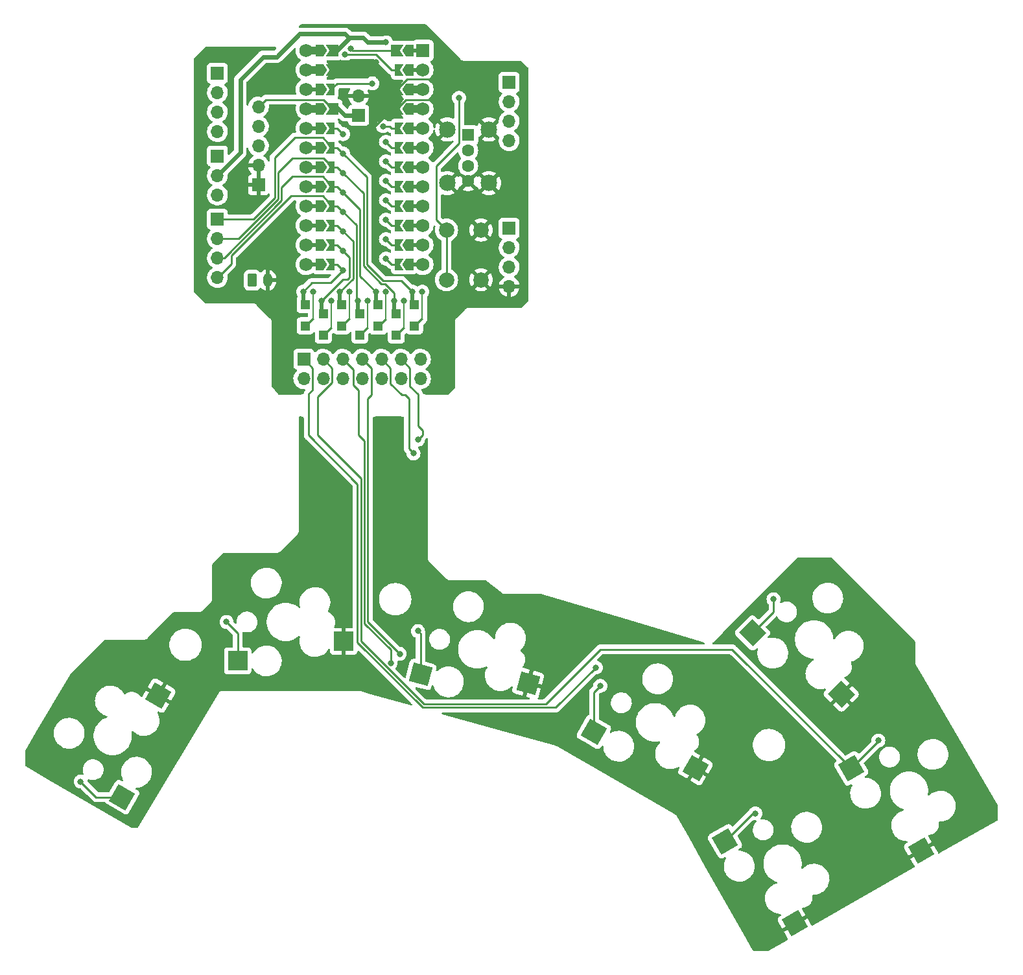
<source format=gbr>
%TF.GenerationSoftware,KiCad,Pcbnew,6.0.4*%
%TF.CreationDate,2022-05-08T18:55:17+02:00*%
%TF.ProjectId,mykeeb-adapter,6d796b65-6562-42d6-9164-61707465722e,rev?*%
%TF.SameCoordinates,Original*%
%TF.FileFunction,Copper,L2,Bot*%
%TF.FilePolarity,Positive*%
%FSLAX46Y46*%
G04 Gerber Fmt 4.6, Leading zero omitted, Abs format (unit mm)*
G04 Created by KiCad (PCBNEW 6.0.4) date 2022-05-08 18:55:17*
%MOMM*%
%LPD*%
G01*
G04 APERTURE LIST*
G04 Aperture macros list*
%AMRoundRect*
0 Rectangle with rounded corners*
0 $1 Rounding radius*
0 $2 $3 $4 $5 $6 $7 $8 $9 X,Y pos of 4 corners*
0 Add a 4 corners polygon primitive as box body*
4,1,4,$2,$3,$4,$5,$6,$7,$8,$9,$2,$3,0*
0 Add four circle primitives for the rounded corners*
1,1,$1+$1,$2,$3*
1,1,$1+$1,$4,$5*
1,1,$1+$1,$6,$7*
1,1,$1+$1,$8,$9*
0 Add four rect primitives between the rounded corners*
20,1,$1+$1,$2,$3,$4,$5,0*
20,1,$1+$1,$4,$5,$6,$7,0*
20,1,$1+$1,$6,$7,$8,$9,0*
20,1,$1+$1,$8,$9,$2,$3,0*%
%AMRotRect*
0 Rectangle, with rotation*
0 The origin of the aperture is its center*
0 $1 length*
0 $2 width*
0 $3 Rotation angle, in degrees counterclockwise*
0 Add horizontal line*
21,1,$1,$2,0,0,$3*%
%AMFreePoly0*
4,1,6,1.000000,0.000000,0.500000,-0.750000,-0.500000,-0.750000,-0.500000,0.750000,0.500000,0.750000,1.000000,0.000000,1.000000,0.000000,$1*%
%AMFreePoly1*
4,1,6,1.000000,-0.750000,-0.650000,-0.750000,-0.150000,0.000000,-0.650000,0.750000,1.000000,0.750000,1.000000,-0.750000,1.000000,-0.750000,$1*%
%AMFreePoly2*
4,1,6,0.500000,-0.750000,-0.650000,-0.750000,-0.150000,0.000000,-0.650000,0.750000,0.500000,0.750000,0.500000,-0.750000,0.500000,-0.750000,$1*%
G04 Aperture macros list end*
%TA.AperFunction,SMDPad,CuDef*%
%ADD10RotRect,2.550000X2.500000X315.000000*%
%TD*%
%TA.AperFunction,SMDPad,CuDef*%
%ADD11RotRect,2.550000X2.500000X300.000000*%
%TD*%
%TA.AperFunction,ComponentPad*%
%ADD12C,0.800000*%
%TD*%
%TA.AperFunction,SMDPad,CuDef*%
%ADD13R,1.200000X1.200000*%
%TD*%
%TA.AperFunction,SMDPad,CuDef*%
%ADD14R,0.504000X1.704000*%
%TD*%
%TA.AperFunction,SMDPad,CuDef*%
%ADD15R,0.252000X3.646000*%
%TD*%
%TA.AperFunction,SMDPad,CuDef*%
%ADD16RotRect,0.254000X1.587000X135.000000*%
%TD*%
%TA.AperFunction,SMDPad,CuDef*%
%ADD17R,2.550000X2.500000*%
%TD*%
%TA.AperFunction,SMDPad,CuDef*%
%ADD18RotRect,2.550000X2.500000X345.000000*%
%TD*%
%TA.AperFunction,SMDPad,CuDef*%
%ADD19RotRect,2.550000X2.500000X60.000000*%
%TD*%
%TA.AperFunction,SMDPad,CuDef*%
%ADD20RotRect,2.550000X2.500000X330.000000*%
%TD*%
%TA.AperFunction,ComponentPad*%
%ADD21R,1.700000X1.700000*%
%TD*%
%TA.AperFunction,ComponentPad*%
%ADD22O,1.700000X1.700000*%
%TD*%
%TA.AperFunction,ComponentPad*%
%ADD23R,1.600000X1.600000*%
%TD*%
%TA.AperFunction,ComponentPad*%
%ADD24C,1.600000*%
%TD*%
%TA.AperFunction,ComponentPad*%
%ADD25C,2.150000*%
%TD*%
%TA.AperFunction,ComponentPad*%
%ADD26C,1.752600*%
%TD*%
%TA.AperFunction,SMDPad,CuDef*%
%ADD27FreePoly0,0.000000*%
%TD*%
%TA.AperFunction,SMDPad,CuDef*%
%ADD28FreePoly0,180.000000*%
%TD*%
%TA.AperFunction,SMDPad,CuDef*%
%ADD29R,0.852000X0.504000*%
%TD*%
%TA.AperFunction,ComponentPad*%
%ADD30R,1.752600X1.752600*%
%TD*%
%TA.AperFunction,SMDPad,CuDef*%
%ADD31R,1.038000X1.016000*%
%TD*%
%TA.AperFunction,SMDPad,CuDef*%
%ADD32R,0.852000X1.016000*%
%TD*%
%TA.AperFunction,SMDPad,CuDef*%
%ADD33FreePoly1,180.000000*%
%TD*%
%TA.AperFunction,SMDPad,CuDef*%
%ADD34FreePoly2,180.000000*%
%TD*%
%TA.AperFunction,SMDPad,CuDef*%
%ADD35FreePoly2,0.000000*%
%TD*%
%TA.AperFunction,SMDPad,CuDef*%
%ADD36FreePoly1,0.000000*%
%TD*%
%TA.AperFunction,ComponentPad*%
%ADD37C,2.000000*%
%TD*%
%TA.AperFunction,ComponentPad*%
%ADD38RoundRect,0.250000X-0.350000X-0.625000X0.350000X-0.625000X0.350000X0.625000X-0.350000X0.625000X0*%
%TD*%
%TA.AperFunction,ComponentPad*%
%ADD39O,1.200000X1.750000*%
%TD*%
%TA.AperFunction,ViaPad*%
%ADD40C,0.800000*%
%TD*%
%TA.AperFunction,Conductor*%
%ADD41C,0.250000*%
%TD*%
%TA.AperFunction,Conductor*%
%ADD42C,0.600000*%
%TD*%
G04 APERTURE END LIST*
D10*
%TO.P,K46,1*%
%TO.N,Net-(D46-Pad2)*%
X144882862Y-114521899D03*
%TO.P,K46,2*%
%TO.N,row4*%
X156472342Y-122519276D03*
%TD*%
D11*
%TO.P,K45,1*%
%TO.N,Net-(D45-Pad2)*%
X157781639Y-132228751D03*
%TO.P,K45,2*%
%TO.N,row4*%
X166906343Y-142953203D03*
%TD*%
D12*
%TO.P,D46,1,K*%
%TO.N,col6*%
X86199501Y-69969023D03*
D13*
X86463501Y-71629023D03*
D14*
X86209501Y-70983023D03*
D13*
%TO.P,D46,2,A*%
%TO.N,Net-(D46-Pad2)*%
X86463501Y-74429023D03*
D15*
X87479501Y-71745023D03*
D16*
X86957741Y-74034816D03*
D12*
X87469501Y-69969023D03*
%TD*%
D13*
%TO.P,D45,1,K*%
%TO.N,col5*%
X88844753Y-72819649D03*
D12*
X88580753Y-71159649D03*
D14*
X88590753Y-72173649D03*
D16*
%TO.P,D45,2,A*%
%TO.N,Net-(D45-Pad2)*%
X89338993Y-75225442D03*
D15*
X89860753Y-72935649D03*
D12*
X89850753Y-71159649D03*
D13*
X88844753Y-75619649D03*
%TD*%
D14*
%TO.P,D43,1,K*%
%TO.N,col3*%
X93353257Y-72173649D03*
D13*
X93607257Y-72819649D03*
D12*
X93343257Y-71159649D03*
D13*
%TO.P,D43,2,A*%
%TO.N,Net-(D43-Pad2)*%
X93607257Y-75619649D03*
D15*
X94623257Y-72935649D03*
D12*
X94613257Y-71159649D03*
D16*
X94101497Y-75225442D03*
%TD*%
D17*
%TO.P,K41,1*%
%TO.N,Net-(D41-Pad2)*%
X77649133Y-118189470D03*
%TO.P,K41,2*%
%TO.N,row4*%
X91499133Y-115649470D03*
%TD*%
D12*
%TO.P,D44,1,K*%
%TO.N,col4*%
X90962005Y-69969023D03*
D14*
X90972005Y-70983023D03*
D13*
X91226005Y-71629023D03*
D15*
%TO.P,D44,2,A*%
%TO.N,Net-(D44-Pad2)*%
X92242005Y-71745023D03*
D13*
X91226005Y-74429023D03*
D16*
X91720245Y-74034816D03*
D12*
X92232005Y-69969023D03*
%TD*%
D18*
%TO.P,K42,1*%
%TO.N,Net-(D42-Pad2)*%
X101551805Y-119960279D03*
%TO.P,K42,2*%
%TO.N,row4*%
X115587278Y-121091472D03*
%TD*%
D11*
%TO.P,K44,1*%
%TO.N,Net-(D44-Pad2)*%
X141283841Y-141753759D03*
%TO.P,K44,2*%
%TO.N,row4*%
X150408545Y-152478211D03*
%TD*%
D19*
%TO.P,K40,1*%
%TO.N,Net-(D40-Pad2)*%
X62571648Y-135979595D03*
%TO.P,K40,2*%
%TO.N,row4*%
X67296944Y-122715143D03*
%TD*%
D13*
%TO.P,D42,1,K*%
%TO.N,col2*%
X95988509Y-71678771D03*
D12*
X95724509Y-70018771D03*
D14*
X95734509Y-71032771D03*
D13*
%TO.P,D42,2,A*%
%TO.N,Net-(D42-Pad2)*%
X95988509Y-74478771D03*
D15*
X97004509Y-71794771D03*
D12*
X96994509Y-70018771D03*
D16*
X96482749Y-74084564D03*
%TD*%
D20*
%TO.P,K43,1*%
%TO.N,Net-(D43-Pad2)*%
X124172186Y-127460765D03*
%TO.P,K43,2*%
%TO.N,row4*%
X137436638Y-132186061D03*
%TD*%
D21*
%TO.P,J1,1,Pin_1*%
%TO.N,col0*%
X75009454Y-60483799D03*
D22*
%TO.P,J1,2,Pin_2*%
%TO.N,col1*%
X75009454Y-63023799D03*
%TO.P,J1,3,Pin_3*%
%TO.N,col2*%
X75009454Y-65563799D03*
%TO.P,J1,4,Pin_4*%
%TO.N,col3*%
X75009454Y-68103799D03*
D21*
%TO.P,J1,5,Pin_5*%
%TO.N,col4*%
X113109454Y-61674424D03*
D22*
%TO.P,J1,6,Pin_6*%
%TO.N,col5*%
X113109454Y-64214424D03*
%TO.P,J1,7,Pin_7*%
%TO.N,col6*%
X113109454Y-66754424D03*
%TO.P,J1,8,Pin_8*%
%TO.N,GND*%
X113109454Y-69294424D03*
D21*
%TO.P,J1,9,Pin_9*%
%TO.N,row0*%
X75009454Y-41433799D03*
D22*
%TO.P,J1,10,Pin_10*%
%TO.N,row1*%
X75009454Y-43973799D03*
%TO.P,J1,11,Pin_11*%
%TO.N,row2*%
X75009454Y-46513799D03*
%TO.P,J1,12,Pin_12*%
%TO.N,row3*%
X75009454Y-49053799D03*
D21*
%TO.P,J1,13,Pin_13*%
%TO.N,unconnected-(J1-Pad13)*%
X113109454Y-42624424D03*
D22*
%TO.P,J1,14,Pin_14*%
%TO.N,unconnected-(J1-Pad14)*%
X113109454Y-45164424D03*
%TO.P,J1,15,Pin_15*%
%TO.N,unconnected-(J1-Pad15)*%
X113109454Y-47704424D03*
%TO.P,J1,16,Pin_16*%
%TO.N,unconnected-(J1-Pad16)*%
X113109454Y-50244424D03*
%TD*%
D14*
%TO.P,D41,1,K*%
%TO.N,col1*%
X98115761Y-72173649D03*
D12*
X98105761Y-71159649D03*
D13*
X98369761Y-72819649D03*
D15*
%TO.P,D41,2,A*%
%TO.N,Net-(D41-Pad2)*%
X99385761Y-72935649D03*
D13*
X98369761Y-75619649D03*
D16*
X98864001Y-75225442D03*
D12*
X99375761Y-71159649D03*
%TD*%
D14*
%TO.P,D40,1,K*%
%TO.N,col0*%
X100497013Y-70983023D03*
D12*
X100487013Y-69969023D03*
D13*
X100751013Y-71629023D03*
D15*
%TO.P,D40,2,A*%
%TO.N,Net-(D40-Pad2)*%
X101767013Y-71745023D03*
D13*
X100751013Y-74429023D03*
D12*
X101757013Y-69969023D03*
D16*
X101245253Y-74034816D03*
%TD*%
D21*
%TO.P,J3,1,Pin_1*%
%TO.N,Net-(D46-Pad2)*%
X86285257Y-78789718D03*
D22*
%TO.P,J3,2,Pin_2*%
%TO.N,row4*%
X86285257Y-81329718D03*
%TO.P,J3,3,Pin_3*%
%TO.N,Net-(D45-Pad2)*%
X88825257Y-78789718D03*
%TO.P,J3,4,Pin_4*%
%TO.N,row4*%
X88825257Y-81329718D03*
%TO.P,J3,5,Pin_5*%
%TO.N,Net-(D44-Pad2)*%
X91365257Y-78789718D03*
%TO.P,J3,6,Pin_6*%
%TO.N,row4*%
X91365257Y-81329718D03*
%TO.P,J3,7,Pin_7*%
%TO.N,Net-(D43-Pad2)*%
X93905257Y-78789718D03*
%TO.P,J3,8,Pin_8*%
%TO.N,row4*%
X93905257Y-81329718D03*
%TO.P,J3,9,Pin_9*%
%TO.N,Net-(D42-Pad2)*%
X96445257Y-78789718D03*
%TO.P,J3,10,Pin_10*%
%TO.N,row4*%
X96445257Y-81329718D03*
%TO.P,J3,11,Pin_11*%
%TO.N,Net-(D41-Pad2)*%
X98985257Y-78789718D03*
%TO.P,J3,12,Pin_12*%
%TO.N,row4*%
X98985257Y-81329718D03*
%TO.P,J3,13,Pin_13*%
%TO.N,Net-(D40-Pad2)*%
X101525257Y-78789718D03*
%TO.P,J3,14,Pin_14*%
%TO.N,row4*%
X101525257Y-81329718D03*
%TD*%
D21*
%TO.P,SW2,1,A*%
%TO.N,unconnected-(SW2-Pad1)*%
X75009438Y-52243796D03*
D22*
%TO.P,SW2,2,B*%
%TO.N,Bat+*%
X75009438Y-54783796D03*
%TO.P,SW2,3,C*%
%TO.N,Net-(BT1-Pad1)*%
X75009438Y-57323796D03*
%TD*%
D21*
%TO.P,J11,1,Pin_1*%
%TO.N,GND*%
X80367152Y-56018755D03*
D22*
%TO.P,J11,2,Pin_2*%
X80367152Y-53478755D03*
%TO.P,J11,3,Pin_3*%
%TO.N,SCL*%
X80367152Y-50938755D03*
%TO.P,J11,4,Pin_4*%
%TO.N,SDA*%
X80367152Y-48398755D03*
%TO.P,J11,5,Pin_5*%
%TO.N,VCC*%
X80367152Y-45858755D03*
%TD*%
D23*
%TO.P,J4,1,VBUS*%
%TO.N,VCC*%
X107751653Y-49519727D03*
D24*
%TO.P,J4,2,D-*%
%TO.N,unconnected-(J4-Pad2)*%
X107751653Y-51519727D03*
%TO.P,J4,3,D+*%
%TO.N,unconnected-(J4-Pad3)*%
X107751653Y-53519727D03*
%TO.P,J4,4,GND*%
%TO.N,GND*%
X107751653Y-55519727D03*
D25*
%TO.P,J4,5,Shield*%
X105031653Y-48789727D03*
X105031653Y-55789727D03*
X110471653Y-55789727D03*
X110471653Y-48789727D03*
%TD*%
D26*
%TO.P,U1,*%
%TO.N,*%
X101839196Y-58787182D03*
D27*
X88377196Y-61327182D03*
D28*
X100137196Y-46087182D03*
D27*
X88377196Y-66407182D03*
D28*
X100137196Y-58787182D03*
D29*
X87615196Y-53707182D03*
D28*
X100137196Y-61327182D03*
D26*
X86599196Y-48627182D03*
D30*
X101839196Y-38467182D03*
D26*
X86599196Y-51167182D03*
X101839196Y-63867182D03*
D29*
X100741196Y-63867182D03*
D26*
X86599196Y-46087182D03*
X101839196Y-53707182D03*
D29*
X87615196Y-48627182D03*
D26*
X86599196Y-56247182D03*
D27*
X88377196Y-63867182D03*
X88377196Y-41007182D03*
D26*
X101839196Y-66407182D03*
X86599196Y-43547182D03*
D28*
X100137196Y-38467182D03*
D29*
X100741196Y-53707182D03*
D26*
X101839196Y-41007182D03*
D27*
X88377196Y-48627182D03*
D29*
X87610964Y-56243966D03*
D26*
X101839196Y-43547182D03*
D29*
X100823196Y-61327182D03*
D28*
X100137196Y-66407182D03*
D29*
X100823196Y-41007182D03*
D26*
X86599196Y-41007182D03*
D27*
X88377196Y-58787182D03*
D26*
X86599196Y-38467182D03*
D29*
X87615196Y-51167182D03*
D26*
X86599196Y-53707182D03*
D29*
X100823196Y-58787182D03*
X100823196Y-38467182D03*
D31*
X87708196Y-41007182D03*
D27*
X88377196Y-51167182D03*
X88377196Y-46087182D03*
X88377196Y-43547182D03*
D29*
X87610964Y-43544277D03*
D27*
X88377196Y-53707182D03*
D29*
X87615196Y-63867182D03*
D26*
X101839196Y-51167182D03*
X101839196Y-61327182D03*
X86599196Y-61327182D03*
D28*
X100137196Y-41007182D03*
D32*
X87615196Y-38467182D03*
D26*
X86599196Y-66407182D03*
D29*
X100741196Y-56247182D03*
D28*
X100137196Y-63867182D03*
X100137196Y-53707182D03*
D26*
X101839196Y-48627182D03*
X86599196Y-63867182D03*
D29*
X100823196Y-48627182D03*
X100741196Y-66407182D03*
D26*
X86599196Y-58787182D03*
D32*
X100823196Y-46087182D03*
D29*
X87615196Y-61327182D03*
X87615196Y-66407182D03*
D28*
X100137196Y-43547182D03*
D29*
X100823196Y-51167182D03*
D32*
X87610964Y-46087182D03*
D27*
X88377196Y-38467182D03*
X88377196Y-56247182D03*
D28*
X100137196Y-56247182D03*
D26*
X101839196Y-46087182D03*
D29*
X87615196Y-58787182D03*
D26*
X101839196Y-56247182D03*
D28*
X100137196Y-51167182D03*
D32*
X100823196Y-43547182D03*
D28*
X100137196Y-48627182D03*
D33*
%TO.P,U1,1,TX0/PD3*%
%TO.N,unconnected-(U1-Pad1)*%
X98687196Y-38467182D03*
D34*
%TO.P,U1,2,RX1/PD2*%
%TO.N,unconnected-(U1-Pad2)*%
X98687196Y-41007182D03*
D33*
%TO.P,U1,3,GND*%
%TO.N,GND*%
X98687196Y-43547182D03*
%TO.P,U1,4,GND*%
X98687196Y-46087182D03*
D34*
%TO.P,U1,5,2/PD1*%
%TO.N,SDA*%
X98687196Y-48627182D03*
%TO.P,U1,6,3/PD0*%
%TO.N,SCL*%
X98687196Y-51167182D03*
%TO.P,U1,7,4/PD4*%
%TO.N,unconnected-(U1-Pad7)*%
X98687196Y-53707182D03*
%TO.P,U1,8,5/PC6*%
%TO.N,row0*%
X98687196Y-56247182D03*
%TO.P,U1,9,6/PD7*%
%TO.N,row1*%
X98687196Y-58787182D03*
%TO.P,U1,10,7/PE6*%
%TO.N,row2*%
X98687196Y-61327182D03*
%TO.P,U1,11,8/PB4*%
%TO.N,row3*%
X98687196Y-63867182D03*
%TO.P,U1,12,9/PB5*%
%TO.N,row4*%
X98687196Y-66407182D03*
D35*
%TO.P,U1,13,10/PB6*%
%TO.N,col6*%
X89827196Y-66407182D03*
%TO.P,U1,14,16/PB2*%
%TO.N,col5*%
X89827196Y-63867182D03*
%TO.P,U1,15,14/PB3*%
%TO.N,col4*%
X89827196Y-61327182D03*
%TO.P,U1,16,15/PB1*%
%TO.N,col3*%
X89827196Y-58787182D03*
%TO.P,U1,17,A0/PF7*%
%TO.N,col2*%
X89827196Y-56247182D03*
%TO.P,U1,18,A1/PF6*%
%TO.N,col1*%
X89827196Y-53707182D03*
%TO.P,U1,19,A2/PF5*%
%TO.N,col0*%
X89827196Y-51167182D03*
%TO.P,U1,20,A3/PF4*%
%TO.N,unconnected-(U1-Pad20)*%
X89827196Y-48627182D03*
D36*
%TO.P,U1,21,VCC*%
%TO.N,VCC*%
X89827196Y-46087182D03*
D35*
%TO.P,U1,22,RST*%
%TO.N,RST*%
X89827196Y-43547182D03*
D36*
%TO.P,U1,23,GND*%
%TO.N,GND*%
X89827196Y-41007182D03*
%TO.P,U1,24,RAW*%
%TO.N,Bat+*%
X89827196Y-38467182D03*
%TD*%
D21*
%TO.P,J2,1,Pin_1*%
%TO.N,VCC*%
X93448853Y-46930312D03*
D22*
%TO.P,J2,2,Pin_2*%
%TO.N,GND*%
X93448853Y-44390312D03*
%TD*%
D37*
%TO.P,SW1,1,1*%
%TO.N,RST*%
X104931237Y-61912552D03*
X104931237Y-68412552D03*
%TO.P,SW1,2,2*%
%TO.N,GND*%
X109431237Y-61912552D03*
X109431237Y-68412552D03*
%TD*%
D38*
%TO.P,BT1,1,+*%
%TO.N,Net-(BT1-Pad1)*%
X79557881Y-68460995D03*
D39*
%TO.P,BT1,2,-*%
%TO.N,GND*%
X81557881Y-68460995D03*
%TD*%
D40*
%TO.N,unconnected-(U1-Pad20)*%
X91425196Y-49389182D03*
%TO.N,RST*%
X106561027Y-44648475D03*
X95234792Y-42763121D03*
%TO.N,Bat+*%
X97020731Y-37405304D03*
%TO.N,row0*%
X97013196Y-55485182D03*
%TO.N,row1*%
X97013196Y-58025182D03*
%TO.N,row2*%
X97013196Y-60565182D03*
%TO.N,row3*%
X97013196Y-63105182D03*
%TO.N,row4*%
X97013196Y-65645182D03*
X101203210Y-95250080D03*
X98226645Y-87511011D03*
X96440706Y-106561027D03*
X90487576Y-102393836D03*
X144661059Y-125015730D03*
%TO.N,col0*%
X91425196Y-51929182D03*
%TO.N,col1*%
X91425196Y-54469182D03*
%TO.N,col2*%
X91425196Y-57009182D03*
%TO.N,col3*%
X91425196Y-59549182D03*
%TO.N,col4*%
X91425196Y-62089182D03*
%TO.N,col5*%
X91425196Y-64629182D03*
%TO.N,col6*%
X91425196Y-67169182D03*
%TO.N,GND*%
X100453700Y-68232832D03*
X83964133Y-43229727D03*
X95743196Y-39991182D03*
X104799985Y-44420312D03*
X104179775Y-41076597D03*
X94653196Y-39991182D03*
X83964133Y-47396918D03*
X92621196Y-39991182D03*
X93637196Y-39991182D03*
%TO.N,unconnected-(U1-Pad1)*%
X92441196Y-38213182D03*
%TO.N,unconnected-(U1-Pad2)*%
X91679196Y-38975182D03*
%TO.N,unconnected-(U1-Pad7)*%
X97013196Y-52945182D03*
%TO.N,Net-(D40-Pad2)*%
X57150048Y-133945425D03*
%TO.N,Net-(D41-Pad2)*%
X101203210Y-89296950D03*
X76200064Y-113109470D03*
%TO.N,Net-(D42-Pad2)*%
X101203210Y-114300096D03*
X100607897Y-91082889D03*
%TO.N,Net-(D43-Pad2)*%
X125015730Y-121443852D03*
X98821958Y-117276661D03*
%TO.N,Net-(D44-Pad2)*%
X97631332Y-118467287D03*
X145256372Y-138112616D03*
%TO.N,Net-(D45-Pad2)*%
X161329823Y-128587608D03*
%TO.N,Net-(D46-Pad2)*%
X124420417Y-119062600D03*
X147637624Y-110132905D03*
%TO.N,SDA*%
X96645373Y-48365275D03*
%TO.N,SCL*%
X97013196Y-50405182D03*
%TD*%
D41*
%TO.N,unconnected-(U1-Pad20)*%
X89827196Y-48627182D02*
X90663196Y-48627182D01*
X90663196Y-48627182D02*
X91425196Y-49389182D01*
%TO.N,RST*%
X90611257Y-42763121D02*
X89827196Y-43547182D01*
X103584462Y-53578170D02*
X103584462Y-60565777D01*
X95234792Y-42763121D02*
X90611257Y-42763121D01*
X103584462Y-60565777D02*
X104931237Y-61912552D01*
X106561027Y-50601605D02*
X103584462Y-53578170D01*
X104931237Y-68506267D02*
X104931237Y-62006267D01*
X106561027Y-44648475D02*
X106561027Y-50601605D01*
D42*
%TO.N,Bat+*%
X92258227Y-36809991D02*
X92174100Y-36809991D01*
X94044166Y-36809991D02*
X94639479Y-37405304D01*
X92853540Y-36809991D02*
X94044166Y-36809991D01*
X80962568Y-39290658D02*
X77986003Y-42267223D01*
X94639479Y-37405304D02*
X95830105Y-37405304D01*
X77986003Y-42267223D02*
X77986003Y-51807231D01*
D41*
X89827196Y-38467182D02*
X90601036Y-38467182D01*
D42*
X90601036Y-38467182D02*
X92258227Y-36809991D01*
X91678202Y-36314093D02*
X85725072Y-36314093D01*
X92258227Y-36809991D02*
X92853540Y-36809991D01*
X92174100Y-36809991D02*
X91678202Y-36314093D01*
X82748507Y-39290658D02*
X80962568Y-39290658D01*
X77986003Y-51807231D02*
X75009438Y-54783796D01*
X85725072Y-36314093D02*
X82748507Y-39290658D01*
X95830105Y-37405304D02*
X97020731Y-37405304D01*
D41*
%TO.N,row0*%
X98687196Y-56247182D02*
X97775196Y-56247182D01*
X97775196Y-56247182D02*
X97013196Y-55485182D01*
%TO.N,row1*%
X98687196Y-58787182D02*
X97775196Y-58787182D01*
X97775196Y-58787182D02*
X97013196Y-58025182D01*
%TO.N,row2*%
X97775196Y-61327182D02*
X97013196Y-60565182D01*
X98687196Y-61327182D02*
X97775196Y-61327182D01*
%TO.N,row3*%
X98687196Y-63867182D02*
X97775196Y-63867182D01*
X97775196Y-63867182D02*
X97013196Y-63105182D01*
%TO.N,row4*%
X98687196Y-66407182D02*
X97775196Y-66407182D01*
X97775196Y-66407182D02*
X97013196Y-65645182D01*
%TO.N,col0*%
X99015652Y-68497662D02*
X96618830Y-68497662D01*
X89827196Y-50908242D02*
X88746947Y-49827993D01*
X94521115Y-55025101D02*
X91425196Y-51929182D01*
X82469677Y-57699711D02*
X79675627Y-60493763D01*
X94521115Y-66399947D02*
X94521115Y-55025101D01*
X85104792Y-49827993D02*
X82469677Y-52463108D01*
X82469677Y-52463108D02*
X82469677Y-57699711D01*
X96618830Y-68497662D02*
X94521115Y-66399947D01*
X89827196Y-51167182D02*
X89827196Y-50908242D01*
X88746947Y-49827993D02*
X85104792Y-49827993D01*
X89827196Y-51167182D02*
X90663196Y-51167182D01*
X90663196Y-51167182D02*
X91425196Y-51929182D01*
X79675627Y-60493763D02*
X75034335Y-60493763D01*
X100487013Y-69969023D02*
X99015652Y-68497662D01*
%TO.N,col1*%
X90663196Y-53707182D02*
X91425196Y-54469182D01*
X96947534Y-68947182D02*
X98105761Y-70105409D01*
X77771342Y-63033763D02*
X75034335Y-63033763D01*
X89827196Y-53707182D02*
X90663196Y-53707182D01*
X91425196Y-54469182D02*
X94071595Y-57115581D01*
X94071595Y-66586144D02*
X96432633Y-68947182D01*
X82919197Y-54394840D02*
X82919197Y-57885908D01*
X98105761Y-70105409D02*
X98105761Y-71159649D01*
X84807666Y-52506371D02*
X82919197Y-54394840D01*
X88885325Y-52506371D02*
X84807666Y-52506371D01*
X96432633Y-68947182D02*
X96947534Y-68947182D01*
X82919197Y-57885908D02*
X77771342Y-63033763D01*
X89827196Y-53448242D02*
X88885325Y-52506371D01*
X89827196Y-53707182D02*
X89827196Y-53448242D01*
X94071595Y-57115581D02*
X94071595Y-66586144D01*
%TO.N,col2*%
X89827196Y-56247182D02*
X89827196Y-55988242D01*
X90663196Y-56247182D02*
X91425196Y-57009182D01*
X93622075Y-67916337D02*
X95724509Y-70018771D01*
X84787296Y-54907993D02*
X83368717Y-56326572D01*
X93622075Y-59206061D02*
X93622075Y-67916337D01*
X91425196Y-57009182D02*
X93622075Y-59206061D01*
X89827196Y-56247182D02*
X90663196Y-56247182D01*
X75867060Y-65573763D02*
X75034335Y-65573763D01*
X83368717Y-58072106D02*
X75867060Y-65573763D01*
X88746947Y-54907993D02*
X84787296Y-54907993D01*
X83368717Y-56326572D02*
X83368717Y-58072106D01*
X89827196Y-55988242D02*
X88746947Y-54907993D01*
%TO.N,col3*%
X76820274Y-66327824D02*
X75034335Y-68113763D01*
X89827196Y-58787182D02*
X90663196Y-58787182D01*
X89827196Y-58528242D02*
X88746947Y-57447993D01*
X89827196Y-58787182D02*
X89827196Y-58528242D01*
X90663196Y-58787182D02*
X91425196Y-59549182D01*
X93172555Y-61296541D02*
X93172555Y-70988947D01*
X76820274Y-65256267D02*
X76820274Y-66327824D01*
X84628548Y-57447993D02*
X76820274Y-65256267D01*
X88746947Y-57447993D02*
X84628548Y-57447993D01*
X91425196Y-59549182D02*
X93172555Y-61296541D01*
X93172555Y-70988947D02*
X93343257Y-71159649D01*
%TO.N,col4*%
X91425196Y-62089182D02*
X92723035Y-63387021D01*
X92723035Y-63387021D02*
X92723035Y-68264833D01*
X90663196Y-61327182D02*
X91425196Y-62089182D01*
X92723035Y-68264833D02*
X91018845Y-69969023D01*
X91018845Y-69969023D02*
X90962005Y-69969023D01*
X89827196Y-61327182D02*
X90663196Y-61327182D01*
%TO.N,col5*%
X92273515Y-65477501D02*
X92273515Y-68078635D01*
X91973525Y-68378625D02*
X91361777Y-68378625D01*
X92273515Y-68078635D02*
X91973525Y-68378625D01*
X89827196Y-63867182D02*
X90663196Y-63867182D01*
X90663196Y-63867182D02*
X91425196Y-64629182D01*
X91425196Y-64629182D02*
X92273515Y-65477501D01*
X91361777Y-68378625D02*
X88580753Y-71159649D01*
%TO.N,col6*%
X90663196Y-66407182D02*
X91425196Y-67169182D01*
X89766233Y-68828145D02*
X91425196Y-67169182D01*
X89827196Y-66407182D02*
X90663196Y-66407182D01*
X87340379Y-68828145D02*
X89766233Y-68828145D01*
X86199501Y-69969023D02*
X87340379Y-68828145D01*
%TO.N,GND*%
X99629067Y-44886371D02*
X98687196Y-45828242D01*
D42*
X95743196Y-41515182D02*
X95743196Y-39991182D01*
D41*
X97028000Y-67818000D02*
X100038868Y-67818000D01*
X99767445Y-42207993D02*
X98687196Y-43288242D01*
D42*
X94653196Y-39991182D02*
X93637196Y-39991182D01*
D41*
X98687196Y-45828242D02*
X98687196Y-46087182D01*
X98029196Y-46087182D02*
X97644776Y-46471602D01*
D42*
X97775196Y-45833182D02*
X97775196Y-43547182D01*
D41*
X97644776Y-46471602D02*
X97479441Y-46471602D01*
X98687196Y-43288242D02*
X98687196Y-43547182D01*
X103048379Y-42207993D02*
X99767445Y-42207993D01*
X98687196Y-46087182D02*
X98029196Y-46087182D01*
X90409196Y-41007182D02*
X89827196Y-41007182D01*
D42*
X95743196Y-39991182D02*
X94653196Y-39991182D01*
X91425196Y-39991182D02*
X90409196Y-41007182D01*
D41*
X97479441Y-46471602D02*
X95250000Y-48701043D01*
D42*
X92621196Y-39991182D02*
X91425196Y-39991182D01*
X93637196Y-39991182D02*
X92621196Y-39991182D01*
D41*
X98687196Y-43547182D02*
X97775196Y-43547182D01*
X95250000Y-48701043D02*
X95250000Y-66040000D01*
X104333926Y-44886371D02*
X99629067Y-44886371D01*
X98687196Y-43547182D02*
X98687196Y-43069182D01*
X104799985Y-44420312D02*
X104333926Y-44886371D01*
D42*
X97775196Y-43547182D02*
X95743196Y-41515182D01*
D41*
X100038868Y-67818000D02*
X100453700Y-68232832D01*
D42*
X98029196Y-46087182D02*
X97775196Y-45833182D01*
D41*
X104179775Y-41076597D02*
X103048379Y-42207993D01*
X95250000Y-66040000D02*
X97028000Y-67818000D01*
%TO.N,unconnected-(U1-Pad1)*%
X92695196Y-38467182D02*
X98687196Y-38467182D01*
X92441196Y-38213182D02*
X92695196Y-38467182D01*
%TO.N,unconnected-(U1-Pad2)*%
X95751810Y-38975182D02*
X97783810Y-41007182D01*
X91679196Y-38975182D02*
X95751810Y-38975182D01*
X97783810Y-41007182D02*
X98687196Y-41007182D01*
%TO.N,unconnected-(U1-Pad7)*%
X98687196Y-53707182D02*
X97775196Y-53707182D01*
X97775196Y-53707182D02*
X97013196Y-52945182D01*
%TO.N,Net-(D40-Pad2)*%
X57150048Y-133945425D02*
X59184218Y-135979595D01*
X59184218Y-135979595D02*
X62571648Y-135979595D01*
%TO.N,Net-(D41-Pad2)*%
X76200064Y-113109470D02*
X77649133Y-114558539D01*
X100159768Y-82300378D02*
X101203210Y-83343820D01*
X101203210Y-87511011D02*
X101798523Y-88106324D01*
X100159768Y-79964229D02*
X100159768Y-82300378D01*
X101798523Y-88701637D02*
X101203210Y-89296950D01*
X101798523Y-88106324D02*
X101798523Y-88701637D01*
X101203210Y-83343820D02*
X101203210Y-87511011D01*
X98985257Y-78789718D02*
X100159768Y-79964229D01*
X77649133Y-114558539D02*
X77649133Y-118189470D01*
%TO.N,Net-(D42-Pad2)*%
X96445257Y-78789718D02*
X97619768Y-79964229D01*
X100012584Y-90487576D02*
X100607897Y-91082889D01*
X100012584Y-83926403D02*
X100012584Y-90487576D01*
X101551805Y-114648691D02*
X101551805Y-119960279D01*
X97619768Y-82006929D02*
X99080601Y-83467762D01*
X101203210Y-114300096D02*
X101551805Y-114648691D01*
X99080601Y-83467762D02*
X99553943Y-83467762D01*
X97619768Y-79964229D02*
X97619768Y-82006929D01*
X99553943Y-83467762D02*
X100012584Y-83926403D01*
%TO.N,Net-(D43-Pad2)*%
X95113408Y-79997869D02*
X93905257Y-78789718D01*
X124172186Y-122287396D02*
X124172186Y-127460765D01*
X95113408Y-83467762D02*
X95113408Y-79997869D01*
X94654767Y-83926403D02*
X95113408Y-83467762D01*
X98821958Y-117276661D02*
X94654767Y-113109470D01*
X125015730Y-121443852D02*
X124172186Y-122287396D01*
X94654767Y-113109470D02*
X94654767Y-83926403D01*
%TO.N,Net-(D44-Pad2)*%
X93464141Y-82872449D02*
X93464141Y-88701637D01*
X97631332Y-116721753D02*
X97631332Y-118467287D01*
X94205247Y-89442743D02*
X94205247Y-113295668D01*
X93464141Y-88701637D02*
X94205247Y-89442743D01*
X92730746Y-80155207D02*
X92730746Y-82139054D01*
X91365257Y-78789718D02*
X92730746Y-80155207D01*
X94205247Y-113295668D02*
X97631332Y-116721753D01*
X92730746Y-82139054D02*
X93464141Y-82872449D01*
X144924984Y-138112616D02*
X141283841Y-141753759D01*
X145256372Y-138112616D02*
X144924984Y-138112616D01*
%TO.N,Net-(D45-Pad2)*%
X117871974Y-123825104D02*
X125015730Y-116681348D01*
X161329823Y-128680567D02*
X157781639Y-132228751D01*
X88106324Y-83709661D02*
X88106324Y-88701637D01*
X88825257Y-78789718D02*
X89999768Y-79964229D01*
X88106324Y-88701637D02*
X93755727Y-94351040D01*
X101964535Y-123825104D02*
X117871974Y-123825104D01*
X161329823Y-128587608D02*
X161329823Y-128680567D01*
X125015730Y-116681348D02*
X142234236Y-116681348D01*
X93755727Y-115616296D02*
X101964535Y-123825104D01*
X142234236Y-116681348D02*
X157781639Y-132228751D01*
X93755727Y-94351040D02*
X93755727Y-115616296D01*
X89999768Y-81816217D02*
X88106324Y-83709661D01*
X89999768Y-79964229D02*
X89999768Y-81816217D01*
%TO.N,Net-(D46-Pad2)*%
X101778338Y-124274624D02*
X119208393Y-124274624D01*
X87459768Y-79964229D02*
X87459768Y-82799750D01*
X86915698Y-88701637D02*
X93306207Y-95092146D01*
X93306207Y-115802493D02*
X101778338Y-124274624D01*
X93306207Y-95092146D02*
X93306207Y-115802493D01*
X147637624Y-110132905D02*
X147637624Y-111767137D01*
X147637624Y-111767137D02*
X144882862Y-114521899D01*
X86915698Y-83343820D02*
X86915698Y-88701637D01*
X86285257Y-78789718D02*
X87459768Y-79964229D01*
X119208393Y-124274624D02*
X124420417Y-119062600D01*
X87459768Y-82799750D02*
X86915698Y-83343820D01*
%TO.N,VCC*%
X90589084Y-46087182D02*
X89827196Y-46087182D01*
D42*
X91638532Y-46930312D02*
X93448853Y-46930312D01*
D41*
X90692243Y-45984023D02*
X90589084Y-46087182D01*
X81339536Y-44886371D02*
X80367152Y-45858755D01*
D42*
X90692243Y-45984023D02*
X91638532Y-46930312D01*
D41*
X89827196Y-46087182D02*
X89827196Y-45828242D01*
X89827196Y-45828242D02*
X88885325Y-44886371D01*
X88885325Y-44886371D02*
X81339536Y-44886371D01*
%TO.N,SDA*%
X97775196Y-48627182D02*
X97513289Y-48365275D01*
X97513289Y-48365275D02*
X96645373Y-48365275D01*
X98687196Y-48627182D02*
X97775196Y-48627182D01*
%TO.N,SCL*%
X98687196Y-51167182D02*
X97775196Y-51167182D01*
X97775196Y-51167182D02*
X97013196Y-50405182D01*
%TD*%
%TA.AperFunction,Conductor*%
%TO.N,GND*%
G36*
X102223060Y-35056656D02*
G01*
X102244267Y-35073791D01*
X102790158Y-35622551D01*
X106746304Y-39599487D01*
X106754226Y-39609428D01*
X106754508Y-39609188D01*
X106760326Y-39616024D01*
X106765116Y-39623616D01*
X106799575Y-39654048D01*
X106804813Y-39658674D01*
X106810719Y-39664239D01*
X106821586Y-39675164D01*
X106825161Y-39677858D01*
X106825169Y-39677865D01*
X106830605Y-39681961D01*
X106838183Y-39688146D01*
X106874291Y-39720036D01*
X106882415Y-39723850D01*
X106886872Y-39726778D01*
X106896618Y-39732652D01*
X106901286Y-39735224D01*
X106908455Y-39740626D01*
X106916853Y-39743799D01*
X106916854Y-39743800D01*
X106924886Y-39746835D01*
X106953539Y-39757662D01*
X106962540Y-39761469D01*
X107006140Y-39781939D01*
X107015007Y-39783320D01*
X107020067Y-39784867D01*
X107031141Y-39787788D01*
X107036314Y-39788939D01*
X107044710Y-39792112D01*
X107092759Y-39795810D01*
X107102452Y-39796936D01*
X107116726Y-39799158D01*
X107131432Y-39799158D01*
X107141100Y-39799529D01*
X107189938Y-39803287D01*
X107198722Y-39801436D01*
X107204338Y-39801068D01*
X107222662Y-39799158D01*
X114632591Y-39799158D01*
X114700712Y-39819160D01*
X114721687Y-39836063D01*
X115540631Y-40655008D01*
X115574656Y-40717320D01*
X115577535Y-40744103D01*
X115577535Y-71174741D01*
X115557533Y-71242862D01*
X115540631Y-71263836D01*
X114721687Y-72082781D01*
X114659374Y-72116806D01*
X114632591Y-72119686D01*
X107822726Y-72119686D01*
X107810597Y-72118331D01*
X107810558Y-72118813D01*
X107801607Y-72118093D01*
X107792853Y-72116112D01*
X107739144Y-72119444D01*
X107731342Y-72119686D01*
X107715140Y-72119686D01*
X107706224Y-72120963D01*
X107704775Y-72121170D01*
X107694725Y-72122199D01*
X107656434Y-72124575D01*
X107656433Y-72124575D01*
X107647475Y-72125131D01*
X107639034Y-72128179D01*
X107636120Y-72128782D01*
X107619201Y-72133001D01*
X107616355Y-72133833D01*
X107607466Y-72135106D01*
X107564344Y-72154712D01*
X107554989Y-72158520D01*
X107510472Y-72174591D01*
X107503224Y-72179886D01*
X107500617Y-72181272D01*
X107485530Y-72190087D01*
X107483039Y-72191680D01*
X107474871Y-72195394D01*
X107438998Y-72226304D01*
X107431098Y-72232576D01*
X107420100Y-72240611D01*
X107409125Y-72251586D01*
X107402277Y-72257944D01*
X107371329Y-72284610D01*
X107371325Y-72284615D01*
X107364526Y-72290473D01*
X107359644Y-72298005D01*
X107354191Y-72304256D01*
X107344599Y-72316112D01*
X106251723Y-73408989D01*
X106242183Y-73416612D01*
X106242497Y-73416980D01*
X106235661Y-73422798D01*
X106228069Y-73427588D01*
X106222127Y-73434316D01*
X106192434Y-73467937D01*
X106187088Y-73473624D01*
X106175645Y-73485067D01*
X106171056Y-73491190D01*
X106169368Y-73493442D01*
X106162994Y-73501271D01*
X106131649Y-73536763D01*
X106127835Y-73544886D01*
X106126201Y-73547374D01*
X106117213Y-73562335D01*
X106115798Y-73564920D01*
X106110411Y-73572107D01*
X106107260Y-73580513D01*
X106093786Y-73616454D01*
X106089860Y-73625770D01*
X106069746Y-73668612D01*
X106068365Y-73677481D01*
X106067499Y-73680314D01*
X106063069Y-73697201D01*
X106062435Y-73700086D01*
X106059282Y-73708496D01*
X106058160Y-73723596D01*
X106055773Y-73755718D01*
X106054619Y-73765764D01*
X106053574Y-73772478D01*
X106052527Y-73779198D01*
X106052527Y-73794718D01*
X106052181Y-73804055D01*
X106048488Y-73853753D01*
X106050362Y-73862532D01*
X106050925Y-73870790D01*
X106052527Y-73885973D01*
X106052527Y-82485688D01*
X106032525Y-82553809D01*
X106015623Y-82574783D01*
X105196679Y-83393728D01*
X105134366Y-83427753D01*
X105107583Y-83430633D01*
X102296999Y-83430633D01*
X102238580Y-83415959D01*
X102234284Y-83412940D01*
X102085522Y-83354940D01*
X102082298Y-83353683D01*
X102075224Y-83350925D01*
X102067697Y-83349934D01*
X101949117Y-83334322D01*
X101949111Y-83334322D01*
X101945820Y-83333888D01*
X101945819Y-83333888D01*
X101945020Y-83333783D01*
X101945044Y-83333604D01*
X101879877Y-83309743D01*
X101836989Y-83253165D01*
X101833781Y-83243577D01*
X101828232Y-83224478D01*
X101824222Y-83205115D01*
X101822677Y-83192884D01*
X101821684Y-83185023D01*
X101818767Y-83177656D01*
X101818766Y-83177651D01*
X101805408Y-83143912D01*
X101801564Y-83132685D01*
X101796843Y-83116436D01*
X101789228Y-83090227D01*
X101778917Y-83072792D01*
X101770222Y-83055044D01*
X101762762Y-83036203D01*
X101745033Y-83011800D01*
X101736774Y-83000433D01*
X101730258Y-82990513D01*
X101711790Y-82959285D01*
X101711788Y-82959282D01*
X101707752Y-82952458D01*
X101693431Y-82938137D01*
X101680590Y-82923103D01*
X101673341Y-82913126D01*
X101668682Y-82906713D01*
X101662574Y-82901660D01*
X101656262Y-82896438D01*
X101616523Y-82837605D01*
X101614900Y-82766627D01*
X101651908Y-82706039D01*
X101720566Y-82674373D01*
X101803545Y-82663743D01*
X101803546Y-82663743D01*
X101808673Y-82663086D01*
X101857057Y-82648570D01*
X102017686Y-82600379D01*
X102017691Y-82600377D01*
X102022641Y-82598892D01*
X102223251Y-82500614D01*
X102405117Y-82370891D01*
X102426726Y-82349358D01*
X102559692Y-82216855D01*
X102563353Y-82213207D01*
X102622851Y-82130407D01*
X102690692Y-82035995D01*
X102693710Y-82031795D01*
X102792687Y-81831529D01*
X102857627Y-81617787D01*
X102886786Y-81396308D01*
X102888413Y-81329718D01*
X102870109Y-81107079D01*
X102815688Y-80890420D01*
X102726611Y-80685558D01*
X102605271Y-80497995D01*
X102454927Y-80332769D01*
X102450876Y-80329570D01*
X102450872Y-80329566D01*
X102283671Y-80197518D01*
X102283667Y-80197516D01*
X102279616Y-80194316D01*
X102238310Y-80171514D01*
X102188341Y-80121082D01*
X102173569Y-80051639D01*
X102198685Y-79985234D01*
X102226037Y-79958627D01*
X102317189Y-79893609D01*
X102405117Y-79830891D01*
X102563353Y-79673207D01*
X102693710Y-79491795D01*
X102792687Y-79291529D01*
X102857627Y-79077787D01*
X102886786Y-78856308D01*
X102888413Y-78789718D01*
X102870109Y-78567079D01*
X102815688Y-78350420D01*
X102726611Y-78145558D01*
X102605271Y-77957995D01*
X102454927Y-77792769D01*
X102450876Y-77789570D01*
X102450872Y-77789566D01*
X102283671Y-77657518D01*
X102283667Y-77657516D01*
X102279616Y-77654316D01*
X102084046Y-77546356D01*
X102079177Y-77544632D01*
X102079173Y-77544630D01*
X101878344Y-77473513D01*
X101878340Y-77473512D01*
X101873469Y-77471787D01*
X101868376Y-77470880D01*
X101868373Y-77470879D01*
X101658630Y-77433518D01*
X101658624Y-77433517D01*
X101653541Y-77432612D01*
X101579709Y-77431710D01*
X101435338Y-77429946D01*
X101435336Y-77429946D01*
X101430168Y-77429883D01*
X101209348Y-77463673D01*
X100997013Y-77533075D01*
X100798864Y-77636225D01*
X100794731Y-77639328D01*
X100794728Y-77639330D01*
X100624357Y-77767248D01*
X100620222Y-77770353D01*
X100616650Y-77774091D01*
X100508986Y-77886755D01*
X100465886Y-77931856D01*
X100358458Y-78089339D01*
X100303550Y-78134339D01*
X100233025Y-78142510D01*
X100169278Y-78111256D01*
X100148581Y-78086772D01*
X100068079Y-77962335D01*
X100068077Y-77962332D01*
X100065271Y-77957995D01*
X99914927Y-77792769D01*
X99910876Y-77789570D01*
X99910872Y-77789566D01*
X99743671Y-77657518D01*
X99743667Y-77657516D01*
X99739616Y-77654316D01*
X99544046Y-77546356D01*
X99539177Y-77544632D01*
X99539173Y-77544630D01*
X99338344Y-77473513D01*
X99338340Y-77473512D01*
X99333469Y-77471787D01*
X99328376Y-77470880D01*
X99328373Y-77470879D01*
X99118630Y-77433518D01*
X99118624Y-77433517D01*
X99113541Y-77432612D01*
X99039709Y-77431710D01*
X98895338Y-77429946D01*
X98895336Y-77429946D01*
X98890168Y-77429883D01*
X98669348Y-77463673D01*
X98457013Y-77533075D01*
X98258864Y-77636225D01*
X98254731Y-77639328D01*
X98254728Y-77639330D01*
X98084357Y-77767248D01*
X98080222Y-77770353D01*
X98076650Y-77774091D01*
X97968986Y-77886755D01*
X97925886Y-77931856D01*
X97818458Y-78089339D01*
X97763550Y-78134339D01*
X97693025Y-78142510D01*
X97629278Y-78111256D01*
X97608581Y-78086772D01*
X97528079Y-77962335D01*
X97528077Y-77962332D01*
X97525271Y-77957995D01*
X97374927Y-77792769D01*
X97370876Y-77789570D01*
X97370872Y-77789566D01*
X97203671Y-77657518D01*
X97203667Y-77657516D01*
X97199616Y-77654316D01*
X97004046Y-77546356D01*
X96999177Y-77544632D01*
X96999173Y-77544630D01*
X96798344Y-77473513D01*
X96798340Y-77473512D01*
X96793469Y-77471787D01*
X96788376Y-77470880D01*
X96788373Y-77470879D01*
X96578630Y-77433518D01*
X96578624Y-77433517D01*
X96573541Y-77432612D01*
X96499709Y-77431710D01*
X96355338Y-77429946D01*
X96355336Y-77429946D01*
X96350168Y-77429883D01*
X96129348Y-77463673D01*
X95917013Y-77533075D01*
X95718864Y-77636225D01*
X95714731Y-77639328D01*
X95714728Y-77639330D01*
X95544357Y-77767248D01*
X95540222Y-77770353D01*
X95536650Y-77774091D01*
X95428986Y-77886755D01*
X95385886Y-77931856D01*
X95278458Y-78089339D01*
X95223550Y-78134339D01*
X95153025Y-78142510D01*
X95089278Y-78111256D01*
X95068581Y-78086772D01*
X94988079Y-77962335D01*
X94988077Y-77962332D01*
X94985271Y-77957995D01*
X94834927Y-77792769D01*
X94830876Y-77789570D01*
X94830872Y-77789566D01*
X94663671Y-77657518D01*
X94663667Y-77657516D01*
X94659616Y-77654316D01*
X94464046Y-77546356D01*
X94459177Y-77544632D01*
X94459173Y-77544630D01*
X94258344Y-77473513D01*
X94258340Y-77473512D01*
X94253469Y-77471787D01*
X94248376Y-77470880D01*
X94248373Y-77470879D01*
X94038630Y-77433518D01*
X94038624Y-77433517D01*
X94033541Y-77432612D01*
X93959709Y-77431710D01*
X93815338Y-77429946D01*
X93815336Y-77429946D01*
X93810168Y-77429883D01*
X93589348Y-77463673D01*
X93377013Y-77533075D01*
X93178864Y-77636225D01*
X93174731Y-77639328D01*
X93174728Y-77639330D01*
X93004357Y-77767248D01*
X93000222Y-77770353D01*
X92996650Y-77774091D01*
X92888986Y-77886755D01*
X92845886Y-77931856D01*
X92738458Y-78089339D01*
X92683550Y-78134339D01*
X92613025Y-78142510D01*
X92549278Y-78111256D01*
X92528581Y-78086772D01*
X92448079Y-77962335D01*
X92448077Y-77962332D01*
X92445271Y-77957995D01*
X92294927Y-77792769D01*
X92290876Y-77789570D01*
X92290872Y-77789566D01*
X92123671Y-77657518D01*
X92123667Y-77657516D01*
X92119616Y-77654316D01*
X91924046Y-77546356D01*
X91919177Y-77544632D01*
X91919173Y-77544630D01*
X91718344Y-77473513D01*
X91718340Y-77473512D01*
X91713469Y-77471787D01*
X91708376Y-77470880D01*
X91708373Y-77470879D01*
X91498630Y-77433518D01*
X91498624Y-77433517D01*
X91493541Y-77432612D01*
X91419709Y-77431710D01*
X91275338Y-77429946D01*
X91275336Y-77429946D01*
X91270168Y-77429883D01*
X91049348Y-77463673D01*
X90837013Y-77533075D01*
X90638864Y-77636225D01*
X90634731Y-77639328D01*
X90634728Y-77639330D01*
X90464357Y-77767248D01*
X90460222Y-77770353D01*
X90456650Y-77774091D01*
X90348986Y-77886755D01*
X90305886Y-77931856D01*
X90198458Y-78089339D01*
X90143550Y-78134339D01*
X90073025Y-78142510D01*
X90009278Y-78111256D01*
X89988581Y-78086772D01*
X89908079Y-77962335D01*
X89908077Y-77962332D01*
X89905271Y-77957995D01*
X89754927Y-77792769D01*
X89750876Y-77789570D01*
X89750872Y-77789566D01*
X89583671Y-77657518D01*
X89583667Y-77657516D01*
X89579616Y-77654316D01*
X89384046Y-77546356D01*
X89379177Y-77544632D01*
X89379173Y-77544630D01*
X89178344Y-77473513D01*
X89178340Y-77473512D01*
X89173469Y-77471787D01*
X89168376Y-77470880D01*
X89168373Y-77470879D01*
X88958630Y-77433518D01*
X88958624Y-77433517D01*
X88953541Y-77432612D01*
X88879709Y-77431710D01*
X88735338Y-77429946D01*
X88735336Y-77429946D01*
X88730168Y-77429883D01*
X88509348Y-77463673D01*
X88297013Y-77533075D01*
X88098864Y-77636225D01*
X88094731Y-77639328D01*
X88094728Y-77639330D01*
X87924357Y-77767248D01*
X87920222Y-77770353D01*
X87863794Y-77829402D01*
X87839540Y-77854782D01*
X87778016Y-77890212D01*
X87707103Y-77886755D01*
X87649317Y-77845509D01*
X87630464Y-77811961D01*
X87589024Y-77701421D01*
X87585872Y-77693013D01*
X87498518Y-77576457D01*
X87381962Y-77489103D01*
X87245573Y-77437973D01*
X87183391Y-77431218D01*
X85387123Y-77431218D01*
X85324941Y-77437973D01*
X85188552Y-77489103D01*
X85071996Y-77576457D01*
X84984642Y-77693013D01*
X84933512Y-77829402D01*
X84926757Y-77891584D01*
X84926757Y-79687852D01*
X84933512Y-79750034D01*
X84984642Y-79886423D01*
X85071996Y-80002979D01*
X85188552Y-80090333D01*
X85196961Y-80093485D01*
X85196962Y-80093486D01*
X85305708Y-80134253D01*
X85362473Y-80176894D01*
X85387173Y-80243456D01*
X85371966Y-80312805D01*
X85352573Y-80339286D01*
X85225886Y-80471856D01*
X85100000Y-80656398D01*
X85005945Y-80859023D01*
X84946246Y-81074288D01*
X84922508Y-81296413D01*
X84922805Y-81301566D01*
X84922805Y-81301569D01*
X84928268Y-81396308D01*
X84935367Y-81519433D01*
X84936504Y-81524479D01*
X84936505Y-81524485D01*
X84956376Y-81612657D01*
X84984479Y-81737357D01*
X85068523Y-81944334D01*
X85185244Y-82134806D01*
X85331507Y-82303656D01*
X85503383Y-82446350D01*
X85696257Y-82559056D01*
X85904949Y-82638748D01*
X85910017Y-82639779D01*
X85910020Y-82639780D01*
X85953225Y-82648570D01*
X86123854Y-82683285D01*
X86129029Y-82683475D01*
X86129031Y-82683475D01*
X86341930Y-82691282D01*
X86341934Y-82691282D01*
X86347094Y-82691471D01*
X86352221Y-82690814D01*
X86352226Y-82690814D01*
X86353830Y-82690609D01*
X86354477Y-82690712D01*
X86357392Y-82690580D01*
X86357419Y-82691182D01*
X86423939Y-82701796D01*
X86476871Y-82749111D01*
X86495820Y-82817532D01*
X86474769Y-82885336D01*
X86458930Y-82904683D01*
X86439563Y-82924050D01*
X86437083Y-82927247D01*
X86429380Y-82936267D01*
X86399112Y-82968499D01*
X86395293Y-82975445D01*
X86395291Y-82975448D01*
X86389350Y-82986254D01*
X86378499Y-83002773D01*
X86366084Y-83018779D01*
X86362939Y-83026048D01*
X86362936Y-83026052D01*
X86348524Y-83059357D01*
X86343307Y-83070007D01*
X86322003Y-83108760D01*
X86320032Y-83116435D01*
X86320032Y-83116436D01*
X86316965Y-83128382D01*
X86310561Y-83147086D01*
X86310005Y-83148372D01*
X86302517Y-83165675D01*
X86301278Y-83173498D01*
X86301275Y-83173508D01*
X86295599Y-83209344D01*
X86293192Y-83220966D01*
X86288357Y-83239797D01*
X86252043Y-83300803D01*
X86188510Y-83332492D01*
X86177677Y-83333783D01*
X86177573Y-83333783D01*
X86050901Y-83349112D01*
X86043798Y-83351796D01*
X85898310Y-83406771D01*
X85898308Y-83406772D01*
X85891200Y-83409458D01*
X85884936Y-83413763D01*
X85880093Y-83416295D01*
X85821717Y-83430633D01*
X83044360Y-83430633D01*
X82976239Y-83410631D01*
X82947842Y-83385629D01*
X82922089Y-83354940D01*
X82095863Y-82370382D01*
X82067395Y-82305344D01*
X82066381Y-82289387D01*
X82066381Y-73889885D01*
X82067736Y-73877756D01*
X82067254Y-73877717D01*
X82067974Y-73868766D01*
X82069955Y-73860012D01*
X82066623Y-73806304D01*
X82066381Y-73798502D01*
X82066381Y-73782299D01*
X82064897Y-73771934D01*
X82063868Y-73761884D01*
X82061492Y-73723596D01*
X82060936Y-73714635D01*
X82057888Y-73706191D01*
X82057290Y-73703304D01*
X82053055Y-73686322D01*
X82052234Y-73683516D01*
X82050961Y-73674625D01*
X82031362Y-73631520D01*
X82027553Y-73622161D01*
X82014526Y-73586077D01*
X82014523Y-73586072D01*
X82011476Y-73577631D01*
X82006181Y-73570383D01*
X82004796Y-73567778D01*
X81995980Y-73552689D01*
X81994387Y-73550198D01*
X81990673Y-73542030D01*
X81959763Y-73506157D01*
X81953485Y-73498250D01*
X81952927Y-73497485D01*
X81945456Y-73487259D01*
X81934481Y-73476284D01*
X81928123Y-73469436D01*
X81901457Y-73438488D01*
X81901452Y-73438484D01*
X81895594Y-73431685D01*
X81888062Y-73426803D01*
X81881811Y-73421350D01*
X81869955Y-73411758D01*
X80181765Y-71723569D01*
X80174142Y-71714029D01*
X80173774Y-71714343D01*
X80167956Y-71707507D01*
X80163166Y-71699915D01*
X80122817Y-71664280D01*
X80117130Y-71658934D01*
X80105687Y-71647491D01*
X80097312Y-71641214D01*
X80089483Y-71634840D01*
X80053991Y-71603495D01*
X80045868Y-71599681D01*
X80043380Y-71598047D01*
X80028419Y-71589059D01*
X80025834Y-71587644D01*
X80018647Y-71582257D01*
X79974299Y-71565632D01*
X79964982Y-71561705D01*
X79930268Y-71545407D01*
X79922142Y-71541592D01*
X79913273Y-71540211D01*
X79910440Y-71539345D01*
X79893553Y-71534915D01*
X79890668Y-71534281D01*
X79882258Y-71531128D01*
X79853100Y-71528961D01*
X79835036Y-71527619D01*
X79824990Y-71526465D01*
X79816367Y-71525122D01*
X79816364Y-71525122D01*
X79811556Y-71524373D01*
X79796036Y-71524373D01*
X79786699Y-71524027D01*
X79769796Y-71522771D01*
X79737001Y-71520334D01*
X79728222Y-71522208D01*
X79719964Y-71522771D01*
X79704781Y-71524373D01*
X73486317Y-71524373D01*
X73418196Y-71504371D01*
X73397222Y-71487468D01*
X71982965Y-70073212D01*
X71948940Y-70010900D01*
X71946060Y-69984117D01*
X71946060Y-49020494D01*
X73646705Y-49020494D01*
X73647002Y-49025647D01*
X73647002Y-49025650D01*
X73659266Y-49238346D01*
X73659564Y-49243514D01*
X73660701Y-49248560D01*
X73660702Y-49248566D01*
X73676669Y-49319415D01*
X73708676Y-49461438D01*
X73765047Y-49600264D01*
X73789578Y-49660676D01*
X73792720Y-49668415D01*
X73828202Y-49726316D01*
X73889088Y-49825673D01*
X73909441Y-49858887D01*
X74055704Y-50027737D01*
X74227580Y-50170431D01*
X74420454Y-50283137D01*
X74425279Y-50284979D01*
X74425280Y-50284980D01*
X74484684Y-50307664D01*
X74629146Y-50362829D01*
X74634214Y-50363860D01*
X74634217Y-50363861D01*
X74699948Y-50377234D01*
X74848051Y-50407366D01*
X74853226Y-50407556D01*
X74853228Y-50407556D01*
X75066127Y-50415363D01*
X75066131Y-50415363D01*
X75071291Y-50415552D01*
X75076411Y-50414896D01*
X75076413Y-50414896D01*
X75287742Y-50387824D01*
X75287743Y-50387824D01*
X75292870Y-50387167D01*
X75302706Y-50384216D01*
X75501883Y-50324460D01*
X75501888Y-50324458D01*
X75506838Y-50322973D01*
X75707448Y-50224695D01*
X75889314Y-50094972D01*
X75897481Y-50086834D01*
X76043889Y-49940936D01*
X76047550Y-49937288D01*
X76052005Y-49931089D01*
X76174889Y-49760076D01*
X76177907Y-49755876D01*
X76192517Y-49726316D01*
X76274590Y-49560252D01*
X76274591Y-49560250D01*
X76276884Y-49555610D01*
X76328245Y-49386562D01*
X76340319Y-49346822D01*
X76340319Y-49346820D01*
X76341824Y-49341868D01*
X76370983Y-49120389D01*
X76371151Y-49113500D01*
X76372528Y-49057164D01*
X76372528Y-49057160D01*
X76372610Y-49053799D01*
X76354306Y-48831160D01*
X76299885Y-48614501D01*
X76210808Y-48409639D01*
X76142371Y-48303852D01*
X76092276Y-48226416D01*
X76092274Y-48226413D01*
X76089468Y-48222076D01*
X75939124Y-48056850D01*
X75935073Y-48053651D01*
X75935069Y-48053647D01*
X75767868Y-47921599D01*
X75767864Y-47921597D01*
X75763813Y-47918397D01*
X75722507Y-47895595D01*
X75672538Y-47845163D01*
X75657766Y-47775720D01*
X75682882Y-47709315D01*
X75710234Y-47682708D01*
X75768827Y-47640914D01*
X75889314Y-47554972D01*
X75899155Y-47545166D01*
X76043889Y-47400936D01*
X76047550Y-47397288D01*
X76052005Y-47391089D01*
X76174889Y-47220076D01*
X76177907Y-47215876D01*
X76187262Y-47196949D01*
X76274590Y-47020252D01*
X76274591Y-47020250D01*
X76276884Y-47015610D01*
X76341824Y-46801868D01*
X76370983Y-46580389D01*
X76371065Y-46577039D01*
X76372528Y-46517164D01*
X76372528Y-46517160D01*
X76372610Y-46513799D01*
X76354306Y-46291160D01*
X76299885Y-46074501D01*
X76210808Y-45869639D01*
X76149100Y-45774253D01*
X76092276Y-45686416D01*
X76092274Y-45686413D01*
X76089468Y-45682076D01*
X75939124Y-45516850D01*
X75935073Y-45513651D01*
X75935069Y-45513647D01*
X75767868Y-45381599D01*
X75767864Y-45381597D01*
X75763813Y-45378397D01*
X75722507Y-45355595D01*
X75672538Y-45305163D01*
X75657766Y-45235720D01*
X75682882Y-45169315D01*
X75710234Y-45142708D01*
X75775251Y-45096332D01*
X75889314Y-45014972D01*
X75899155Y-45005166D01*
X76043889Y-44860936D01*
X76047550Y-44857288D01*
X76052005Y-44851089D01*
X76174889Y-44680076D01*
X76177907Y-44675876D01*
X76184630Y-44662274D01*
X76274590Y-44480252D01*
X76274591Y-44480250D01*
X76276884Y-44475610D01*
X76322090Y-44326819D01*
X76340319Y-44266822D01*
X76340319Y-44266820D01*
X76341824Y-44261868D01*
X76370983Y-44040389D01*
X76371065Y-44037039D01*
X76372528Y-43977164D01*
X76372528Y-43977160D01*
X76372610Y-43973799D01*
X76354306Y-43751160D01*
X76299885Y-43534501D01*
X76210808Y-43329639D01*
X76089468Y-43142076D01*
X76085986Y-43138249D01*
X75942252Y-42980287D01*
X75911200Y-42916441D01*
X75919595Y-42845942D01*
X75964771Y-42791174D01*
X75991215Y-42777505D01*
X76097751Y-42737566D01*
X76106159Y-42734414D01*
X76222715Y-42647060D01*
X76310069Y-42530504D01*
X76361199Y-42394115D01*
X76367954Y-42331933D01*
X76367954Y-40535665D01*
X76361199Y-40473483D01*
X76310069Y-40337094D01*
X76222715Y-40220538D01*
X76106159Y-40133184D01*
X75969770Y-40082054D01*
X75907588Y-40075299D01*
X74111320Y-40075299D01*
X74049138Y-40082054D01*
X73912749Y-40133184D01*
X73796193Y-40220538D01*
X73708839Y-40337094D01*
X73657709Y-40473483D01*
X73650954Y-40535665D01*
X73650954Y-42331933D01*
X73657709Y-42394115D01*
X73708839Y-42530504D01*
X73796193Y-42647060D01*
X73912749Y-42734414D01*
X73921158Y-42737566D01*
X73921159Y-42737567D01*
X74029905Y-42778334D01*
X74086670Y-42820975D01*
X74111370Y-42887537D01*
X74096163Y-42956886D01*
X74076770Y-42983367D01*
X73961118Y-43104390D01*
X73950083Y-43115937D01*
X73824197Y-43300479D01*
X73730142Y-43503104D01*
X73670443Y-43718369D01*
X73646705Y-43940494D01*
X73647002Y-43945647D01*
X73647002Y-43945650D01*
X73653521Y-44058708D01*
X73659564Y-44163514D01*
X73660701Y-44168560D01*
X73660702Y-44168566D01*
X73680339Y-44255697D01*
X73708676Y-44381438D01*
X73765047Y-44520264D01*
X73781234Y-44560127D01*
X73792720Y-44588415D01*
X73806873Y-44611511D01*
X73875295Y-44723165D01*
X73909441Y-44778887D01*
X74055704Y-44947737D01*
X74227580Y-45090431D01*
X74271665Y-45116192D01*
X74300899Y-45133275D01*
X74349623Y-45184913D01*
X74362694Y-45254696D01*
X74335963Y-45320468D01*
X74295509Y-45353826D01*
X74283061Y-45360306D01*
X74278928Y-45363409D01*
X74278925Y-45363411D01*
X74108554Y-45491329D01*
X74104419Y-45494434D01*
X74064764Y-45535931D01*
X73961118Y-45644390D01*
X73950083Y-45655937D01*
X73947169Y-45660209D01*
X73947168Y-45660210D01*
X73908394Y-45717051D01*
X73824197Y-45840479D01*
X73808457Y-45874389D01*
X73735214Y-46032178D01*
X73730142Y-46043104D01*
X73670443Y-46258369D01*
X73646705Y-46480494D01*
X73647002Y-46485647D01*
X73647002Y-46485650D01*
X73653521Y-46598708D01*
X73659564Y-46703514D01*
X73660701Y-46708560D01*
X73660702Y-46708566D01*
X73662851Y-46718101D01*
X73708676Y-46921438D01*
X73765047Y-47060264D01*
X73789578Y-47120676D01*
X73792720Y-47128415D01*
X73806873Y-47151511D01*
X73873882Y-47260859D01*
X73909441Y-47318887D01*
X74055704Y-47487737D01*
X74227580Y-47630431D01*
X74245520Y-47640914D01*
X74300899Y-47673275D01*
X74349623Y-47724913D01*
X74362694Y-47794696D01*
X74335963Y-47860468D01*
X74295509Y-47893826D01*
X74283061Y-47900306D01*
X74278928Y-47903409D01*
X74278925Y-47903411D01*
X74108554Y-48031329D01*
X74104419Y-48034434D01*
X74063199Y-48077568D01*
X73961118Y-48184390D01*
X73950083Y-48195937D01*
X73947169Y-48200209D01*
X73947168Y-48200210D01*
X73900166Y-48269112D01*
X73824197Y-48380479D01*
X73805417Y-48420937D01*
X73746140Y-48548640D01*
X73730142Y-48583104D01*
X73670443Y-48798369D01*
X73646705Y-49020494D01*
X71946060Y-49020494D01*
X71946060Y-39553475D01*
X71966062Y-39485354D01*
X71982965Y-39464380D01*
X73397221Y-38050124D01*
X73459533Y-38016098D01*
X73486316Y-38013219D01*
X82578364Y-38013219D01*
X82646485Y-38033221D01*
X82692978Y-38086877D01*
X82703082Y-38157151D01*
X82673588Y-38221731D01*
X82667459Y-38228314D01*
X82450520Y-38445253D01*
X82388208Y-38479279D01*
X82361425Y-38482158D01*
X80971828Y-38482158D01*
X80970509Y-38482151D01*
X80880347Y-38481207D01*
X80873461Y-38482696D01*
X80873459Y-38482696D01*
X80864131Y-38484713D01*
X80837971Y-38490369D01*
X80825405Y-38492427D01*
X80782313Y-38497261D01*
X80775662Y-38499577D01*
X80775658Y-38499578D01*
X80750638Y-38508291D01*
X80735825Y-38512454D01*
X80703058Y-38519539D01*
X80663757Y-38537865D01*
X80651974Y-38542650D01*
X80611016Y-38556913D01*
X80605039Y-38560648D01*
X80582584Y-38574679D01*
X80569067Y-38582018D01*
X80545049Y-38593218D01*
X80545045Y-38593220D01*
X80538666Y-38596195D01*
X80533102Y-38600511D01*
X80533100Y-38600512D01*
X80504408Y-38622767D01*
X80493953Y-38630061D01*
X80457192Y-38653032D01*
X80452195Y-38657994D01*
X80452194Y-38657995D01*
X80428389Y-38681634D01*
X80427764Y-38682219D01*
X80427098Y-38682736D01*
X80401108Y-38708726D01*
X80328486Y-38780843D01*
X80327828Y-38781880D01*
X80326725Y-38783109D01*
X77420845Y-41688989D01*
X77419908Y-41689917D01*
X77355496Y-41752994D01*
X77332005Y-41789444D01*
X77324586Y-41799769D01*
X77297527Y-41833666D01*
X77294462Y-41840007D01*
X77294461Y-41840008D01*
X77282931Y-41863860D01*
X77275402Y-41877277D01*
X77257238Y-41905461D01*
X77254830Y-41912078D01*
X77254827Y-41912083D01*
X77242411Y-41946196D01*
X77237450Y-41957939D01*
X77221649Y-41990626D01*
X77221647Y-41990631D01*
X77218582Y-41996972D01*
X77216999Y-42003830D01*
X77216998Y-42003832D01*
X77211038Y-42029649D01*
X77206671Y-42044392D01*
X77195200Y-42075908D01*
X77194317Y-42082898D01*
X77194315Y-42082906D01*
X77189765Y-42118924D01*
X77187529Y-42131476D01*
X77180155Y-42163418D01*
X77177779Y-42173708D01*
X77177754Y-42180754D01*
X77177754Y-42180757D01*
X77177637Y-42214279D01*
X77177608Y-42215161D01*
X77177503Y-42215992D01*
X77177503Y-42252642D01*
X77177502Y-42253082D01*
X77177183Y-42344569D01*
X77177146Y-42355093D01*
X77177414Y-42356293D01*
X77177503Y-42357930D01*
X77177503Y-51420149D01*
X77157501Y-51488270D01*
X77140598Y-51509244D01*
X76583033Y-52066809D01*
X76520721Y-52100835D01*
X76449906Y-52095770D01*
X76393070Y-52053223D01*
X76368259Y-51986703D01*
X76367938Y-51977714D01*
X76367938Y-51345662D01*
X76361183Y-51283480D01*
X76310053Y-51147091D01*
X76222699Y-51030535D01*
X76106143Y-50943181D01*
X75969754Y-50892051D01*
X75907572Y-50885296D01*
X74111304Y-50885296D01*
X74049122Y-50892051D01*
X73912733Y-50943181D01*
X73796177Y-51030535D01*
X73708823Y-51147091D01*
X73657693Y-51283480D01*
X73650938Y-51345662D01*
X73650938Y-53141930D01*
X73657693Y-53204112D01*
X73708823Y-53340501D01*
X73796177Y-53457057D01*
X73912733Y-53544411D01*
X73921142Y-53547563D01*
X73921143Y-53547564D01*
X74029889Y-53588331D01*
X74086654Y-53630972D01*
X74111354Y-53697534D01*
X74096147Y-53766883D01*
X74076754Y-53793364D01*
X73950067Y-53925934D01*
X73824181Y-54110476D01*
X73789693Y-54184775D01*
X73732504Y-54307979D01*
X73730126Y-54313101D01*
X73670427Y-54528366D01*
X73646689Y-54750491D01*
X73646986Y-54755644D01*
X73646986Y-54755647D01*
X73653820Y-54874169D01*
X73659548Y-54973511D01*
X73660685Y-54978557D01*
X73660686Y-54978563D01*
X73683839Y-55081295D01*
X73708660Y-55191435D01*
X73792704Y-55398412D01*
X73795403Y-55402816D01*
X73892232Y-55560827D01*
X73909425Y-55588884D01*
X74055688Y-55757734D01*
X74227564Y-55900428D01*
X74298033Y-55941607D01*
X74300883Y-55943272D01*
X74349607Y-55994910D01*
X74362678Y-56064693D01*
X74335947Y-56130465D01*
X74295493Y-56163823D01*
X74283045Y-56170303D01*
X74278912Y-56173406D01*
X74278909Y-56173408D01*
X74108538Y-56301326D01*
X74104403Y-56304431D01*
X73950067Y-56465934D01*
X73824181Y-56650476D01*
X73789244Y-56725741D01*
X73732502Y-56847983D01*
X73730126Y-56853101D01*
X73670427Y-57068366D01*
X73646689Y-57290491D01*
X73646986Y-57295644D01*
X73646986Y-57295647D01*
X73652449Y-57390386D01*
X73659548Y-57513511D01*
X73660685Y-57518557D01*
X73660686Y-57518563D01*
X73680557Y-57606735D01*
X73708660Y-57731435D01*
X73746899Y-57825607D01*
X73781607Y-57911082D01*
X73792704Y-57938412D01*
X73795403Y-57942816D01*
X73892232Y-58100827D01*
X73909425Y-58128884D01*
X74055688Y-58297734D01*
X74227564Y-58440428D01*
X74420438Y-58553134D01*
X74425263Y-58554976D01*
X74425264Y-58554977D01*
X74456838Y-58567034D01*
X74629130Y-58632826D01*
X74634198Y-58633857D01*
X74634201Y-58633858D01*
X74741455Y-58655679D01*
X74848035Y-58677363D01*
X74853210Y-58677553D01*
X74853212Y-58677553D01*
X75066111Y-58685360D01*
X75066115Y-58685360D01*
X75071275Y-58685549D01*
X75076395Y-58684893D01*
X75076397Y-58684893D01*
X75287726Y-58657821D01*
X75287727Y-58657821D01*
X75292854Y-58657164D01*
X75347791Y-58640682D01*
X75501867Y-58594457D01*
X75501872Y-58594455D01*
X75506822Y-58592970D01*
X75707432Y-58494692D01*
X75889298Y-58364969D01*
X76047534Y-58207285D01*
X76107032Y-58124485D01*
X76174873Y-58030073D01*
X76177891Y-58025873D01*
X76208436Y-57964071D01*
X76274574Y-57830249D01*
X76274575Y-57830247D01*
X76276868Y-57825607D01*
X76318662Y-57688048D01*
X76340303Y-57616819D01*
X76340303Y-57616817D01*
X76341808Y-57611865D01*
X76370967Y-57390386D01*
X76371270Y-57377985D01*
X76372512Y-57327161D01*
X76372512Y-57327157D01*
X76372594Y-57323796D01*
X76354290Y-57101157D01*
X76307135Y-56913424D01*
X79009153Y-56913424D01*
X79009523Y-56920245D01*
X79015047Y-56971107D01*
X79018673Y-56986359D01*
X79063828Y-57106809D01*
X79072366Y-57122404D01*
X79148867Y-57224479D01*
X79161428Y-57237040D01*
X79263503Y-57313541D01*
X79279098Y-57322079D01*
X79399546Y-57367233D01*
X79414801Y-57370860D01*
X79465666Y-57376386D01*
X79472480Y-57376755D01*
X80095037Y-57376755D01*
X80110276Y-57372280D01*
X80111481Y-57370890D01*
X80113152Y-57363207D01*
X80113152Y-56290870D01*
X80108677Y-56275631D01*
X80107287Y-56274426D01*
X80099604Y-56272755D01*
X79027268Y-56272755D01*
X79012029Y-56277230D01*
X79010824Y-56278620D01*
X79009153Y-56286303D01*
X79009153Y-56913424D01*
X76307135Y-56913424D01*
X76299869Y-56884498D01*
X76210792Y-56679636D01*
X76141835Y-56573045D01*
X76092260Y-56496413D01*
X76092258Y-56496410D01*
X76089452Y-56492073D01*
X75939108Y-56326847D01*
X75935057Y-56323648D01*
X75935053Y-56323644D01*
X75767852Y-56191596D01*
X75767848Y-56191594D01*
X75763797Y-56188394D01*
X75722491Y-56165592D01*
X75672522Y-56115160D01*
X75657750Y-56045717D01*
X75682866Y-55979312D01*
X75710218Y-55952705D01*
X75754041Y-55921446D01*
X75889298Y-55824969D01*
X75893682Y-55820601D01*
X75967902Y-55746640D01*
X79009152Y-55746640D01*
X79013627Y-55761879D01*
X79015017Y-55763084D01*
X79022700Y-55764755D01*
X80095037Y-55764755D01*
X80110276Y-55760280D01*
X80111481Y-55758890D01*
X80113152Y-55751207D01*
X80113152Y-53750870D01*
X80108677Y-53735631D01*
X80107287Y-53734426D01*
X80099604Y-53732755D01*
X79050377Y-53732755D01*
X79036846Y-53736728D01*
X79035409Y-53746721D01*
X79065717Y-53881201D01*
X79068797Y-53891030D01*
X79148922Y-54088358D01*
X79153565Y-54097549D01*
X79264846Y-54279143D01*
X79270929Y-54287454D01*
X79410365Y-54448422D01*
X79417730Y-54455636D01*
X79423118Y-54460109D01*
X79462751Y-54519013D01*
X79464247Y-54589994D01*
X79427130Y-54650516D01*
X79386859Y-54675033D01*
X79279100Y-54715430D01*
X79263503Y-54723969D01*
X79161428Y-54800470D01*
X79148867Y-54813031D01*
X79072366Y-54915106D01*
X79063828Y-54930701D01*
X79018674Y-55051149D01*
X79015047Y-55066404D01*
X79009521Y-55117269D01*
X79009152Y-55124083D01*
X79009152Y-55746640D01*
X75967902Y-55746640D01*
X75987836Y-55726775D01*
X76047534Y-55667285D01*
X76107032Y-55584485D01*
X76174873Y-55490073D01*
X76177891Y-55485873D01*
X76207819Y-55425319D01*
X76274574Y-55290249D01*
X76274575Y-55290247D01*
X76276868Y-55285607D01*
X76318766Y-55147705D01*
X76340303Y-55076819D01*
X76340303Y-55076817D01*
X76341808Y-55071865D01*
X76370967Y-54850386D01*
X76371386Y-54833225D01*
X76372512Y-54787161D01*
X76372512Y-54787157D01*
X76372594Y-54783796D01*
X76360680Y-54638883D01*
X76375033Y-54569354D01*
X76397161Y-54539465D01*
X78551066Y-52385559D01*
X78552003Y-52384630D01*
X78611478Y-52326388D01*
X78611479Y-52326387D01*
X78616510Y-52321460D01*
X78620325Y-52315541D01*
X78620331Y-52315533D01*
X78639997Y-52285017D01*
X78647430Y-52274672D01*
X78674479Y-52240788D01*
X78689076Y-52210593D01*
X78696605Y-52197176D01*
X78707040Y-52180984D01*
X78714768Y-52168993D01*
X78717176Y-52162376D01*
X78717179Y-52162371D01*
X78729595Y-52128258D01*
X78734556Y-52116515D01*
X78750356Y-52083831D01*
X78750359Y-52083822D01*
X78753424Y-52077482D01*
X78760969Y-52044803D01*
X78765337Y-52030056D01*
X78776806Y-51998546D01*
X78777688Y-51991561D01*
X78777690Y-51991554D01*
X78782240Y-51955539D01*
X78784475Y-51942988D01*
X78794228Y-51900746D01*
X78794277Y-51886903D01*
X78794370Y-51860157D01*
X78794399Y-51859288D01*
X78794503Y-51858462D01*
X78794503Y-51821945D01*
X78794716Y-51760877D01*
X78794849Y-51722895D01*
X78794849Y-51722889D01*
X78794861Y-51719361D01*
X78794592Y-51718158D01*
X78794503Y-51716514D01*
X78794503Y-51272242D01*
X78814505Y-51204121D01*
X78868161Y-51157628D01*
X78938435Y-51147524D01*
X79003015Y-51177018D01*
X79041399Y-51236744D01*
X79043420Y-51244541D01*
X79066374Y-51346394D01*
X79114848Y-51465772D01*
X79134534Y-51514252D01*
X79150418Y-51553371D01*
X79193442Y-51623580D01*
X79260480Y-51732976D01*
X79267139Y-51743843D01*
X79413402Y-51912693D01*
X79585278Y-52055387D01*
X79633954Y-52083831D01*
X79659107Y-52098529D01*
X79707831Y-52150167D01*
X79720902Y-52219950D01*
X79694171Y-52285722D01*
X79653714Y-52319082D01*
X79645609Y-52323301D01*
X79636890Y-52328791D01*
X79466585Y-52456660D01*
X79458878Y-52463503D01*
X79311742Y-52617472D01*
X79305256Y-52625482D01*
X79185250Y-52801404D01*
X79180152Y-52810378D01*
X79090490Y-53003538D01*
X79086927Y-53013225D01*
X79031541Y-53212938D01*
X79033064Y-53221362D01*
X79045444Y-53224755D01*
X80495152Y-53224755D01*
X80563273Y-53244757D01*
X80609766Y-53298413D01*
X80621152Y-53350755D01*
X80621152Y-57358639D01*
X80625627Y-57373878D01*
X80627017Y-57375083D01*
X80634700Y-57376754D01*
X81261821Y-57376754D01*
X81268642Y-57376384D01*
X81319504Y-57370860D01*
X81334756Y-57367234D01*
X81455206Y-57322079D01*
X81470801Y-57313541D01*
X81572876Y-57237040D01*
X81585438Y-57224478D01*
X81609351Y-57192571D01*
X81666210Y-57150056D01*
X81737029Y-57145030D01*
X81799322Y-57179090D01*
X81833312Y-57241422D01*
X81836177Y-57268136D01*
X81836177Y-57385117D01*
X81816175Y-57453238D01*
X81799272Y-57474212D01*
X79450127Y-59823358D01*
X79387815Y-59857383D01*
X79361032Y-59860263D01*
X76493954Y-59860263D01*
X76425833Y-59840261D01*
X76379340Y-59786605D01*
X76367954Y-59734263D01*
X76367954Y-59585665D01*
X76361199Y-59523483D01*
X76310069Y-59387094D01*
X76222715Y-59270538D01*
X76106159Y-59183184D01*
X75969770Y-59132054D01*
X75907588Y-59125299D01*
X74111320Y-59125299D01*
X74049138Y-59132054D01*
X73912749Y-59183184D01*
X73796193Y-59270538D01*
X73708839Y-59387094D01*
X73657709Y-59523483D01*
X73650954Y-59585665D01*
X73650954Y-61381933D01*
X73657709Y-61444115D01*
X73708839Y-61580504D01*
X73796193Y-61697060D01*
X73912749Y-61784414D01*
X73921158Y-61787566D01*
X73921159Y-61787567D01*
X74029905Y-61828334D01*
X74086670Y-61870975D01*
X74111370Y-61937537D01*
X74096163Y-62006886D01*
X74076770Y-62033367D01*
X73961418Y-62154076D01*
X73950083Y-62165937D01*
X73947169Y-62170209D01*
X73947168Y-62170210D01*
X73902025Y-62236388D01*
X73824197Y-62350479D01*
X73784059Y-62436949D01*
X73736757Y-62538854D01*
X73730142Y-62553104D01*
X73670443Y-62768369D01*
X73646705Y-62990494D01*
X73647002Y-62995647D01*
X73647002Y-62995650D01*
X73655594Y-63144662D01*
X73659564Y-63213514D01*
X73660701Y-63218560D01*
X73660702Y-63218566D01*
X73681158Y-63309333D01*
X73708676Y-63431438D01*
X73792720Y-63638415D01*
X73795419Y-63642819D01*
X73897694Y-63809717D01*
X73909441Y-63828887D01*
X74055704Y-63997737D01*
X74227580Y-64140431D01*
X74270946Y-64165772D01*
X74300899Y-64183275D01*
X74349623Y-64234913D01*
X74362694Y-64304696D01*
X74335963Y-64370468D01*
X74295509Y-64403826D01*
X74283061Y-64410306D01*
X74278928Y-64413409D01*
X74278925Y-64413411D01*
X74153681Y-64507447D01*
X74104419Y-64544434D01*
X74100847Y-64548172D01*
X73967362Y-64687856D01*
X73950083Y-64705937D01*
X73947169Y-64710209D01*
X73947168Y-64710210D01*
X73902025Y-64776388D01*
X73824197Y-64890479D01*
X73784059Y-64976949D01*
X73736757Y-65078854D01*
X73730142Y-65093104D01*
X73670443Y-65308369D01*
X73646705Y-65530494D01*
X73647002Y-65535647D01*
X73647002Y-65535650D01*
X73651809Y-65619022D01*
X73659564Y-65753514D01*
X73660701Y-65758560D01*
X73660702Y-65758566D01*
X73682304Y-65854420D01*
X73708676Y-65971438D01*
X73792720Y-66178415D01*
X73795419Y-66182819D01*
X73896569Y-66347881D01*
X73909441Y-66368887D01*
X74055704Y-66537737D01*
X74227580Y-66680431D01*
X74266451Y-66703145D01*
X74300899Y-66723275D01*
X74349623Y-66774913D01*
X74362694Y-66844696D01*
X74335963Y-66910468D01*
X74295509Y-66943826D01*
X74283061Y-66950306D01*
X74278928Y-66953409D01*
X74278925Y-66953411D01*
X74113224Y-67077823D01*
X74104419Y-67084434D01*
X74083248Y-67106588D01*
X73958920Y-67236690D01*
X73950083Y-67245937D01*
X73947169Y-67250209D01*
X73947168Y-67250210D01*
X73928997Y-67276848D01*
X73824197Y-67430479D01*
X73785773Y-67513257D01*
X73732964Y-67627025D01*
X73730142Y-67633104D01*
X73670443Y-67848369D01*
X73646705Y-68070494D01*
X73647002Y-68075647D01*
X73647002Y-68075650D01*
X73658396Y-68273255D01*
X73659564Y-68293514D01*
X73660701Y-68298560D01*
X73660702Y-68298566D01*
X73680573Y-68386738D01*
X73708676Y-68511438D01*
X73792720Y-68718415D01*
X73801725Y-68733110D01*
X73891829Y-68880146D01*
X73909441Y-68908887D01*
X74055704Y-69077737D01*
X74227580Y-69220431D01*
X74420454Y-69333137D01*
X74629146Y-69412829D01*
X74634214Y-69413860D01*
X74634217Y-69413861D01*
X74723762Y-69432079D01*
X74848051Y-69457366D01*
X74853226Y-69457556D01*
X74853228Y-69457556D01*
X75066127Y-69465363D01*
X75066131Y-69465363D01*
X75071291Y-69465552D01*
X75076411Y-69464896D01*
X75076413Y-69464896D01*
X75287742Y-69437824D01*
X75287743Y-69437824D01*
X75292870Y-69437167D01*
X75316212Y-69430164D01*
X75501883Y-69374460D01*
X75501888Y-69374458D01*
X75506838Y-69372973D01*
X75707448Y-69274695D01*
X75889314Y-69144972D01*
X75897921Y-69136395D01*
X78449381Y-69136395D01*
X78449718Y-69139641D01*
X78449718Y-69139645D01*
X78459331Y-69232290D01*
X78460355Y-69242161D01*
X78462536Y-69248697D01*
X78462536Y-69248699D01*
X78471199Y-69274665D01*
X78516331Y-69409941D01*
X78609403Y-69560343D01*
X78614585Y-69565516D01*
X78631125Y-69582027D01*
X78734578Y-69685300D01*
X78740808Y-69689140D01*
X78740809Y-69689141D01*
X78877971Y-69773689D01*
X78885143Y-69778110D01*
X78924295Y-69791096D01*
X79046492Y-69831627D01*
X79046494Y-69831627D01*
X79053020Y-69833792D01*
X79059856Y-69834492D01*
X79059859Y-69834493D01*
X79102912Y-69838904D01*
X79157481Y-69844495D01*
X79958281Y-69844495D01*
X79961527Y-69844158D01*
X79961531Y-69844158D01*
X80057189Y-69834233D01*
X80057193Y-69834232D01*
X80064047Y-69833521D01*
X80070583Y-69831340D01*
X80070585Y-69831340D01*
X80207509Y-69785658D01*
X80231827Y-69777545D01*
X80382229Y-69684473D01*
X80507186Y-69559298D01*
X80511029Y-69553064D01*
X80539236Y-69507305D01*
X80592008Y-69459812D01*
X80662080Y-69448390D01*
X80727204Y-69476664D01*
X80745583Y-69495592D01*
X80748143Y-69498851D01*
X80756380Y-69507501D01*
X80907004Y-69638207D01*
X80916728Y-69645142D01*
X81089348Y-69745005D01*
X81100212Y-69749979D01*
X81288608Y-69815402D01*
X81289597Y-69815643D01*
X81299889Y-69814175D01*
X81303881Y-69800610D01*
X81303881Y-69796397D01*
X81811881Y-69796397D01*
X81815854Y-69809928D01*
X81825280Y-69811283D01*
X81914418Y-69789801D01*
X81925713Y-69785912D01*
X82107263Y-69703366D01*
X82117605Y-69697419D01*
X82280278Y-69582027D01*
X82289306Y-69574234D01*
X82427223Y-69430164D01*
X82434619Y-69420799D01*
X82542802Y-69253254D01*
X82548298Y-69242650D01*
X82622842Y-69057683D01*
X82626236Y-69046225D01*
X82664738Y-68849067D01*
X82665815Y-68840204D01*
X82665881Y-68837495D01*
X82665881Y-68733110D01*
X82661406Y-68717871D01*
X82660016Y-68716666D01*
X82652333Y-68714995D01*
X81829996Y-68714995D01*
X81814757Y-68719470D01*
X81813552Y-68720860D01*
X81811881Y-68728543D01*
X81811881Y-69796397D01*
X81303881Y-69796397D01*
X81303881Y-68188880D01*
X81811881Y-68188880D01*
X81816356Y-68204119D01*
X81817746Y-68205324D01*
X81825429Y-68206995D01*
X82647766Y-68206995D01*
X82663005Y-68202520D01*
X82664210Y-68201130D01*
X82665881Y-68193447D01*
X82665881Y-68136163D01*
X82665596Y-68130187D01*
X82651410Y-67981501D01*
X82649151Y-67969767D01*
X82593009Y-67778396D01*
X82588579Y-67767320D01*
X82497262Y-67590017D01*
X82490812Y-67579971D01*
X82367619Y-67423138D01*
X82359382Y-67414489D01*
X82208758Y-67283783D01*
X82199034Y-67276848D01*
X82026414Y-67176985D01*
X82015550Y-67172011D01*
X81827154Y-67106588D01*
X81826165Y-67106347D01*
X81815873Y-67107815D01*
X81811881Y-67121380D01*
X81811881Y-68188880D01*
X81303881Y-68188880D01*
X81303881Y-67125593D01*
X81299908Y-67112062D01*
X81290482Y-67110707D01*
X81201344Y-67132189D01*
X81190049Y-67136078D01*
X81008499Y-67218624D01*
X80998157Y-67224571D01*
X80835484Y-67339963D01*
X80826456Y-67347756D01*
X80739346Y-67438752D01*
X80677791Y-67474128D01*
X80606881Y-67470609D01*
X80549131Y-67429312D01*
X80541196Y-67417942D01*
X80506359Y-67361647D01*
X80381184Y-67236690D01*
X80374953Y-67232849D01*
X80236849Y-67147720D01*
X80236847Y-67147719D01*
X80230619Y-67143880D01*
X80121886Y-67107815D01*
X80069270Y-67090363D01*
X80069268Y-67090363D01*
X80062742Y-67088198D01*
X80055906Y-67087498D01*
X80055903Y-67087497D01*
X80012850Y-67083086D01*
X79958281Y-67077495D01*
X79157481Y-67077495D01*
X79154235Y-67077832D01*
X79154231Y-67077832D01*
X79058573Y-67087757D01*
X79058569Y-67087758D01*
X79051715Y-67088469D01*
X79045179Y-67090650D01*
X79045177Y-67090650D01*
X78953069Y-67121380D01*
X78883935Y-67144445D01*
X78733533Y-67237517D01*
X78608576Y-67362692D01*
X78604736Y-67368922D01*
X78604735Y-67368923D01*
X78524244Y-67499504D01*
X78515766Y-67513257D01*
X78504100Y-67548428D01*
X78465455Y-67664942D01*
X78460084Y-67681134D01*
X78459384Y-67687970D01*
X78459383Y-67687973D01*
X78455938Y-67721594D01*
X78449381Y-67785595D01*
X78449381Y-69136395D01*
X75897921Y-69136395D01*
X75901199Y-69133129D01*
X76043889Y-68990936D01*
X76047550Y-68987288D01*
X76107048Y-68904488D01*
X76174889Y-68810076D01*
X76177907Y-68805876D01*
X76190033Y-68781342D01*
X76274590Y-68610252D01*
X76274591Y-68610250D01*
X76276884Y-68605610D01*
X76341824Y-68391868D01*
X76370983Y-68170389D01*
X76372610Y-68103799D01*
X76354306Y-67881160D01*
X76333270Y-67797413D01*
X76336074Y-67726473D01*
X76366379Y-67677623D01*
X77212521Y-66831481D01*
X77220811Y-66823937D01*
X77227292Y-66819824D01*
X77273933Y-66770156D01*
X77276687Y-66767315D01*
X77296408Y-66747594D01*
X77298886Y-66744399D01*
X77306592Y-66735377D01*
X77315139Y-66726275D01*
X77336860Y-66703145D01*
X77346620Y-66685392D01*
X77357473Y-66668869D01*
X77365027Y-66659130D01*
X77369887Y-66652865D01*
X77387450Y-66612281D01*
X77392657Y-66601651D01*
X77413969Y-66562884D01*
X77415940Y-66555207D01*
X77415942Y-66555202D01*
X77419006Y-66543266D01*
X77425412Y-66524554D01*
X77430307Y-66513243D01*
X77433455Y-66505969D01*
X77434695Y-66498141D01*
X77434697Y-66498134D01*
X77440373Y-66462300D01*
X77442779Y-66450680D01*
X77451802Y-66415535D01*
X77451802Y-66415534D01*
X77453774Y-66407854D01*
X77453774Y-66387600D01*
X77455325Y-66367889D01*
X77457254Y-66355710D01*
X77458494Y-66347881D01*
X77454333Y-66303862D01*
X77453774Y-66292005D01*
X77453774Y-65570861D01*
X77473776Y-65502740D01*
X77490679Y-65481766D01*
X84854048Y-58118398D01*
X84916360Y-58084372D01*
X84943143Y-58081493D01*
X85202567Y-58081493D01*
X85270688Y-58101495D01*
X85317181Y-58155151D01*
X85327285Y-58225425D01*
X85316854Y-58260544D01*
X85297295Y-58302679D01*
X85297290Y-58302693D01*
X85295117Y-58307374D01*
X85293735Y-58312356D01*
X85293735Y-58312357D01*
X85278313Y-58367967D01*
X85234263Y-58526807D01*
X85210065Y-58753232D01*
X85223173Y-58980569D01*
X85224308Y-58985606D01*
X85224309Y-58985612D01*
X85272097Y-59197664D01*
X85273235Y-59202713D01*
X85275179Y-59207499D01*
X85275180Y-59207504D01*
X85356963Y-59408910D01*
X85358907Y-59413697D01*
X85477888Y-59607856D01*
X85626982Y-59779975D01*
X85713154Y-59851516D01*
X85786569Y-59912466D01*
X85802185Y-59925431D01*
X85806636Y-59928032D01*
X85806646Y-59928039D01*
X85839462Y-59947215D01*
X85888185Y-59998854D01*
X85901255Y-60068637D01*
X85874522Y-60134409D01*
X85851549Y-60156757D01*
X85676640Y-60288082D01*
X85626761Y-60340277D01*
X85550895Y-60419667D01*
X85519316Y-60452712D01*
X85516402Y-60456984D01*
X85516401Y-60456985D01*
X85489756Y-60496045D01*
X85390993Y-60640827D01*
X85295117Y-60847374D01*
X85234263Y-61066807D01*
X85210065Y-61293232D01*
X85210362Y-61298384D01*
X85210362Y-61298388D01*
X85213478Y-61352419D01*
X85223173Y-61520569D01*
X85224308Y-61525606D01*
X85224309Y-61525612D01*
X85272097Y-61737664D01*
X85273235Y-61742713D01*
X85275179Y-61747499D01*
X85275180Y-61747504D01*
X85356963Y-61948910D01*
X85358907Y-61953697D01*
X85477888Y-62147856D01*
X85626982Y-62319975D01*
X85802185Y-62465431D01*
X85806636Y-62468032D01*
X85806646Y-62468039D01*
X85839462Y-62487215D01*
X85888185Y-62538854D01*
X85901255Y-62608637D01*
X85874522Y-62674409D01*
X85851549Y-62696757D01*
X85676640Y-62828082D01*
X85673068Y-62831820D01*
X85533192Y-62978192D01*
X85519316Y-62992712D01*
X85516402Y-62996984D01*
X85516401Y-62996985D01*
X85496493Y-63026169D01*
X85390993Y-63180827D01*
X85295117Y-63387374D01*
X85293735Y-63392356D01*
X85293735Y-63392357D01*
X85282897Y-63431438D01*
X85234263Y-63606807D01*
X85210065Y-63833232D01*
X85210362Y-63838384D01*
X85210362Y-63838388D01*
X85213478Y-63892419D01*
X85223173Y-64060569D01*
X85224308Y-64065606D01*
X85224309Y-64065612D01*
X85272097Y-64277664D01*
X85273235Y-64282713D01*
X85275179Y-64287499D01*
X85275180Y-64287504D01*
X85356963Y-64488910D01*
X85358907Y-64493697D01*
X85477888Y-64687856D01*
X85626982Y-64859975D01*
X85802185Y-65005431D01*
X85806636Y-65008032D01*
X85806646Y-65008039D01*
X85839462Y-65027215D01*
X85888185Y-65078854D01*
X85901255Y-65148637D01*
X85874522Y-65214409D01*
X85851549Y-65236757D01*
X85676640Y-65368082D01*
X85673068Y-65371820D01*
X85573182Y-65476345D01*
X85519316Y-65532712D01*
X85516402Y-65536984D01*
X85516401Y-65536985D01*
X85490751Y-65574587D01*
X85390993Y-65720827D01*
X85295117Y-65927374D01*
X85293735Y-65932356D01*
X85293735Y-65932357D01*
X85282897Y-65971438D01*
X85234263Y-66146807D01*
X85210065Y-66373232D01*
X85210362Y-66378384D01*
X85210362Y-66378388D01*
X85212504Y-66415535D01*
X85223173Y-66600569D01*
X85224308Y-66605606D01*
X85224309Y-66605612D01*
X85272097Y-66817664D01*
X85273235Y-66822713D01*
X85275179Y-66827499D01*
X85275180Y-66827504D01*
X85356963Y-67028910D01*
X85358907Y-67033697D01*
X85477888Y-67227856D01*
X85626982Y-67399975D01*
X85802185Y-67545431D01*
X85806637Y-67548033D01*
X85806642Y-67548036D01*
X85988417Y-67654257D01*
X85998793Y-67660320D01*
X86211525Y-67741554D01*
X86216591Y-67742585D01*
X86216592Y-67742585D01*
X86226344Y-67744569D01*
X86434668Y-67786953D01*
X86562484Y-67791640D01*
X86657066Y-67795109D01*
X86657071Y-67795109D01*
X86662230Y-67795298D01*
X86667350Y-67794642D01*
X86667352Y-67794642D01*
X86762936Y-67782397D01*
X86888099Y-67766363D01*
X86893048Y-67764878D01*
X86893054Y-67764877D01*
X87038072Y-67721369D01*
X87106209Y-67700927D01*
X87168790Y-67670269D01*
X87262244Y-67624486D01*
X87310703Y-67600746D01*
X87314907Y-67597748D01*
X87314911Y-67597745D01*
X87395555Y-67540222D01*
X87462628Y-67516948D01*
X87531637Y-67533632D01*
X87551232Y-67547574D01*
X87599453Y-67589358D01*
X87732462Y-67650101D01*
X87741385Y-67651384D01*
X87757296Y-67653672D01*
X87877196Y-67670911D01*
X88877196Y-67670911D01*
X88879160Y-67670787D01*
X88879164Y-67670787D01*
X88935276Y-67667248D01*
X88935280Y-67667247D01*
X88941753Y-67666839D01*
X88948640Y-67664942D01*
X88958731Y-67662162D01*
X88987428Y-67654257D01*
X89038820Y-67651015D01*
X89177196Y-67670911D01*
X89723372Y-67670911D01*
X89791493Y-67690913D01*
X89837986Y-67744569D01*
X89848090Y-67814843D01*
X89818596Y-67879423D01*
X89812467Y-67886006D01*
X89540733Y-68157740D01*
X89478421Y-68191766D01*
X89451638Y-68194645D01*
X87419146Y-68194645D01*
X87407963Y-68194118D01*
X87400470Y-68192443D01*
X87392544Y-68192692D01*
X87392543Y-68192692D01*
X87332393Y-68194583D01*
X87328434Y-68194645D01*
X87300523Y-68194645D01*
X87296589Y-68195142D01*
X87296588Y-68195142D01*
X87296523Y-68195150D01*
X87284686Y-68196083D01*
X87252869Y-68197083D01*
X87248408Y-68197223D01*
X87240489Y-68197472D01*
X87223113Y-68202520D01*
X87221037Y-68203123D01*
X87201685Y-68207131D01*
X87194614Y-68208025D01*
X87181582Y-68209671D01*
X87174213Y-68212588D01*
X87174211Y-68212589D01*
X87140476Y-68225945D01*
X87129248Y-68229790D01*
X87086786Y-68242127D01*
X87079963Y-68246162D01*
X87079961Y-68246163D01*
X87069351Y-68252438D01*
X87051603Y-68261133D01*
X87032762Y-68268593D01*
X87026346Y-68273255D01*
X87026345Y-68273255D01*
X86996992Y-68294581D01*
X86987072Y-68301097D01*
X86955844Y-68319565D01*
X86955841Y-68319567D01*
X86949017Y-68323603D01*
X86934696Y-68337924D01*
X86919663Y-68350764D01*
X86903272Y-68362673D01*
X86898222Y-68368777D01*
X86898217Y-68368782D01*
X86875086Y-68396743D01*
X86867096Y-68405524D01*
X86249000Y-69023619D01*
X86186688Y-69057644D01*
X86159905Y-69060523D01*
X86104014Y-69060523D01*
X86097562Y-69061895D01*
X86097557Y-69061895D01*
X86023029Y-69077737D01*
X85917213Y-69100229D01*
X85911183Y-69102914D01*
X85911182Y-69102914D01*
X85748779Y-69175220D01*
X85748777Y-69175221D01*
X85742749Y-69177905D01*
X85737408Y-69181785D01*
X85737407Y-69181786D01*
X85705199Y-69205187D01*
X85588248Y-69290157D01*
X85583827Y-69295067D01*
X85583826Y-69295068D01*
X85470618Y-69420799D01*
X85460461Y-69432079D01*
X85434720Y-69476664D01*
X85378388Y-69574234D01*
X85364974Y-69597467D01*
X85305959Y-69779095D01*
X85305269Y-69785656D01*
X85305269Y-69785658D01*
X85298316Y-69851816D01*
X85285997Y-69969023D01*
X85286687Y-69975588D01*
X85296948Y-70073212D01*
X85305959Y-70158951D01*
X85364974Y-70340579D01*
X85368277Y-70346301D01*
X85368278Y-70346302D01*
X85372975Y-70354437D01*
X85429307Y-70452006D01*
X85432120Y-70456879D01*
X85449001Y-70519879D01*
X85449001Y-70692154D01*
X85428999Y-70760275D01*
X85423828Y-70767718D01*
X85412886Y-70782318D01*
X85361756Y-70918707D01*
X85355001Y-70980889D01*
X85355001Y-72277157D01*
X85361756Y-72339339D01*
X85412886Y-72475728D01*
X85500240Y-72592284D01*
X85616796Y-72679638D01*
X85753185Y-72730768D01*
X85815367Y-72737523D01*
X86719001Y-72737523D01*
X86787122Y-72757525D01*
X86833615Y-72811181D01*
X86845001Y-72863523D01*
X86845001Y-73194523D01*
X86824999Y-73262644D01*
X86771343Y-73309137D01*
X86719001Y-73320523D01*
X85815367Y-73320523D01*
X85753185Y-73327278D01*
X85616796Y-73378408D01*
X85500240Y-73465762D01*
X85412886Y-73582318D01*
X85361756Y-73718707D01*
X85355001Y-73780889D01*
X85355001Y-75077157D01*
X85361756Y-75139339D01*
X85412886Y-75275728D01*
X85500240Y-75392284D01*
X85616796Y-75479638D01*
X85753185Y-75530768D01*
X85815367Y-75537523D01*
X87111635Y-75537523D01*
X87173817Y-75530768D01*
X87310206Y-75479638D01*
X87426762Y-75392284D01*
X87507773Y-75284192D01*
X87509427Y-75281985D01*
X87566286Y-75239470D01*
X87637105Y-75234444D01*
X87699398Y-75268504D01*
X87733388Y-75330836D01*
X87736253Y-75357550D01*
X87736253Y-76267783D01*
X87743008Y-76329965D01*
X87794138Y-76466354D01*
X87881492Y-76582910D01*
X87998048Y-76670264D01*
X88134437Y-76721394D01*
X88196619Y-76728149D01*
X89492887Y-76728149D01*
X89555069Y-76721394D01*
X89691458Y-76670264D01*
X89808014Y-76582910D01*
X89895368Y-76466354D01*
X89946498Y-76329965D01*
X89953253Y-76267783D01*
X89953253Y-75562104D01*
X89973255Y-75493983D01*
X89990158Y-75473009D01*
X90078618Y-75384549D01*
X90140930Y-75350523D01*
X90211745Y-75355588D01*
X90256808Y-75384549D01*
X90257362Y-75385103D01*
X90262744Y-75392284D01*
X90379300Y-75479638D01*
X90515689Y-75530768D01*
X90577871Y-75537523D01*
X91874139Y-75537523D01*
X91936321Y-75530768D01*
X92072710Y-75479638D01*
X92189266Y-75392284D01*
X92270277Y-75284192D01*
X92271931Y-75281985D01*
X92328790Y-75239470D01*
X92399609Y-75234444D01*
X92461902Y-75268504D01*
X92495892Y-75330836D01*
X92498757Y-75357550D01*
X92498757Y-76267783D01*
X92505512Y-76329965D01*
X92556642Y-76466354D01*
X92643996Y-76582910D01*
X92760552Y-76670264D01*
X92896941Y-76721394D01*
X92959123Y-76728149D01*
X94255391Y-76728149D01*
X94317573Y-76721394D01*
X94453962Y-76670264D01*
X94570518Y-76582910D01*
X94657872Y-76466354D01*
X94709002Y-76329965D01*
X94715757Y-76267783D01*
X94715757Y-75562104D01*
X94735759Y-75493983D01*
X94752662Y-75473009D01*
X94818980Y-75406691D01*
X94881292Y-75372665D01*
X94952107Y-75377730D01*
X95008900Y-75420219D01*
X95025248Y-75442032D01*
X95141804Y-75529386D01*
X95278193Y-75580516D01*
X95340375Y-75587271D01*
X96636643Y-75587271D01*
X96698825Y-75580516D01*
X96835214Y-75529386D01*
X96951770Y-75442032D01*
X97015086Y-75357550D01*
X97034435Y-75331733D01*
X97091294Y-75289218D01*
X97162113Y-75284192D01*
X97224406Y-75318252D01*
X97258396Y-75380584D01*
X97261261Y-75407298D01*
X97261261Y-76267783D01*
X97268016Y-76329965D01*
X97319146Y-76466354D01*
X97406500Y-76582910D01*
X97523056Y-76670264D01*
X97659445Y-76721394D01*
X97721627Y-76728149D01*
X99017895Y-76728149D01*
X99080077Y-76721394D01*
X99216466Y-76670264D01*
X99333022Y-76582910D01*
X99420376Y-76466354D01*
X99471506Y-76329965D01*
X99478261Y-76267783D01*
X99478261Y-75562104D01*
X99498263Y-75493983D01*
X99515166Y-75473009D01*
X99603626Y-75384549D01*
X99665938Y-75350523D01*
X99736753Y-75355588D01*
X99781816Y-75384549D01*
X99782370Y-75385103D01*
X99787752Y-75392284D01*
X99904308Y-75479638D01*
X100040697Y-75530768D01*
X100102879Y-75537523D01*
X101399147Y-75537523D01*
X101461329Y-75530768D01*
X101597718Y-75479638D01*
X101714274Y-75392284D01*
X101801628Y-75275728D01*
X101852758Y-75139339D01*
X101859513Y-75077157D01*
X101859513Y-74371478D01*
X101879515Y-74303357D01*
X101896418Y-74282383D01*
X102214972Y-73963829D01*
X102228502Y-73952098D01*
X102249094Y-73936665D01*
X102256274Y-73931284D01*
X102269372Y-73913808D01*
X102277088Y-73903512D01*
X102285212Y-73894143D01*
X102285057Y-73894004D01*
X102287327Y-73891474D01*
X102289744Y-73889057D01*
X102328937Y-73840311D01*
X102332207Y-73833119D01*
X102332986Y-73831854D01*
X102334935Y-73827956D01*
X102338245Y-73821910D01*
X102343628Y-73814728D01*
X102346778Y-73806326D01*
X102346781Y-73806320D01*
X102356497Y-73780401D01*
X102359778Y-73772478D01*
X102360026Y-73771934D01*
X102389224Y-73707715D01*
X102391025Y-73695144D01*
X102392143Y-73687335D01*
X102392922Y-73683237D01*
X102394758Y-73678339D01*
X102396050Y-73666453D01*
X102398697Y-73642081D01*
X102399232Y-73637828D01*
X102409873Y-73563529D01*
X102402786Y-73514043D01*
X102401513Y-73496181D01*
X102401513Y-70659331D01*
X102421515Y-70591210D01*
X102433877Y-70575020D01*
X102444326Y-70563416D01*
X102496053Y-70505967D01*
X102551079Y-70410660D01*
X102588236Y-70346302D01*
X102588237Y-70346301D01*
X102591540Y-70340579D01*
X102650555Y-70158951D01*
X102659567Y-70073212D01*
X102669827Y-69975588D01*
X102670517Y-69969023D01*
X102658198Y-69851816D01*
X102651245Y-69785658D01*
X102651245Y-69785656D01*
X102650555Y-69779095D01*
X102591540Y-69597467D01*
X102578127Y-69574234D01*
X102521794Y-69476664D01*
X102496053Y-69432079D01*
X102485897Y-69420799D01*
X102372688Y-69295068D01*
X102372687Y-69295067D01*
X102368266Y-69290157D01*
X102251315Y-69205187D01*
X102219107Y-69181786D01*
X102219106Y-69181785D01*
X102213765Y-69177905D01*
X102207737Y-69175221D01*
X102207735Y-69175220D01*
X102045332Y-69102914D01*
X102045331Y-69102914D01*
X102039301Y-69100229D01*
X101933485Y-69077737D01*
X101858957Y-69061895D01*
X101858952Y-69061895D01*
X101852500Y-69060523D01*
X101661526Y-69060523D01*
X101655074Y-69061895D01*
X101655069Y-69061895D01*
X101580541Y-69077737D01*
X101474725Y-69100229D01*
X101468695Y-69102914D01*
X101468694Y-69102914D01*
X101306291Y-69175220D01*
X101306289Y-69175221D01*
X101300261Y-69177905D01*
X101294920Y-69181785D01*
X101294919Y-69181786D01*
X101262711Y-69205187D01*
X101196073Y-69253602D01*
X101129207Y-69277460D01*
X101060055Y-69261380D01*
X101047957Y-69253605D01*
X100981315Y-69205187D01*
X100949107Y-69181786D01*
X100949106Y-69181785D01*
X100943765Y-69177905D01*
X100937737Y-69175221D01*
X100937735Y-69175220D01*
X100775332Y-69102914D01*
X100775331Y-69102914D01*
X100769301Y-69100229D01*
X100663485Y-69077737D01*
X100588957Y-69061895D01*
X100588952Y-69061895D01*
X100582500Y-69060523D01*
X100526608Y-69060523D01*
X100458487Y-69040521D01*
X100437512Y-69023618D01*
X99519299Y-68105404D01*
X99511765Y-68097125D01*
X99507652Y-68090644D01*
X99458000Y-68044018D01*
X99455159Y-68041264D01*
X99435422Y-68021527D01*
X99432225Y-68019047D01*
X99423203Y-68011342D01*
X99396752Y-67986503D01*
X99390973Y-67981076D01*
X99384027Y-67977257D01*
X99384024Y-67977255D01*
X99373218Y-67971314D01*
X99356699Y-67960463D01*
X99356235Y-67960103D01*
X99340693Y-67948048D01*
X99333424Y-67944903D01*
X99333420Y-67944900D01*
X99300115Y-67930488D01*
X99289465Y-67925271D01*
X99256820Y-67907325D01*
X99206763Y-67856981D01*
X99191869Y-67787564D01*
X99216870Y-67721115D01*
X99273826Y-67678730D01*
X99317522Y-67670911D01*
X99337196Y-67670911D01*
X99339710Y-67670710D01*
X99411843Y-67664942D01*
X99411846Y-67664941D01*
X99418841Y-67664382D01*
X99425539Y-67662292D01*
X99425541Y-67662292D01*
X99446177Y-67655854D01*
X99501634Y-67651420D01*
X99559410Y-67659727D01*
X99637196Y-67670911D01*
X100637196Y-67670911D01*
X100669182Y-67668623D01*
X100703569Y-67666164D01*
X100703570Y-67666164D01*
X100710307Y-67665682D01*
X100819173Y-67633716D01*
X100841961Y-67627025D01*
X100841963Y-67627024D01*
X100850607Y-67624486D01*
X100858185Y-67619616D01*
X100858187Y-67619615D01*
X100941282Y-67566213D01*
X101009403Y-67546211D01*
X101072974Y-67563423D01*
X101228417Y-67654257D01*
X101238793Y-67660320D01*
X101451525Y-67741554D01*
X101456591Y-67742585D01*
X101456592Y-67742585D01*
X101466344Y-67744569D01*
X101674668Y-67786953D01*
X101802484Y-67791640D01*
X101897066Y-67795109D01*
X101897071Y-67795109D01*
X101902230Y-67795298D01*
X101907350Y-67794642D01*
X101907352Y-67794642D01*
X102002936Y-67782397D01*
X102128099Y-67766363D01*
X102133048Y-67764878D01*
X102133054Y-67764877D01*
X102278072Y-67721369D01*
X102346209Y-67700927D01*
X102408790Y-67670269D01*
X102502244Y-67624486D01*
X102550703Y-67600746D01*
X102554907Y-67597748D01*
X102554911Y-67597745D01*
X102653601Y-67527350D01*
X102736089Y-67468512D01*
X102897389Y-67307774D01*
X102919612Y-67276848D01*
X103027251Y-67127051D01*
X103030269Y-67122851D01*
X103032804Y-67117723D01*
X103128869Y-66923350D01*
X103128870Y-66923348D01*
X103131163Y-66918708D01*
X103197360Y-66700828D01*
X103200045Y-66680431D01*
X103226646Y-66478383D01*
X103226647Y-66478376D01*
X103227083Y-66475061D01*
X103227965Y-66438985D01*
X103228660Y-66410547D01*
X103228660Y-66410542D01*
X103228742Y-66407182D01*
X103220783Y-66310378D01*
X103210507Y-66185384D01*
X103210506Y-66185378D01*
X103210083Y-66180233D01*
X103170454Y-66022461D01*
X103155868Y-65964390D01*
X103155867Y-65964386D01*
X103154609Y-65959379D01*
X103143509Y-65933851D01*
X103065868Y-65755288D01*
X103065866Y-65755285D01*
X103063808Y-65750551D01*
X102969023Y-65604036D01*
X102942927Y-65563697D01*
X102942925Y-65563694D01*
X102940119Y-65559357D01*
X102786864Y-65390932D01*
X102608159Y-65249800D01*
X102601531Y-65246141D01*
X102600847Y-65245451D01*
X102599327Y-65244441D01*
X102599535Y-65244127D01*
X102551559Y-65195715D01*
X102536781Y-65126273D01*
X102561892Y-65059866D01*
X102589250Y-65033251D01*
X102731885Y-64931511D01*
X102731887Y-64931509D01*
X102736089Y-64928512D01*
X102897389Y-64767774D01*
X102944509Y-64702200D01*
X103027251Y-64587051D01*
X103030269Y-64582851D01*
X103032804Y-64577723D01*
X103128869Y-64383350D01*
X103128870Y-64383348D01*
X103131163Y-64378708D01*
X103197360Y-64160828D01*
X103200045Y-64140431D01*
X103226646Y-63938383D01*
X103226647Y-63938376D01*
X103227083Y-63935061D01*
X103227762Y-63907288D01*
X103228660Y-63870547D01*
X103228660Y-63870542D01*
X103228742Y-63867182D01*
X103218206Y-63739034D01*
X103210507Y-63645384D01*
X103210506Y-63645378D01*
X103210083Y-63640233D01*
X103170454Y-63482461D01*
X103155868Y-63424390D01*
X103155867Y-63424386D01*
X103154609Y-63419379D01*
X103143509Y-63393851D01*
X103065868Y-63215288D01*
X103065866Y-63215285D01*
X103063808Y-63210551D01*
X102967447Y-63061600D01*
X102942927Y-63023697D01*
X102942925Y-63023694D01*
X102940119Y-63019357D01*
X102786864Y-62850932D01*
X102608159Y-62709800D01*
X102601531Y-62706141D01*
X102600847Y-62705451D01*
X102599327Y-62704441D01*
X102599535Y-62704127D01*
X102551559Y-62655715D01*
X102536781Y-62586273D01*
X102561892Y-62519866D01*
X102589250Y-62493251D01*
X102731885Y-62391511D01*
X102731887Y-62391509D01*
X102736089Y-62388512D01*
X102897389Y-62227774D01*
X102923041Y-62192076D01*
X103027251Y-62047051D01*
X103030269Y-62042851D01*
X103032804Y-62037723D01*
X103128869Y-61843350D01*
X103128870Y-61843348D01*
X103131163Y-61838708D01*
X103189046Y-61648191D01*
X103211998Y-61613202D01*
X103203605Y-61589139D01*
X103204526Y-61566398D01*
X103226643Y-61398404D01*
X103226643Y-61398402D01*
X103227083Y-61395061D01*
X103227743Y-61395148D01*
X103251896Y-61331584D01*
X103308990Y-61289386D01*
X103379836Y-61284755D01*
X103441395Y-61318614D01*
X103456873Y-61334092D01*
X103490899Y-61396404D01*
X103490297Y-61452601D01*
X103451967Y-61612258D01*
X103427014Y-61655716D01*
X103435599Y-61685999D01*
X103435217Y-61694706D01*
X103423185Y-61847589D01*
X103418072Y-61912552D01*
X103436702Y-62149263D01*
X103437856Y-62154070D01*
X103437857Y-62154076D01*
X103467359Y-62276960D01*
X103492132Y-62380146D01*
X103494025Y-62384717D01*
X103494026Y-62384719D01*
X103581009Y-62594715D01*
X103582997Y-62599515D01*
X103585583Y-62603735D01*
X103704478Y-62797754D01*
X103704482Y-62797760D01*
X103707061Y-62801968D01*
X103861268Y-62982521D01*
X104041821Y-63136728D01*
X104046029Y-63139307D01*
X104046035Y-63139311D01*
X104237572Y-63256685D01*
X104285203Y-63309333D01*
X104297737Y-63364118D01*
X104297737Y-66960986D01*
X104277735Y-67029107D01*
X104237572Y-67068419D01*
X104046035Y-67185793D01*
X104046029Y-67185797D01*
X104041821Y-67188376D01*
X103861268Y-67342583D01*
X103707061Y-67523136D01*
X103704482Y-67527344D01*
X103704478Y-67527350D01*
X103599504Y-67698652D01*
X103582997Y-67725589D01*
X103581104Y-67730159D01*
X103581102Y-67730163D01*
X103494026Y-67940385D01*
X103492132Y-67944958D01*
X103484378Y-67977255D01*
X103438011Y-68170389D01*
X103436702Y-68175841D01*
X103418072Y-68412552D01*
X103436702Y-68649263D01*
X103437856Y-68654070D01*
X103437857Y-68654076D01*
X103452483Y-68714995D01*
X103492132Y-68880146D01*
X103494025Y-68884717D01*
X103494026Y-68884719D01*
X103581009Y-69094715D01*
X103582997Y-69099515D01*
X103585583Y-69103735D01*
X103704478Y-69297754D01*
X103704482Y-69297760D01*
X103707061Y-69301968D01*
X103861268Y-69482521D01*
X104041821Y-69636728D01*
X104046029Y-69639307D01*
X104046035Y-69639311D01*
X104179121Y-69720866D01*
X104244274Y-69760792D01*
X104248844Y-69762685D01*
X104248848Y-69762687D01*
X104459070Y-69849763D01*
X104463643Y-69851657D01*
X104543846Y-69870912D01*
X104689713Y-69905932D01*
X104689719Y-69905933D01*
X104694526Y-69907087D01*
X104931237Y-69925717D01*
X105167948Y-69907087D01*
X105172755Y-69905933D01*
X105172761Y-69905932D01*
X105318628Y-69870912D01*
X105398831Y-69851657D01*
X105403404Y-69849763D01*
X105613626Y-69762687D01*
X105613630Y-69762685D01*
X105618200Y-69760792D01*
X105683353Y-69720866D01*
X105806793Y-69645222D01*
X108563397Y-69645222D01*
X108569124Y-69652872D01*
X108740279Y-69757757D01*
X108749074Y-69762239D01*
X108959225Y-69849286D01*
X108968610Y-69852335D01*
X109189791Y-69905437D01*
X109199538Y-69906980D01*
X109426307Y-69924827D01*
X109436167Y-69924827D01*
X109662936Y-69906980D01*
X109672683Y-69905437D01*
X109893864Y-69852335D01*
X109903249Y-69849286D01*
X110113400Y-69762239D01*
X110122195Y-69757757D01*
X110289682Y-69655120D01*
X110299144Y-69644662D01*
X110295361Y-69635886D01*
X110221865Y-69562390D01*
X111777711Y-69562390D01*
X111808019Y-69696870D01*
X111811099Y-69706699D01*
X111891224Y-69904027D01*
X111895867Y-69913218D01*
X112007148Y-70094812D01*
X112013231Y-70103123D01*
X112152667Y-70264091D01*
X112160034Y-70271307D01*
X112323888Y-70407340D01*
X112332335Y-70413255D01*
X112516210Y-70520703D01*
X112525496Y-70525153D01*
X112724455Y-70601127D01*
X112734353Y-70604003D01*
X112837704Y-70625030D01*
X112851753Y-70623834D01*
X112855454Y-70613489D01*
X112855454Y-70612941D01*
X113363454Y-70612941D01*
X113367518Y-70626783D01*
X113380932Y-70628817D01*
X113387638Y-70627958D01*
X113397716Y-70625816D01*
X113601709Y-70564615D01*
X113611296Y-70560857D01*
X113802549Y-70467163D01*
X113811399Y-70461888D01*
X113984782Y-70338216D01*
X113992654Y-70331563D01*
X114143506Y-70181236D01*
X114150184Y-70173389D01*
X114274457Y-70000444D01*
X114279767Y-69991607D01*
X114374124Y-69800691D01*
X114377923Y-69791096D01*
X114439831Y-69587334D01*
X114442009Y-69577261D01*
X114443440Y-69566386D01*
X114441229Y-69552202D01*
X114428071Y-69548424D01*
X113381569Y-69548424D01*
X113366330Y-69552899D01*
X113365125Y-69554289D01*
X113363454Y-69561972D01*
X113363454Y-70612941D01*
X112855454Y-70612941D01*
X112855454Y-69566539D01*
X112850979Y-69551300D01*
X112849589Y-69550095D01*
X112841906Y-69548424D01*
X111792679Y-69548424D01*
X111779148Y-69552397D01*
X111777711Y-69562390D01*
X110221865Y-69562390D01*
X109444049Y-68784574D01*
X109430105Y-68776960D01*
X109428272Y-68777091D01*
X109421657Y-68781342D01*
X108570157Y-69632842D01*
X108563397Y-69645222D01*
X105806793Y-69645222D01*
X105816439Y-69639311D01*
X105816445Y-69639307D01*
X105820653Y-69636728D01*
X106001206Y-69482521D01*
X106155413Y-69301968D01*
X106157992Y-69297760D01*
X106157996Y-69297754D01*
X106276891Y-69103735D01*
X106279477Y-69099515D01*
X106281466Y-69094715D01*
X106368448Y-68884719D01*
X106368449Y-68884717D01*
X106370342Y-68880146D01*
X106409991Y-68714995D01*
X106424617Y-68654076D01*
X106424618Y-68654070D01*
X106425772Y-68649263D01*
X106444014Y-68417482D01*
X107918962Y-68417482D01*
X107936809Y-68644251D01*
X107938352Y-68653998D01*
X107991454Y-68875179D01*
X107994503Y-68884564D01*
X108081550Y-69094715D01*
X108086032Y-69103510D01*
X108188669Y-69270997D01*
X108199127Y-69280459D01*
X108207903Y-69276676D01*
X109059215Y-68425364D01*
X109065593Y-68413684D01*
X109795645Y-68413684D01*
X109795776Y-68415517D01*
X109800027Y-68422132D01*
X110651527Y-69273632D01*
X110663907Y-69280392D01*
X110671557Y-69274665D01*
X110776442Y-69103510D01*
X110780924Y-69094715D01*
X110867971Y-68884564D01*
X110871020Y-68875179D01*
X110924122Y-68653998D01*
X110925665Y-68644251D01*
X110943512Y-68417482D01*
X110943512Y-68407622D01*
X110925665Y-68180853D01*
X110924122Y-68171106D01*
X110871020Y-67949925D01*
X110867971Y-67940540D01*
X110780924Y-67730389D01*
X110776442Y-67721594D01*
X110673805Y-67554107D01*
X110663347Y-67544645D01*
X110654571Y-67548428D01*
X109803259Y-68399740D01*
X109795645Y-68413684D01*
X109065593Y-68413684D01*
X109066829Y-68411420D01*
X109066698Y-68409587D01*
X109062447Y-68402972D01*
X108210947Y-67551472D01*
X108198567Y-67544712D01*
X108190917Y-67550439D01*
X108086032Y-67721594D01*
X108081550Y-67730389D01*
X107994503Y-67940540D01*
X107991454Y-67949925D01*
X107938352Y-68171106D01*
X107936809Y-68180853D01*
X107918962Y-68407622D01*
X107918962Y-68417482D01*
X106444014Y-68417482D01*
X106444402Y-68412552D01*
X106425772Y-68175841D01*
X106424464Y-68170389D01*
X106378096Y-67977255D01*
X106370342Y-67944958D01*
X106368448Y-67940385D01*
X106281372Y-67730163D01*
X106281370Y-67730159D01*
X106279477Y-67725589D01*
X106262970Y-67698652D01*
X106157996Y-67527350D01*
X106157992Y-67527344D01*
X106155413Y-67523136D01*
X106001206Y-67342583D01*
X105820653Y-67188376D01*
X105816445Y-67185797D01*
X105816439Y-67185793D01*
X105807707Y-67180442D01*
X108563330Y-67180442D01*
X108567113Y-67189218D01*
X109418425Y-68040530D01*
X109432369Y-68048144D01*
X109434202Y-68048013D01*
X109440817Y-68043762D01*
X110292317Y-67192262D01*
X110299077Y-67179882D01*
X110293350Y-67172232D01*
X110122195Y-67067347D01*
X110113400Y-67062865D01*
X109903249Y-66975818D01*
X109893864Y-66972769D01*
X109672683Y-66919667D01*
X109662936Y-66918124D01*
X109436167Y-66900277D01*
X109426307Y-66900277D01*
X109199538Y-66918124D01*
X109189791Y-66919667D01*
X108968610Y-66972769D01*
X108959225Y-66975818D01*
X108749074Y-67062865D01*
X108740279Y-67067347D01*
X108572792Y-67169984D01*
X108563330Y-67180442D01*
X105807707Y-67180442D01*
X105624902Y-67068419D01*
X105577271Y-67015771D01*
X105564737Y-66960986D01*
X105564737Y-66721119D01*
X111746705Y-66721119D01*
X111747002Y-66726272D01*
X111747002Y-66726275D01*
X111759266Y-66938971D01*
X111759564Y-66944139D01*
X111760701Y-66949185D01*
X111760702Y-66949191D01*
X111781656Y-67042167D01*
X111808676Y-67162063D01*
X111846915Y-67256235D01*
X111887618Y-67356474D01*
X111892720Y-67369040D01*
X111920571Y-67414489D01*
X112002649Y-67548428D01*
X112009441Y-67559512D01*
X112155704Y-67728362D01*
X112327580Y-67871056D01*
X112353164Y-67886006D01*
X112401409Y-67914198D01*
X112450133Y-67965836D01*
X112463204Y-68035619D01*
X112436473Y-68101391D01*
X112396016Y-68134751D01*
X112387911Y-68138970D01*
X112379192Y-68144460D01*
X112208887Y-68272329D01*
X112201180Y-68279172D01*
X112054044Y-68433141D01*
X112047558Y-68441151D01*
X111927552Y-68617073D01*
X111922454Y-68626047D01*
X111832792Y-68819207D01*
X111829229Y-68828894D01*
X111773843Y-69028607D01*
X111775366Y-69037031D01*
X111787746Y-69040424D01*
X114427798Y-69040424D01*
X114441329Y-69036451D01*
X114442634Y-69027371D01*
X114400668Y-68860299D01*
X114397348Y-68850548D01*
X114312426Y-68655238D01*
X114307559Y-68646163D01*
X114191880Y-68467350D01*
X114185590Y-68459181D01*
X114042260Y-68301664D01*
X114034727Y-68294639D01*
X113867593Y-68162646D01*
X113859010Y-68156944D01*
X113822056Y-68136544D01*
X113772085Y-68086111D01*
X113757313Y-68016669D01*
X113782429Y-67950263D01*
X113809781Y-67923656D01*
X113862123Y-67886321D01*
X113989314Y-67795597D01*
X114018651Y-67766363D01*
X114107701Y-67677623D01*
X114147550Y-67637913D01*
X114160699Y-67619615D01*
X114274889Y-67460701D01*
X114277907Y-67456501D01*
X114288448Y-67435174D01*
X114374590Y-67260877D01*
X114374591Y-67260875D01*
X114376884Y-67256235D01*
X114435195Y-67064312D01*
X114440319Y-67047447D01*
X114440319Y-67047445D01*
X114441824Y-67042493D01*
X114470983Y-66821014D01*
X114471065Y-66817664D01*
X114472528Y-66757789D01*
X114472528Y-66757785D01*
X114472610Y-66754424D01*
X114454306Y-66531785D01*
X114399885Y-66315126D01*
X114310808Y-66110264D01*
X114239581Y-66000164D01*
X114192276Y-65927041D01*
X114192274Y-65927038D01*
X114189468Y-65922701D01*
X114039124Y-65757475D01*
X114035073Y-65754276D01*
X114035069Y-65754272D01*
X113867868Y-65622224D01*
X113867864Y-65622222D01*
X113863813Y-65619022D01*
X113822507Y-65596220D01*
X113772538Y-65545788D01*
X113757766Y-65476345D01*
X113782882Y-65409940D01*
X113810234Y-65383333D01*
X113854057Y-65352074D01*
X113989314Y-65255597D01*
X113993725Y-65251202D01*
X114097764Y-65147525D01*
X114147550Y-65097913D01*
X114174890Y-65059866D01*
X114274889Y-64920701D01*
X114277907Y-64916501D01*
X114288448Y-64895174D01*
X114374590Y-64720877D01*
X114374591Y-64720875D01*
X114376884Y-64716235D01*
X114441824Y-64502493D01*
X114470983Y-64281014D01*
X114471065Y-64277664D01*
X114472528Y-64217789D01*
X114472528Y-64217785D01*
X114472610Y-64214424D01*
X114454306Y-63991785D01*
X114399885Y-63775126D01*
X114310808Y-63570264D01*
X114239581Y-63460164D01*
X114192276Y-63387041D01*
X114192274Y-63387038D01*
X114189468Y-63382701D01*
X114172559Y-63364118D01*
X114042252Y-63220912D01*
X114011200Y-63157066D01*
X114019595Y-63086567D01*
X114064771Y-63031799D01*
X114091215Y-63018130D01*
X114197751Y-62978191D01*
X114206159Y-62975039D01*
X114322715Y-62887685D01*
X114410069Y-62771129D01*
X114461199Y-62634740D01*
X114467954Y-62572558D01*
X114467954Y-60776290D01*
X114461199Y-60714108D01*
X114410069Y-60577719D01*
X114322715Y-60461163D01*
X114206159Y-60373809D01*
X114069770Y-60322679D01*
X114007588Y-60315924D01*
X112211320Y-60315924D01*
X112149138Y-60322679D01*
X112012749Y-60373809D01*
X111896193Y-60461163D01*
X111808839Y-60577719D01*
X111757709Y-60714108D01*
X111750954Y-60776290D01*
X111750954Y-62572558D01*
X111757709Y-62634740D01*
X111808839Y-62771129D01*
X111896193Y-62887685D01*
X112012749Y-62975039D01*
X112021158Y-62978191D01*
X112021159Y-62978192D01*
X112129905Y-63018959D01*
X112186670Y-63061600D01*
X112211370Y-63128162D01*
X112196163Y-63197511D01*
X112176770Y-63223992D01*
X112075483Y-63329983D01*
X112050083Y-63356562D01*
X112047169Y-63360834D01*
X112047168Y-63360835D01*
X111964201Y-63482461D01*
X111924197Y-63541104D01*
X111908457Y-63575014D01*
X111849691Y-63701615D01*
X111830142Y-63743729D01*
X111770443Y-63958994D01*
X111746705Y-64181119D01*
X111747002Y-64186272D01*
X111747002Y-64186275D01*
X111759266Y-64398971D01*
X111759564Y-64404139D01*
X111760701Y-64409185D01*
X111760702Y-64409191D01*
X111781729Y-64502493D01*
X111808676Y-64622063D01*
X111892720Y-64829040D01*
X111916124Y-64867232D01*
X111980524Y-64972323D01*
X112009441Y-65019512D01*
X112012821Y-65023414D01*
X112016114Y-65027215D01*
X112155704Y-65188362D01*
X112327580Y-65331056D01*
X112340336Y-65338510D01*
X112400899Y-65373900D01*
X112449623Y-65425538D01*
X112462694Y-65495321D01*
X112435963Y-65561093D01*
X112395509Y-65594451D01*
X112383061Y-65600931D01*
X112378928Y-65604034D01*
X112378925Y-65604036D01*
X112229069Y-65716551D01*
X112204419Y-65735059D01*
X112186783Y-65753514D01*
X112075483Y-65869983D01*
X112050083Y-65896562D01*
X112047169Y-65900834D01*
X112047168Y-65900835D01*
X111964201Y-66022461D01*
X111924197Y-66081104D01*
X111896012Y-66141824D01*
X111850125Y-66240680D01*
X111830142Y-66283729D01*
X111770443Y-66498994D01*
X111746705Y-66721119D01*
X105564737Y-66721119D01*
X105564737Y-63364118D01*
X105584739Y-63295997D01*
X105624902Y-63256685D01*
X105806793Y-63145222D01*
X108563397Y-63145222D01*
X108569124Y-63152872D01*
X108740279Y-63257757D01*
X108749074Y-63262239D01*
X108959225Y-63349286D01*
X108968610Y-63352335D01*
X109189791Y-63405437D01*
X109199538Y-63406980D01*
X109426307Y-63424827D01*
X109436167Y-63424827D01*
X109662936Y-63406980D01*
X109672683Y-63405437D01*
X109893864Y-63352335D01*
X109903249Y-63349286D01*
X110113400Y-63262239D01*
X110122195Y-63257757D01*
X110289682Y-63155120D01*
X110299144Y-63144662D01*
X110295361Y-63135886D01*
X109444049Y-62284574D01*
X109430105Y-62276960D01*
X109428272Y-62277091D01*
X109421657Y-62281342D01*
X108570157Y-63132842D01*
X108563397Y-63145222D01*
X105806793Y-63145222D01*
X105816439Y-63139311D01*
X105816445Y-63139307D01*
X105820653Y-63136728D01*
X106001206Y-62982521D01*
X106155413Y-62801968D01*
X106157992Y-62797760D01*
X106157996Y-62797754D01*
X106276891Y-62603735D01*
X106279477Y-62599515D01*
X106281466Y-62594715D01*
X106368448Y-62384719D01*
X106368449Y-62384717D01*
X106370342Y-62380146D01*
X106395115Y-62276960D01*
X106424617Y-62154076D01*
X106424618Y-62154070D01*
X106425772Y-62149263D01*
X106444014Y-61917482D01*
X107918962Y-61917482D01*
X107936809Y-62144251D01*
X107938352Y-62153998D01*
X107991454Y-62375179D01*
X107994503Y-62384564D01*
X108081550Y-62594715D01*
X108086032Y-62603510D01*
X108188669Y-62770997D01*
X108199127Y-62780459D01*
X108207903Y-62776676D01*
X109059215Y-61925364D01*
X109065593Y-61913684D01*
X109795645Y-61913684D01*
X109795776Y-61915517D01*
X109800027Y-61922132D01*
X110651527Y-62773632D01*
X110663907Y-62780392D01*
X110671557Y-62774665D01*
X110776442Y-62603510D01*
X110780924Y-62594715D01*
X110867971Y-62384564D01*
X110871020Y-62375179D01*
X110924122Y-62153998D01*
X110925665Y-62144251D01*
X110943512Y-61917482D01*
X110943512Y-61907622D01*
X110925665Y-61680853D01*
X110924122Y-61671106D01*
X110871020Y-61449925D01*
X110867971Y-61440540D01*
X110780924Y-61230389D01*
X110776442Y-61221594D01*
X110673805Y-61054107D01*
X110663347Y-61044645D01*
X110654571Y-61048428D01*
X109803259Y-61899740D01*
X109795645Y-61913684D01*
X109065593Y-61913684D01*
X109066829Y-61911420D01*
X109066698Y-61909587D01*
X109062447Y-61902972D01*
X108210947Y-61051472D01*
X108198567Y-61044712D01*
X108190917Y-61050439D01*
X108086032Y-61221594D01*
X108081550Y-61230389D01*
X107994503Y-61440540D01*
X107991454Y-61449925D01*
X107938352Y-61671106D01*
X107936809Y-61680853D01*
X107918962Y-61907622D01*
X107918962Y-61917482D01*
X106444014Y-61917482D01*
X106444402Y-61912552D01*
X106425772Y-61675841D01*
X106420941Y-61655716D01*
X106377238Y-61473682D01*
X106370342Y-61444958D01*
X106366739Y-61436259D01*
X106281372Y-61230163D01*
X106281370Y-61230159D01*
X106279477Y-61225589D01*
X106231480Y-61147265D01*
X106157996Y-61027350D01*
X106157992Y-61027344D01*
X106155413Y-61023136D01*
X106001206Y-60842583D01*
X105820653Y-60688376D01*
X105816445Y-60685797D01*
X105816439Y-60685793D01*
X105807707Y-60680442D01*
X108563330Y-60680442D01*
X108567113Y-60689218D01*
X109418425Y-61540530D01*
X109432369Y-61548144D01*
X109434202Y-61548013D01*
X109440817Y-61543762D01*
X110292317Y-60692262D01*
X110299077Y-60679882D01*
X110293350Y-60672232D01*
X110122195Y-60567347D01*
X110113400Y-60562865D01*
X109903249Y-60475818D01*
X109893864Y-60472769D01*
X109672683Y-60419667D01*
X109662936Y-60418124D01*
X109436167Y-60400277D01*
X109426307Y-60400277D01*
X109199538Y-60418124D01*
X109189791Y-60419667D01*
X108968610Y-60472769D01*
X108959225Y-60475818D01*
X108749074Y-60562865D01*
X108740279Y-60567347D01*
X108572792Y-60669984D01*
X108563330Y-60680442D01*
X105807707Y-60680442D01*
X105622420Y-60566898D01*
X105618200Y-60564312D01*
X105613630Y-60562419D01*
X105613626Y-60562417D01*
X105403404Y-60475341D01*
X105403402Y-60475340D01*
X105398831Y-60473447D01*
X105296898Y-60448975D01*
X105172761Y-60419172D01*
X105172755Y-60419171D01*
X105167948Y-60418017D01*
X104931237Y-60399387D01*
X104694526Y-60418017D01*
X104689719Y-60419171D01*
X104689713Y-60419172D01*
X104537223Y-60455782D01*
X104471286Y-60471612D01*
X104400379Y-60468065D01*
X104352778Y-60438188D01*
X104254867Y-60340277D01*
X104220841Y-60277965D01*
X104217962Y-60251182D01*
X104217962Y-57354685D01*
X104237964Y-57286564D01*
X104291620Y-57240071D01*
X104361894Y-57229967D01*
X104392180Y-57238276D01*
X104536393Y-57298011D01*
X104545778Y-57301060D01*
X104778438Y-57356917D01*
X104788185Y-57358460D01*
X105026723Y-57377234D01*
X105036583Y-57377234D01*
X105275121Y-57358460D01*
X105284868Y-57356917D01*
X105517528Y-57301060D01*
X105526913Y-57298011D01*
X105747968Y-57206447D01*
X105756762Y-57201966D01*
X105944640Y-57086834D01*
X105953593Y-57076937D01*
X109549273Y-57076937D01*
X109555000Y-57084587D01*
X109746544Y-57201966D01*
X109755338Y-57206447D01*
X109976393Y-57298011D01*
X109985778Y-57301060D01*
X110218438Y-57356917D01*
X110228185Y-57358460D01*
X110466723Y-57377234D01*
X110476583Y-57377234D01*
X110715121Y-57358460D01*
X110724868Y-57356917D01*
X110957528Y-57301060D01*
X110966913Y-57298011D01*
X111187968Y-57206447D01*
X111196762Y-57201966D01*
X111384640Y-57086834D01*
X111394100Y-57076377D01*
X111390317Y-57067601D01*
X110484465Y-56161749D01*
X110470521Y-56154135D01*
X110468688Y-56154266D01*
X110462073Y-56158517D01*
X109556033Y-57064557D01*
X109549273Y-57076937D01*
X105953593Y-57076937D01*
X105954100Y-57076377D01*
X105950317Y-57067601D01*
X104761538Y-55878822D01*
X104727512Y-55816510D01*
X104729347Y-55790859D01*
X105396061Y-55790859D01*
X105396192Y-55792692D01*
X105400443Y-55799307D01*
X106306483Y-56705347D01*
X106318863Y-56712107D01*
X106326513Y-56706380D01*
X106388156Y-56605789D01*
X107030146Y-56605789D01*
X107039442Y-56617804D01*
X107090647Y-56653658D01*
X107100142Y-56659141D01*
X107297600Y-56751217D01*
X107307892Y-56754963D01*
X107518341Y-56811352D01*
X107529134Y-56813255D01*
X107746178Y-56832244D01*
X107757128Y-56832244D01*
X107974172Y-56813255D01*
X107984965Y-56811352D01*
X108195414Y-56754963D01*
X108205706Y-56751217D01*
X108403164Y-56659141D01*
X108412659Y-56653658D01*
X108464701Y-56617218D01*
X108473077Y-56606739D01*
X108466009Y-56593293D01*
X107764465Y-55891749D01*
X107750521Y-55884135D01*
X107748688Y-55884266D01*
X107742073Y-55888517D01*
X107036576Y-56594014D01*
X107030146Y-56605789D01*
X106388156Y-56605789D01*
X106443892Y-56514836D01*
X106448373Y-56506042D01*
X106525994Y-56318647D01*
X106570542Y-56263366D01*
X106637906Y-56240945D01*
X106655375Y-56241534D01*
X106662507Y-56242272D01*
X106678087Y-56234083D01*
X107379631Y-55532539D01*
X107386009Y-55520859D01*
X108116061Y-55520859D01*
X108116192Y-55522692D01*
X108120443Y-55529307D01*
X108825940Y-56234804D01*
X108839884Y-56242418D01*
X108852062Y-56241547D01*
X108921436Y-56256638D01*
X108971639Y-56306839D01*
X108977461Y-56319008D01*
X109054933Y-56506042D01*
X109059414Y-56514836D01*
X109174546Y-56702714D01*
X109185003Y-56712174D01*
X109193779Y-56708391D01*
X110099631Y-55802539D01*
X110106009Y-55790859D01*
X110836061Y-55790859D01*
X110836192Y-55792692D01*
X110840443Y-55799307D01*
X111746483Y-56705347D01*
X111758863Y-56712107D01*
X111766513Y-56706380D01*
X111883892Y-56514836D01*
X111888373Y-56506042D01*
X111979937Y-56284987D01*
X111982986Y-56275602D01*
X112038843Y-56042942D01*
X112040386Y-56033195D01*
X112059160Y-55794657D01*
X112059160Y-55784797D01*
X112040386Y-55546259D01*
X112038843Y-55536512D01*
X111982986Y-55303852D01*
X111979937Y-55294467D01*
X111888373Y-55073412D01*
X111883892Y-55064618D01*
X111768760Y-54876740D01*
X111758303Y-54867280D01*
X111749527Y-54871063D01*
X110843675Y-55776915D01*
X110836061Y-55790859D01*
X110106009Y-55790859D01*
X110107245Y-55788595D01*
X110107114Y-55786762D01*
X110102863Y-55780147D01*
X109196823Y-54874107D01*
X109184443Y-54867347D01*
X109176793Y-54873074D01*
X109138347Y-54935812D01*
X109085699Y-54983443D01*
X109015658Y-54995050D01*
X108950460Y-54966947D01*
X108916720Y-54923228D01*
X108891070Y-54868221D01*
X108885584Y-54858721D01*
X108849144Y-54806679D01*
X108838665Y-54798303D01*
X108825219Y-54805371D01*
X108123675Y-55506915D01*
X108116061Y-55520859D01*
X107386009Y-55520859D01*
X107387245Y-55518595D01*
X107387114Y-55516762D01*
X107382863Y-55510147D01*
X106677366Y-54804650D01*
X106665591Y-54798220D01*
X106653576Y-54807516D01*
X106617722Y-54858721D01*
X106612236Y-54868221D01*
X106586586Y-54923228D01*
X106539669Y-54976512D01*
X106471392Y-54995973D01*
X106403432Y-54975431D01*
X106364959Y-54935812D01*
X106328760Y-54876740D01*
X106318303Y-54867280D01*
X106309527Y-54871063D01*
X105403675Y-55776915D01*
X105396061Y-55790859D01*
X104729347Y-55790859D01*
X104732577Y-55745695D01*
X104761538Y-55700632D01*
X105947273Y-54514897D01*
X105954033Y-54502517D01*
X105948306Y-54494867D01*
X105756762Y-54377488D01*
X105747968Y-54373007D01*
X105526913Y-54281443D01*
X105517528Y-54278394D01*
X105284868Y-54222537D01*
X105275121Y-54220994D01*
X105036583Y-54202220D01*
X105026723Y-54202220D01*
X104788185Y-54220994D01*
X104778438Y-54222537D01*
X104545778Y-54278394D01*
X104536393Y-54281443D01*
X104392180Y-54341178D01*
X104321590Y-54348767D01*
X104258103Y-54316988D01*
X104221876Y-54255929D01*
X104217962Y-54224769D01*
X104217962Y-53892764D01*
X104237964Y-53824643D01*
X104254867Y-53803669D01*
X106272646Y-51785890D01*
X106334958Y-51751864D01*
X106405773Y-51756929D01*
X106462609Y-51799476D01*
X106483447Y-51842372D01*
X106517369Y-51968970D01*
X106519692Y-51973951D01*
X106519692Y-51973952D01*
X106611804Y-52171489D01*
X106611807Y-52171494D01*
X106614130Y-52176476D01*
X106685000Y-52277688D01*
X106735184Y-52349358D01*
X106745455Y-52364027D01*
X106812060Y-52430632D01*
X106846086Y-52492944D01*
X106841021Y-52563759D01*
X106812060Y-52608822D01*
X106745455Y-52675427D01*
X106614130Y-52862978D01*
X106611807Y-52867960D01*
X106611804Y-52867965D01*
X106534919Y-53032847D01*
X106517369Y-53070484D01*
X106515947Y-53075792D01*
X106515946Y-53075794D01*
X106468319Y-53253539D01*
X106458110Y-53291640D01*
X106438155Y-53519727D01*
X106458110Y-53747814D01*
X106459534Y-53753127D01*
X106459534Y-53753129D01*
X106507527Y-53932238D01*
X106517369Y-53968970D01*
X106519692Y-53973951D01*
X106519692Y-53973952D01*
X106611804Y-54171489D01*
X106611807Y-54171494D01*
X106614130Y-54176476D01*
X106647945Y-54224769D01*
X106741039Y-54357720D01*
X106745455Y-54364027D01*
X106907353Y-54525925D01*
X106911861Y-54529082D01*
X106911864Y-54529084D01*
X106962739Y-54564707D01*
X107094904Y-54657250D01*
X107099886Y-54659573D01*
X107099891Y-54659576D01*
X107294861Y-54750491D01*
X107302410Y-54754011D01*
X107307718Y-54755433D01*
X107307720Y-54755434D01*
X107328180Y-54760916D01*
X107384664Y-54793528D01*
X107738841Y-55147705D01*
X107752785Y-55155319D01*
X107754618Y-55155188D01*
X107761233Y-55150937D01*
X108118642Y-54793528D01*
X108175126Y-54760916D01*
X108195586Y-54755434D01*
X108195588Y-54755433D01*
X108200896Y-54754011D01*
X108208445Y-54750491D01*
X108403415Y-54659576D01*
X108403420Y-54659573D01*
X108408402Y-54657250D01*
X108540567Y-54564707D01*
X108591442Y-54529084D01*
X108591445Y-54529082D01*
X108595953Y-54525925D01*
X108618801Y-54503077D01*
X109549206Y-54503077D01*
X109552989Y-54511853D01*
X110458841Y-55417705D01*
X110472785Y-55425319D01*
X110474618Y-55425188D01*
X110481233Y-55420937D01*
X111387273Y-54514897D01*
X111394033Y-54502517D01*
X111388306Y-54494867D01*
X111196762Y-54377488D01*
X111187968Y-54373007D01*
X110966913Y-54281443D01*
X110957528Y-54278394D01*
X110724868Y-54222537D01*
X110715121Y-54220994D01*
X110476583Y-54202220D01*
X110466723Y-54202220D01*
X110228185Y-54220994D01*
X110218438Y-54222537D01*
X109985778Y-54278394D01*
X109976393Y-54281443D01*
X109755338Y-54373007D01*
X109746544Y-54377488D01*
X109558666Y-54492620D01*
X109549206Y-54503077D01*
X108618801Y-54503077D01*
X108757851Y-54364027D01*
X108762268Y-54357720D01*
X108855361Y-54224769D01*
X108889176Y-54176476D01*
X108891499Y-54171494D01*
X108891502Y-54171489D01*
X108983614Y-53973952D01*
X108983614Y-53973951D01*
X108985937Y-53968970D01*
X108995780Y-53932238D01*
X109043772Y-53753129D01*
X109043772Y-53753127D01*
X109045196Y-53747814D01*
X109065151Y-53519727D01*
X109045196Y-53291640D01*
X109034987Y-53253539D01*
X108987360Y-53075794D01*
X108987359Y-53075792D01*
X108985937Y-53070484D01*
X108968387Y-53032847D01*
X108891502Y-52867965D01*
X108891499Y-52867960D01*
X108889176Y-52862978D01*
X108757851Y-52675427D01*
X108691246Y-52608822D01*
X108657220Y-52546510D01*
X108662285Y-52475695D01*
X108691246Y-52430632D01*
X108757851Y-52364027D01*
X108768123Y-52349358D01*
X108818306Y-52277688D01*
X108889176Y-52176476D01*
X108891499Y-52171494D01*
X108891502Y-52171489D01*
X108983614Y-51973952D01*
X108983614Y-51973951D01*
X108985937Y-51968970D01*
X108991873Y-51946819D01*
X109043772Y-51753129D01*
X109043772Y-51753127D01*
X109045196Y-51747814D01*
X109065151Y-51519727D01*
X109045196Y-51291640D01*
X109043010Y-51283480D01*
X108987360Y-51075794D01*
X108987359Y-51075792D01*
X108985937Y-51070484D01*
X108981229Y-51060388D01*
X108891502Y-50867965D01*
X108891499Y-50867960D01*
X108889176Y-50862978D01*
X108885358Y-50857525D01*
X108885194Y-50857041D01*
X108883270Y-50853708D01*
X108883940Y-50853321D01*
X108862665Y-50790253D01*
X108879946Y-50721392D01*
X108902655Y-50695990D01*
X108901384Y-50694719D01*
X108907734Y-50688369D01*
X108914914Y-50682988D01*
X109002268Y-50566432D01*
X109053398Y-50430043D01*
X109060153Y-50367861D01*
X109060153Y-50076937D01*
X109549273Y-50076937D01*
X109555000Y-50084587D01*
X109746544Y-50201966D01*
X109755338Y-50206447D01*
X109976393Y-50298011D01*
X109985778Y-50301060D01*
X110218438Y-50356917D01*
X110228185Y-50358460D01*
X110466723Y-50377234D01*
X110476583Y-50377234D01*
X110715121Y-50358460D01*
X110724868Y-50356917D01*
X110957528Y-50301060D01*
X110966913Y-50298011D01*
X111187968Y-50206447D01*
X111196762Y-50201966D01*
X111384640Y-50086834D01*
X111394100Y-50076377D01*
X111390317Y-50067601D01*
X110484465Y-49161749D01*
X110470521Y-49154135D01*
X110468688Y-49154266D01*
X110462073Y-49158517D01*
X109556033Y-50064557D01*
X109549273Y-50076937D01*
X109060153Y-50076937D01*
X109060153Y-49841059D01*
X109080155Y-49772938D01*
X109133811Y-49726445D01*
X109159953Y-49722972D01*
X109193779Y-49708391D01*
X110099631Y-48802539D01*
X110106009Y-48790859D01*
X110836061Y-48790859D01*
X110836192Y-48792692D01*
X110840443Y-48799307D01*
X111746483Y-49705347D01*
X111747858Y-49706098D01*
X111798061Y-49756299D01*
X111813153Y-49825673D01*
X111808892Y-49850353D01*
X111770443Y-49988994D01*
X111746705Y-50211119D01*
X111747002Y-50216272D01*
X111747002Y-50216275D01*
X111757516Y-50398617D01*
X111759564Y-50434139D01*
X111760701Y-50439185D01*
X111760702Y-50439191D01*
X111773214Y-50494709D01*
X111808676Y-50652063D01*
X111892720Y-50859040D01*
X111912949Y-50892051D01*
X111982376Y-51005345D01*
X112009441Y-51049512D01*
X112155704Y-51218362D01*
X112224344Y-51275348D01*
X112309920Y-51346394D01*
X112327580Y-51361056D01*
X112520454Y-51473762D01*
X112525279Y-51475604D01*
X112525280Y-51475605D01*
X112598066Y-51503399D01*
X112729146Y-51553454D01*
X112734214Y-51554485D01*
X112734217Y-51554486D01*
X112780543Y-51563911D01*
X112948051Y-51597991D01*
X112953226Y-51598181D01*
X112953228Y-51598181D01*
X113166127Y-51605988D01*
X113166131Y-51605988D01*
X113171291Y-51606177D01*
X113176411Y-51605521D01*
X113176413Y-51605521D01*
X113387742Y-51578449D01*
X113387743Y-51578449D01*
X113392870Y-51577792D01*
X113424795Y-51568214D01*
X113601883Y-51515085D01*
X113601888Y-51515083D01*
X113606838Y-51513598D01*
X113807448Y-51415320D01*
X113989314Y-51285597D01*
X113998864Y-51276081D01*
X114104767Y-51170547D01*
X114147550Y-51127913D01*
X114207048Y-51045113D01*
X114274889Y-50950701D01*
X114277907Y-50946501D01*
X114281736Y-50938755D01*
X114374590Y-50750877D01*
X114374591Y-50750875D01*
X114376884Y-50746235D01*
X114421311Y-50600008D01*
X114440319Y-50537447D01*
X114440319Y-50537445D01*
X114441824Y-50532493D01*
X114470983Y-50311014D01*
X114471384Y-50294595D01*
X114472528Y-50247789D01*
X114472528Y-50247785D01*
X114472610Y-50244424D01*
X114454306Y-50021785D01*
X114399885Y-49805126D01*
X114310808Y-49600264D01*
X114255542Y-49514836D01*
X114192276Y-49417041D01*
X114192274Y-49417038D01*
X114189468Y-49412701D01*
X114039124Y-49247475D01*
X114035073Y-49244276D01*
X114035069Y-49244272D01*
X113867868Y-49112224D01*
X113867864Y-49112222D01*
X113863813Y-49109022D01*
X113822507Y-49086220D01*
X113772538Y-49035788D01*
X113757766Y-48966345D01*
X113782882Y-48899940D01*
X113810234Y-48873333D01*
X113879315Y-48824058D01*
X113989314Y-48745597D01*
X114034437Y-48700632D01*
X114098273Y-48637018D01*
X114147550Y-48587913D01*
X114171055Y-48555203D01*
X114274889Y-48410701D01*
X114277907Y-48406501D01*
X114281736Y-48398755D01*
X114374590Y-48210877D01*
X114374591Y-48210875D01*
X114376884Y-48206235D01*
X114419911Y-48064618D01*
X114440319Y-47997447D01*
X114440319Y-47997445D01*
X114441824Y-47992493D01*
X114470983Y-47771014D01*
X114471445Y-47752094D01*
X114472528Y-47707789D01*
X114472528Y-47707785D01*
X114472610Y-47704424D01*
X114454306Y-47481785D01*
X114399885Y-47265126D01*
X114310808Y-47060264D01*
X114255899Y-46975387D01*
X114192276Y-46877041D01*
X114192274Y-46877038D01*
X114189468Y-46872701D01*
X114039124Y-46707475D01*
X114035073Y-46704276D01*
X114035069Y-46704272D01*
X113867868Y-46572224D01*
X113867864Y-46572222D01*
X113863813Y-46569022D01*
X113822507Y-46546220D01*
X113772538Y-46495788D01*
X113757766Y-46426345D01*
X113782882Y-46359940D01*
X113810234Y-46333333D01*
X113877136Y-46285612D01*
X113989314Y-46205597D01*
X114147550Y-46047913D01*
X114207048Y-45965113D01*
X114274889Y-45870701D01*
X114277907Y-45866501D01*
X114281736Y-45858755D01*
X114374590Y-45670877D01*
X114374591Y-45670875D01*
X114376884Y-45666235D01*
X114419425Y-45526218D01*
X114440319Y-45457447D01*
X114440319Y-45457445D01*
X114441824Y-45452493D01*
X114470983Y-45231014D01*
X114472097Y-45185419D01*
X114472528Y-45167789D01*
X114472528Y-45167785D01*
X114472610Y-45164424D01*
X114454306Y-44941785D01*
X114399885Y-44725126D01*
X114310808Y-44520264D01*
X114224094Y-44386224D01*
X114192276Y-44337041D01*
X114192274Y-44337038D01*
X114189468Y-44332701D01*
X114181459Y-44323899D01*
X114042252Y-44170912D01*
X114011200Y-44107066D01*
X114019595Y-44036567D01*
X114064771Y-43981799D01*
X114091215Y-43968130D01*
X114197751Y-43928191D01*
X114206159Y-43925039D01*
X114322715Y-43837685D01*
X114410069Y-43721129D01*
X114461199Y-43584740D01*
X114467954Y-43522558D01*
X114467954Y-41726290D01*
X114461199Y-41664108D01*
X114410069Y-41527719D01*
X114322715Y-41411163D01*
X114206159Y-41323809D01*
X114069770Y-41272679D01*
X114007588Y-41265924D01*
X112211320Y-41265924D01*
X112149138Y-41272679D01*
X112012749Y-41323809D01*
X111896193Y-41411163D01*
X111808839Y-41527719D01*
X111757709Y-41664108D01*
X111750954Y-41726290D01*
X111750954Y-43522558D01*
X111757709Y-43584740D01*
X111808839Y-43721129D01*
X111896193Y-43837685D01*
X112012749Y-43925039D01*
X112021158Y-43928191D01*
X112021159Y-43928192D01*
X112129905Y-43968959D01*
X112186670Y-44011600D01*
X112211370Y-44078162D01*
X112196163Y-44147511D01*
X112176770Y-44173992D01*
X112078411Y-44276919D01*
X112050083Y-44306562D01*
X112047169Y-44310834D01*
X112047168Y-44310835D01*
X111999006Y-44381438D01*
X111924197Y-44491104D01*
X111908457Y-44525014D01*
X111833632Y-44686211D01*
X111830142Y-44693729D01*
X111770443Y-44908994D01*
X111746705Y-45131119D01*
X111747002Y-45136272D01*
X111747002Y-45136275D01*
X111753830Y-45254696D01*
X111759564Y-45354139D01*
X111760701Y-45359185D01*
X111760702Y-45359191D01*
X111780573Y-45447363D01*
X111808676Y-45572063D01*
X111892720Y-45779040D01*
X111915823Y-45816740D01*
X112005205Y-45962599D01*
X112009441Y-45969512D01*
X112155704Y-46138362D01*
X112300253Y-46258369D01*
X112309920Y-46266394D01*
X112327580Y-46281056D01*
X112335377Y-46285612D01*
X112400899Y-46323900D01*
X112449623Y-46375538D01*
X112462694Y-46445321D01*
X112435963Y-46511093D01*
X112395509Y-46544451D01*
X112383061Y-46550931D01*
X112378928Y-46554034D01*
X112378925Y-46554036D01*
X112313245Y-46603350D01*
X112204419Y-46685059D01*
X112179348Y-46711294D01*
X112063337Y-46832693D01*
X112050083Y-46846562D01*
X111924197Y-47031104D01*
X111901512Y-47079975D01*
X111832998Y-47227577D01*
X111830142Y-47233729D01*
X111770443Y-47448994D01*
X111746705Y-47671119D01*
X111747002Y-47676272D01*
X111747002Y-47676275D01*
X111754507Y-47806431D01*
X111738459Y-47875590D01*
X111717811Y-47902779D01*
X110843675Y-48776915D01*
X110836061Y-48790859D01*
X110106009Y-48790859D01*
X110107245Y-48788595D01*
X110107114Y-48786762D01*
X110102863Y-48780147D01*
X109196823Y-47874107D01*
X109184443Y-47867347D01*
X109176793Y-47873074D01*
X109059414Y-48064618D01*
X109054933Y-48073412D01*
X108994400Y-48219553D01*
X108949852Y-48274834D01*
X108882488Y-48297255D01*
X108813697Y-48279697D01*
X108807624Y-48275637D01*
X108805547Y-48274500D01*
X108798358Y-48269112D01*
X108661969Y-48217982D01*
X108599787Y-48211227D01*
X107320527Y-48211227D01*
X107252406Y-48191225D01*
X107205913Y-48137569D01*
X107194527Y-48085227D01*
X107194527Y-47503077D01*
X109549206Y-47503077D01*
X109552989Y-47511853D01*
X110458841Y-48417705D01*
X110472785Y-48425319D01*
X110474618Y-48425188D01*
X110481233Y-48420937D01*
X111387273Y-47514897D01*
X111394033Y-47502517D01*
X111388306Y-47494867D01*
X111196762Y-47377488D01*
X111187968Y-47373007D01*
X110966913Y-47281443D01*
X110957528Y-47278394D01*
X110724868Y-47222537D01*
X110715121Y-47220994D01*
X110476583Y-47202220D01*
X110466723Y-47202220D01*
X110228185Y-47220994D01*
X110218438Y-47222537D01*
X109985778Y-47278394D01*
X109976393Y-47281443D01*
X109755338Y-47373007D01*
X109746544Y-47377488D01*
X109558666Y-47492620D01*
X109549206Y-47503077D01*
X107194527Y-47503077D01*
X107194527Y-45350999D01*
X107214529Y-45282878D01*
X107226885Y-45266696D01*
X107300067Y-45185419D01*
X107395554Y-45020031D01*
X107454569Y-44838403D01*
X107455713Y-44827525D01*
X107473841Y-44655040D01*
X107474531Y-44648475D01*
X107472425Y-44628439D01*
X107455259Y-44465110D01*
X107455259Y-44465108D01*
X107454569Y-44458547D01*
X107395554Y-44276919D01*
X107389725Y-44266822D01*
X107312415Y-44132919D01*
X107300067Y-44111531D01*
X107271197Y-44079467D01*
X107176702Y-43974520D01*
X107176701Y-43974519D01*
X107172280Y-43969609D01*
X107017779Y-43857357D01*
X107011751Y-43854673D01*
X107011749Y-43854672D01*
X106849346Y-43782366D01*
X106849345Y-43782366D01*
X106843315Y-43779681D01*
X106749915Y-43759828D01*
X106662971Y-43741347D01*
X106662966Y-43741347D01*
X106656514Y-43739975D01*
X106465540Y-43739975D01*
X106459088Y-43741347D01*
X106459083Y-43741347D01*
X106372139Y-43759828D01*
X106278739Y-43779681D01*
X106272709Y-43782366D01*
X106272708Y-43782366D01*
X106110305Y-43854672D01*
X106110303Y-43854673D01*
X106104275Y-43857357D01*
X105949774Y-43969609D01*
X105945353Y-43974519D01*
X105945352Y-43974520D01*
X105850858Y-44079467D01*
X105821987Y-44111531D01*
X105809639Y-44132919D01*
X105732330Y-44266822D01*
X105726500Y-44276919D01*
X105667485Y-44458547D01*
X105666795Y-44465108D01*
X105666795Y-44465110D01*
X105649629Y-44628439D01*
X105647523Y-44648475D01*
X105648213Y-44655040D01*
X105666342Y-44827525D01*
X105667485Y-44838403D01*
X105726500Y-45020031D01*
X105821987Y-45185419D01*
X105895164Y-45266690D01*
X105925880Y-45330696D01*
X105927527Y-45350999D01*
X105927527Y-47258884D01*
X105907525Y-47327005D01*
X105853869Y-47373498D01*
X105783595Y-47383602D01*
X105752963Y-47373886D01*
X105752542Y-47374902D01*
X105526913Y-47281443D01*
X105517528Y-47278394D01*
X105284868Y-47222537D01*
X105275121Y-47220994D01*
X105036583Y-47202220D01*
X105026723Y-47202220D01*
X104788185Y-47220994D01*
X104778438Y-47222537D01*
X104545778Y-47278394D01*
X104536393Y-47281443D01*
X104315338Y-47373007D01*
X104306544Y-47377488D01*
X104118666Y-47492620D01*
X104109206Y-47503077D01*
X104112989Y-47511853D01*
X105301768Y-48700632D01*
X105335794Y-48762944D01*
X105330729Y-48833759D01*
X105301768Y-48878822D01*
X104116033Y-50064557D01*
X104109273Y-50076937D01*
X104115000Y-50084587D01*
X104306544Y-50201966D01*
X104315338Y-50206447D01*
X104536393Y-50298011D01*
X104545778Y-50301060D01*
X104778438Y-50356917D01*
X104788185Y-50358460D01*
X105026723Y-50377234D01*
X105036583Y-50377234D01*
X105275121Y-50358460D01*
X105284868Y-50356917D01*
X105517528Y-50301060D01*
X105526913Y-50298011D01*
X105695895Y-50228016D01*
X105766485Y-50220427D01*
X105829972Y-50252206D01*
X105866199Y-50313264D01*
X105863665Y-50384216D01*
X105833208Y-50433520D01*
X104532371Y-51734356D01*
X103233880Y-53032847D01*
X103171568Y-53066873D01*
X103100752Y-53061808D01*
X103043917Y-53019261D01*
X103038993Y-53012192D01*
X102942927Y-52863697D01*
X102942925Y-52863694D01*
X102940119Y-52859357D01*
X102786864Y-52690932D01*
X102608159Y-52549800D01*
X102601531Y-52546141D01*
X102600847Y-52545451D01*
X102599327Y-52544441D01*
X102599535Y-52544127D01*
X102551559Y-52495715D01*
X102536781Y-52426273D01*
X102561892Y-52359866D01*
X102589250Y-52333251D01*
X102731885Y-52231511D01*
X102731887Y-52231509D01*
X102736089Y-52228512D01*
X102897389Y-52067774D01*
X102904415Y-52057997D01*
X103027251Y-51887051D01*
X103030269Y-51882851D01*
X103032804Y-51877723D01*
X103128869Y-51683350D01*
X103128870Y-51683348D01*
X103131163Y-51678708D01*
X103182650Y-51509244D01*
X103195858Y-51465772D01*
X103195858Y-51465771D01*
X103197360Y-51460828D01*
X103198035Y-51455702D01*
X103226646Y-51238383D01*
X103226647Y-51238376D01*
X103227083Y-51235061D01*
X103227410Y-51221694D01*
X103228660Y-51170547D01*
X103228660Y-51170542D01*
X103228742Y-51167182D01*
X103218098Y-51037715D01*
X103210507Y-50945384D01*
X103210506Y-50945378D01*
X103210083Y-50940233D01*
X103169932Y-50780384D01*
X103155868Y-50724390D01*
X103155867Y-50724386D01*
X103154609Y-50719379D01*
X103139629Y-50684927D01*
X103065868Y-50515288D01*
X103065866Y-50515285D01*
X103063808Y-50510551D01*
X102964418Y-50356917D01*
X102942927Y-50323697D01*
X102942925Y-50323694D01*
X102940119Y-50319357D01*
X102786864Y-50150932D01*
X102608159Y-50009800D01*
X102601531Y-50006141D01*
X102600847Y-50005451D01*
X102599327Y-50004441D01*
X102599535Y-50004127D01*
X102551559Y-49955715D01*
X102536781Y-49886273D01*
X102561892Y-49819866D01*
X102589250Y-49793251D01*
X102731885Y-49691511D01*
X102731887Y-49691509D01*
X102736089Y-49688512D01*
X102897389Y-49527774D01*
X102904415Y-49517997D01*
X103027251Y-49347051D01*
X103030269Y-49342851D01*
X103037087Y-49329057D01*
X103128869Y-49143350D01*
X103128870Y-49143348D01*
X103131163Y-49138708D01*
X103197360Y-48920828D01*
X103201552Y-48888986D01*
X103230274Y-48824058D01*
X103289539Y-48784966D01*
X103360530Y-48784121D01*
X103420709Y-48821791D01*
X103450969Y-48886016D01*
X103452086Y-48895545D01*
X103462920Y-49033195D01*
X103464463Y-49042942D01*
X103520320Y-49275602D01*
X103523369Y-49284987D01*
X103614933Y-49506042D01*
X103619414Y-49514836D01*
X103734546Y-49702714D01*
X103745003Y-49712174D01*
X103753779Y-49708391D01*
X104659631Y-48802539D01*
X104667245Y-48788595D01*
X104667114Y-48786762D01*
X104662863Y-48780147D01*
X103756823Y-47874107D01*
X103744443Y-47867347D01*
X103736793Y-47873074D01*
X103619414Y-48064618D01*
X103614933Y-48073412D01*
X103523369Y-48294467D01*
X103520320Y-48303852D01*
X103466958Y-48526120D01*
X103431606Y-48587689D01*
X103368579Y-48620372D01*
X103297888Y-48613791D01*
X103241977Y-48570037D01*
X103218863Y-48507030D01*
X103215436Y-48465345D01*
X103210083Y-48400233D01*
X103167557Y-48230927D01*
X103155868Y-48184390D01*
X103155867Y-48184386D01*
X103154609Y-48179379D01*
X103143509Y-48153851D01*
X103065868Y-47975288D01*
X103065866Y-47975285D01*
X103063808Y-47970551D01*
X102951634Y-47797156D01*
X102942927Y-47783697D01*
X102942925Y-47783694D01*
X102940119Y-47779357D01*
X102786864Y-47610932D01*
X102608159Y-47469800D01*
X102601531Y-47466141D01*
X102600847Y-47465451D01*
X102599327Y-47464441D01*
X102599535Y-47464127D01*
X102551559Y-47415715D01*
X102536781Y-47346273D01*
X102561892Y-47279866D01*
X102589250Y-47253251D01*
X102731885Y-47151511D01*
X102731887Y-47151509D01*
X102736089Y-47148512D01*
X102897389Y-46987774D01*
X102904415Y-46977997D01*
X103027251Y-46807051D01*
X103030269Y-46802851D01*
X103075520Y-46711294D01*
X103128869Y-46603350D01*
X103128870Y-46603348D01*
X103131163Y-46598708D01*
X103197360Y-46380828D01*
X103198035Y-46375702D01*
X103226646Y-46158383D01*
X103226647Y-46158376D01*
X103227083Y-46155061D01*
X103227410Y-46141694D01*
X103228660Y-46090547D01*
X103228660Y-46090542D01*
X103228742Y-46087182D01*
X103215709Y-45928663D01*
X103210507Y-45865384D01*
X103210506Y-45865378D01*
X103210083Y-45860233D01*
X103165334Y-45682076D01*
X103155868Y-45644390D01*
X103155867Y-45644386D01*
X103154609Y-45639379D01*
X103140693Y-45607374D01*
X103065868Y-45435288D01*
X103065866Y-45435285D01*
X103063808Y-45430551D01*
X102951634Y-45257156D01*
X102942927Y-45243697D01*
X102942925Y-45243694D01*
X102940119Y-45239357D01*
X102786864Y-45070932D01*
X102608159Y-44929800D01*
X102601531Y-44926141D01*
X102600847Y-44925451D01*
X102599327Y-44924441D01*
X102599535Y-44924127D01*
X102551559Y-44875715D01*
X102536781Y-44806273D01*
X102561892Y-44739866D01*
X102589250Y-44713251D01*
X102731885Y-44611511D01*
X102731887Y-44611509D01*
X102736089Y-44608512D01*
X102897389Y-44447774D01*
X102901599Y-44441916D01*
X103027251Y-44267051D01*
X103030269Y-44262851D01*
X103034953Y-44253375D01*
X103128869Y-44063350D01*
X103128870Y-44063348D01*
X103131163Y-44058708D01*
X103197360Y-43840828D01*
X103198719Y-43830505D01*
X103226646Y-43618383D01*
X103226647Y-43618376D01*
X103227083Y-43615061D01*
X103228224Y-43568365D01*
X103228660Y-43550547D01*
X103228660Y-43550542D01*
X103228742Y-43547182D01*
X103221122Y-43454500D01*
X103210507Y-43325384D01*
X103210506Y-43325378D01*
X103210083Y-43320233D01*
X103164913Y-43140400D01*
X103155868Y-43104390D01*
X103155867Y-43104386D01*
X103154609Y-43099379D01*
X103152550Y-43094643D01*
X103065868Y-42895288D01*
X103065866Y-42895285D01*
X103063808Y-42890551D01*
X102964838Y-42737566D01*
X102942927Y-42703697D01*
X102942925Y-42703694D01*
X102940119Y-42699357D01*
X102786864Y-42530932D01*
X102608159Y-42389800D01*
X102601531Y-42386141D01*
X102600847Y-42385451D01*
X102599327Y-42384441D01*
X102599535Y-42384127D01*
X102551559Y-42335715D01*
X102536781Y-42266273D01*
X102561892Y-42199866D01*
X102589250Y-42173251D01*
X102731885Y-42071511D01*
X102731887Y-42071509D01*
X102736089Y-42068512D01*
X102897389Y-41907774D01*
X102903307Y-41899539D01*
X103027251Y-41727051D01*
X103030269Y-41722851D01*
X103060223Y-41662245D01*
X103128869Y-41523350D01*
X103128870Y-41523348D01*
X103131163Y-41518708D01*
X103176377Y-41369893D01*
X103195858Y-41305772D01*
X103195858Y-41305771D01*
X103197360Y-41300828D01*
X103209896Y-41205612D01*
X103226646Y-41078383D01*
X103226647Y-41078376D01*
X103227083Y-41075061D01*
X103228742Y-41007182D01*
X103216163Y-40854186D01*
X103210507Y-40785384D01*
X103210506Y-40785378D01*
X103210083Y-40780233D01*
X103154609Y-40559379D01*
X103144298Y-40535665D01*
X103065868Y-40355288D01*
X103065866Y-40355285D01*
X103063808Y-40350551D01*
X102940119Y-40159357D01*
X102880792Y-40094157D01*
X102823042Y-40030691D01*
X102791991Y-39966845D01*
X102800386Y-39896346D01*
X102845562Y-39841578D01*
X102872005Y-39827910D01*
X102943606Y-39801068D01*
X102953791Y-39797250D01*
X102953792Y-39797249D01*
X102962201Y-39794097D01*
X103078757Y-39706743D01*
X103166111Y-39590187D01*
X103217241Y-39453798D01*
X103223996Y-39391616D01*
X103223996Y-37542748D01*
X103217241Y-37480566D01*
X103166111Y-37344177D01*
X103078757Y-37227621D01*
X102962201Y-37140267D01*
X102825812Y-37089137D01*
X102763630Y-37082382D01*
X100914762Y-37082382D01*
X100852580Y-37089137D01*
X100716191Y-37140267D01*
X100665472Y-37178279D01*
X100598966Y-37203127D01*
X100589907Y-37203453D01*
X99637196Y-37203453D01*
X99635232Y-37203577D01*
X99635228Y-37203577D01*
X99579116Y-37207116D01*
X99579112Y-37207117D01*
X99572639Y-37207525D01*
X99526964Y-37220107D01*
X99475572Y-37223349D01*
X99337196Y-37203453D01*
X98001943Y-37203453D01*
X97933822Y-37183451D01*
X97887329Y-37129795D01*
X97882110Y-37116390D01*
X97857299Y-37040030D01*
X97855258Y-37033748D01*
X97759771Y-36868360D01*
X97631984Y-36726438D01*
X97477483Y-36614186D01*
X97471455Y-36611502D01*
X97471453Y-36611501D01*
X97309050Y-36539195D01*
X97309049Y-36539195D01*
X97303019Y-36536510D01*
X97209618Y-36516657D01*
X97122675Y-36498176D01*
X97122670Y-36498176D01*
X97116218Y-36496804D01*
X96925244Y-36496804D01*
X96918792Y-36498176D01*
X96918787Y-36498176D01*
X96831844Y-36516657D01*
X96738443Y-36536510D01*
X96732413Y-36539195D01*
X96732412Y-36539195D01*
X96627486Y-36585911D01*
X96576237Y-36596804D01*
X95026561Y-36596804D01*
X94958440Y-36576802D01*
X94937466Y-36559899D01*
X94622400Y-36244833D01*
X94621472Y-36243896D01*
X94563323Y-36184516D01*
X94563322Y-36184515D01*
X94558395Y-36179484D01*
X94521945Y-36155993D01*
X94511620Y-36148574D01*
X94477723Y-36121515D01*
X94447528Y-36106918D01*
X94434111Y-36099389D01*
X94405928Y-36081226D01*
X94399311Y-36078818D01*
X94399306Y-36078815D01*
X94365193Y-36066399D01*
X94353450Y-36061438D01*
X94320763Y-36045637D01*
X94320758Y-36045635D01*
X94314417Y-36042570D01*
X94307559Y-36040987D01*
X94307557Y-36040986D01*
X94281740Y-36035026D01*
X94266997Y-36030659D01*
X94235481Y-36019188D01*
X94228491Y-36018305D01*
X94228483Y-36018303D01*
X94192465Y-36013753D01*
X94179913Y-36011517D01*
X94144552Y-36003353D01*
X94144549Y-36003353D01*
X94137681Y-36001767D01*
X94130635Y-36001742D01*
X94130632Y-36001742D01*
X94097110Y-36001625D01*
X94096228Y-36001596D01*
X94095397Y-36001491D01*
X94058747Y-36001491D01*
X94058307Y-36001490D01*
X93959823Y-36001146D01*
X93959818Y-36001146D01*
X93956296Y-36001134D01*
X93955096Y-36001402D01*
X93953459Y-36001491D01*
X92561182Y-36001491D01*
X92493061Y-35981489D01*
X92472087Y-35964586D01*
X92256436Y-35748935D01*
X92255508Y-35747998D01*
X92197359Y-35688618D01*
X92197358Y-35688617D01*
X92192431Y-35683586D01*
X92155981Y-35660095D01*
X92145656Y-35652676D01*
X92111759Y-35625617D01*
X92081564Y-35611020D01*
X92068147Y-35603491D01*
X92039964Y-35585328D01*
X92033347Y-35582920D01*
X92033342Y-35582917D01*
X91999229Y-35570501D01*
X91987486Y-35565540D01*
X91954799Y-35549739D01*
X91954794Y-35549737D01*
X91948453Y-35546672D01*
X91941595Y-35545089D01*
X91941593Y-35545088D01*
X91915776Y-35539128D01*
X91901033Y-35534761D01*
X91869517Y-35523290D01*
X91862527Y-35522407D01*
X91862519Y-35522405D01*
X91826501Y-35517855D01*
X91813949Y-35515619D01*
X91778588Y-35507455D01*
X91778585Y-35507455D01*
X91771717Y-35505869D01*
X91764671Y-35505844D01*
X91764668Y-35505844D01*
X91731146Y-35505727D01*
X91730264Y-35505698D01*
X91729433Y-35505593D01*
X91692783Y-35505593D01*
X91692343Y-35505592D01*
X91593859Y-35505248D01*
X91593854Y-35505248D01*
X91590332Y-35505236D01*
X91589132Y-35505504D01*
X91587495Y-35505593D01*
X85770951Y-35505593D01*
X85702830Y-35485591D01*
X85656337Y-35431935D01*
X85646233Y-35361661D01*
X85675727Y-35297081D01*
X85681856Y-35290498D01*
X85898795Y-35073559D01*
X85961107Y-35039533D01*
X85987890Y-35036654D01*
X102154939Y-35036654D01*
X102223060Y-35056656D01*
G37*
%TD.AperFunction*%
%TA.AperFunction,Conductor*%
G36*
X95505337Y-39628684D02*
G01*
X95526311Y-39645587D01*
X96403412Y-40522689D01*
X97280158Y-41399435D01*
X97287698Y-41407721D01*
X97291810Y-41414200D01*
X97297587Y-41419625D01*
X97341461Y-41460825D01*
X97344303Y-41463580D01*
X97364040Y-41483317D01*
X97367237Y-41485797D01*
X97376257Y-41493500D01*
X97408489Y-41523768D01*
X97415435Y-41527587D01*
X97415438Y-41527589D01*
X97426244Y-41533530D01*
X97442763Y-41544381D01*
X97458769Y-41556796D01*
X97466038Y-41559941D01*
X97466042Y-41559944D01*
X97499347Y-41574356D01*
X97509997Y-41579573D01*
X97548750Y-41600877D01*
X97556425Y-41602848D01*
X97556426Y-41602848D01*
X97568372Y-41605915D01*
X97587070Y-41612316D01*
X97597511Y-41616834D01*
X97652083Y-41662245D01*
X97673467Y-41732470D01*
X97673467Y-41757182D01*
X97678696Y-41830293D01*
X97692492Y-41877278D01*
X97714490Y-41952194D01*
X97719892Y-41970593D01*
X97745161Y-42009912D01*
X97794074Y-42086023D01*
X97794076Y-42086026D01*
X97798946Y-42093603D01*
X97805756Y-42099504D01*
X97902641Y-42183456D01*
X97902644Y-42183458D01*
X97909453Y-42189358D01*
X97917650Y-42193102D01*
X97917651Y-42193102D01*
X97965483Y-42214946D01*
X98042462Y-42250101D01*
X98187196Y-42270911D01*
X99143893Y-42270911D01*
X99212014Y-42290913D01*
X99258507Y-42344569D01*
X99268611Y-42414843D01*
X99237718Y-42481012D01*
X99209748Y-42512216D01*
X98709748Y-43262216D01*
X98700414Y-43276740D01*
X98698405Y-43281342D01*
X98698404Y-43281344D01*
X98683615Y-43315222D01*
X98641914Y-43410751D01*
X98640781Y-43419692D01*
X98640781Y-43419694D01*
X98625604Y-43539519D01*
X98623540Y-43555814D01*
X98646778Y-43700178D01*
X98650659Y-43708311D01*
X98650659Y-43708312D01*
X98684059Y-43778309D01*
X98709748Y-43832148D01*
X99209748Y-44582148D01*
X99248946Y-44633603D01*
X99253852Y-44637854D01*
X99352305Y-44723165D01*
X99390688Y-44782891D01*
X99390688Y-44853888D01*
X99352304Y-44913614D01*
X99336126Y-44925514D01*
X99307346Y-44943333D01*
X99209748Y-45052216D01*
X98709748Y-45802216D01*
X98700414Y-45816740D01*
X98698405Y-45821342D01*
X98698404Y-45821344D01*
X98651556Y-45928663D01*
X98641914Y-45950751D01*
X98640781Y-45959692D01*
X98640781Y-45959694D01*
X98625843Y-46077628D01*
X98623540Y-46095814D01*
X98646778Y-46240178D01*
X98650659Y-46248311D01*
X98650659Y-46248312D01*
X98706437Y-46365208D01*
X98709748Y-46372148D01*
X99209748Y-47122148D01*
X99232117Y-47151511D01*
X99239420Y-47161098D01*
X99264790Y-47227407D01*
X99250283Y-47296906D01*
X99200505Y-47347529D01*
X99139191Y-47363453D01*
X98187196Y-47363453D01*
X98176780Y-47364198D01*
X98120823Y-47368200D01*
X98120822Y-47368200D01*
X98114085Y-47368682D01*
X98043496Y-47389409D01*
X97982431Y-47407339D01*
X97982429Y-47407340D01*
X97973785Y-47409878D01*
X97935630Y-47434399D01*
X97858355Y-47484060D01*
X97858352Y-47484062D01*
X97850775Y-47488932D01*
X97844874Y-47495742D01*
X97760922Y-47592627D01*
X97760920Y-47592630D01*
X97755020Y-47599439D01*
X97751276Y-47607636D01*
X97751276Y-47607637D01*
X97727116Y-47660540D01*
X97680623Y-47714196D01*
X97612502Y-47734198D01*
X97599595Y-47733386D01*
X97593319Y-47731775D01*
X97573065Y-47731775D01*
X97553354Y-47730224D01*
X97544263Y-47728784D01*
X97533346Y-47727055D01*
X97525454Y-47727801D01*
X97489328Y-47731216D01*
X97477470Y-47731775D01*
X97353573Y-47731775D01*
X97285452Y-47711773D01*
X97266226Y-47695432D01*
X97265953Y-47695735D01*
X97261041Y-47691312D01*
X97256626Y-47686409D01*
X97102125Y-47574157D01*
X97096097Y-47571473D01*
X97096095Y-47571472D01*
X96933692Y-47499166D01*
X96933691Y-47499166D01*
X96927661Y-47496481D01*
X96817197Y-47473001D01*
X96747317Y-47458147D01*
X96747312Y-47458147D01*
X96740860Y-47456775D01*
X96549886Y-47456775D01*
X96543434Y-47458147D01*
X96543429Y-47458147D01*
X96473549Y-47473001D01*
X96363085Y-47496481D01*
X96357055Y-47499166D01*
X96357054Y-47499166D01*
X96194651Y-47571472D01*
X96194649Y-47571473D01*
X96188621Y-47574157D01*
X96034120Y-47686409D01*
X96029699Y-47691319D01*
X96029698Y-47691320D01*
X95946522Y-47783697D01*
X95906333Y-47828331D01*
X95855773Y-47915903D01*
X95814516Y-47987363D01*
X95810846Y-47993719D01*
X95751831Y-48175347D01*
X95751141Y-48181908D01*
X95751141Y-48181910D01*
X95740615Y-48282057D01*
X95731869Y-48365275D01*
X95732559Y-48371840D01*
X95748028Y-48519016D01*
X95751831Y-48555203D01*
X95810846Y-48736831D01*
X95814149Y-48742553D01*
X95814150Y-48742554D01*
X95838149Y-48784121D01*
X95906333Y-48902219D01*
X95910751Y-48907126D01*
X95910752Y-48907127D01*
X96008206Y-49015361D01*
X96034120Y-49044141D01*
X96188621Y-49156393D01*
X96194649Y-49159077D01*
X96194651Y-49159078D01*
X96357054Y-49231384D01*
X96363085Y-49234069D01*
X96431288Y-49248566D01*
X96543429Y-49272403D01*
X96543434Y-49272403D01*
X96549886Y-49273775D01*
X96740860Y-49273775D01*
X96747312Y-49272403D01*
X96747317Y-49272403D01*
X96859458Y-49248566D01*
X96927661Y-49234069D01*
X96933692Y-49231384D01*
X97096095Y-49159078D01*
X97096097Y-49159077D01*
X97102125Y-49156393D01*
X97192534Y-49090707D01*
X97259400Y-49066849D01*
X97328552Y-49082929D01*
X97349921Y-49098130D01*
X97352617Y-49100507D01*
X97355426Y-49103316D01*
X97358621Y-49105794D01*
X97367643Y-49113500D01*
X97399875Y-49143768D01*
X97406824Y-49147588D01*
X97417628Y-49153528D01*
X97434152Y-49164381D01*
X97450155Y-49176795D01*
X97490739Y-49194358D01*
X97501369Y-49199565D01*
X97540136Y-49220877D01*
X97547813Y-49222848D01*
X97547818Y-49222850D01*
X97559754Y-49225914D01*
X97578462Y-49232319D01*
X97591661Y-49238031D01*
X97597053Y-49240364D01*
X97595699Y-49243492D01*
X97642445Y-49273337D01*
X97672131Y-49337830D01*
X97673467Y-49356133D01*
X97673467Y-49377182D01*
X97678696Y-49450293D01*
X97683374Y-49466224D01*
X97692266Y-49496509D01*
X97692266Y-49567506D01*
X97653882Y-49627232D01*
X97589301Y-49656725D01*
X97519027Y-49646620D01*
X97497309Y-49633943D01*
X97475290Y-49617945D01*
X97475289Y-49617944D01*
X97469948Y-49614064D01*
X97463920Y-49611380D01*
X97463918Y-49611379D01*
X97301515Y-49539073D01*
X97301514Y-49539073D01*
X97295484Y-49536388D01*
X97196683Y-49515387D01*
X97115140Y-49498054D01*
X97115135Y-49498054D01*
X97108683Y-49496682D01*
X96917709Y-49496682D01*
X96911257Y-49498054D01*
X96911252Y-49498054D01*
X96829709Y-49515387D01*
X96730908Y-49536388D01*
X96724878Y-49539073D01*
X96724877Y-49539073D01*
X96562474Y-49611379D01*
X96562472Y-49611380D01*
X96556444Y-49614064D01*
X96401943Y-49726316D01*
X96397522Y-49731226D01*
X96397521Y-49731227D01*
X96282576Y-49858887D01*
X96274156Y-49868238D01*
X96261066Y-49890911D01*
X96190575Y-50013005D01*
X96178669Y-50033626D01*
X96119654Y-50215254D01*
X96118964Y-50221815D01*
X96118964Y-50221817D01*
X96101585Y-50387167D01*
X96099692Y-50405182D01*
X96100382Y-50411747D01*
X96116593Y-50565983D01*
X96119654Y-50595110D01*
X96178669Y-50776738D01*
X96274156Y-50942126D01*
X96278574Y-50947033D01*
X96278575Y-50947034D01*
X96366886Y-51045113D01*
X96401943Y-51084048D01*
X96556444Y-51196300D01*
X96562472Y-51198984D01*
X96562474Y-51198985D01*
X96724877Y-51271291D01*
X96730908Y-51273976D01*
X96799685Y-51288595D01*
X96911252Y-51312310D01*
X96911257Y-51312310D01*
X96917709Y-51313682D01*
X96973601Y-51313682D01*
X97041722Y-51333684D01*
X97062696Y-51350587D01*
X97271544Y-51559435D01*
X97279084Y-51567721D01*
X97283196Y-51574200D01*
X97288973Y-51579625D01*
X97332847Y-51620825D01*
X97335689Y-51623580D01*
X97355426Y-51643317D01*
X97358623Y-51645797D01*
X97367643Y-51653500D01*
X97399875Y-51683768D01*
X97406821Y-51687587D01*
X97406824Y-51687589D01*
X97417630Y-51693530D01*
X97434149Y-51704381D01*
X97450155Y-51716796D01*
X97457424Y-51719941D01*
X97457428Y-51719944D01*
X97490733Y-51734356D01*
X97501383Y-51739573D01*
X97540136Y-51760877D01*
X97547811Y-51762848D01*
X97547812Y-51762848D01*
X97559758Y-51765915D01*
X97578462Y-51772319D01*
X97597051Y-51780363D01*
X97595691Y-51783506D01*
X97642375Y-51813256D01*
X97672115Y-51877723D01*
X97673467Y-51896132D01*
X97673467Y-51917182D01*
X97678696Y-51990293D01*
X97686289Y-52016153D01*
X97692266Y-52036509D01*
X97692266Y-52107506D01*
X97653882Y-52167232D01*
X97589301Y-52196725D01*
X97519027Y-52186620D01*
X97497309Y-52173943D01*
X97475290Y-52157945D01*
X97475289Y-52157944D01*
X97469948Y-52154064D01*
X97463920Y-52151380D01*
X97463918Y-52151379D01*
X97301515Y-52079073D01*
X97301514Y-52079073D01*
X97295484Y-52076388D01*
X97202083Y-52056535D01*
X97115140Y-52038054D01*
X97115135Y-52038054D01*
X97108683Y-52036682D01*
X96917709Y-52036682D01*
X96911257Y-52038054D01*
X96911252Y-52038054D01*
X96824308Y-52056535D01*
X96730908Y-52076388D01*
X96724878Y-52079073D01*
X96724877Y-52079073D01*
X96562474Y-52151379D01*
X96562472Y-52151380D01*
X96556444Y-52154064D01*
X96551103Y-52157944D01*
X96551102Y-52157945D01*
X96529083Y-52173943D01*
X96401943Y-52266316D01*
X96397522Y-52271226D01*
X96397521Y-52271227D01*
X96329316Y-52346977D01*
X96274156Y-52408238D01*
X96242249Y-52463503D01*
X96190575Y-52553005D01*
X96178669Y-52573626D01*
X96119654Y-52755254D01*
X96118964Y-52761815D01*
X96118964Y-52761817D01*
X96110792Y-52839569D01*
X96099692Y-52945182D01*
X96100382Y-52951747D01*
X96116593Y-53105983D01*
X96119654Y-53135110D01*
X96178669Y-53316738D01*
X96181972Y-53322460D01*
X96181973Y-53322461D01*
X96196537Y-53347687D01*
X96274156Y-53482126D01*
X96278574Y-53487033D01*
X96278575Y-53487034D01*
X96344888Y-53560682D01*
X96401943Y-53624048D01*
X96556444Y-53736300D01*
X96562472Y-53738984D01*
X96562474Y-53738985D01*
X96684612Y-53793364D01*
X96730908Y-53813976D01*
X96824309Y-53833829D01*
X96911252Y-53852310D01*
X96911257Y-53852310D01*
X96917709Y-53853682D01*
X96973601Y-53853682D01*
X97041722Y-53873684D01*
X97062696Y-53890587D01*
X97271544Y-54099435D01*
X97279084Y-54107721D01*
X97283196Y-54114200D01*
X97288973Y-54119625D01*
X97332847Y-54160825D01*
X97335689Y-54163580D01*
X97355426Y-54183317D01*
X97358623Y-54185797D01*
X97367643Y-54193500D01*
X97399875Y-54223768D01*
X97406821Y-54227587D01*
X97406824Y-54227589D01*
X97417630Y-54233530D01*
X97434149Y-54244381D01*
X97450155Y-54256796D01*
X97457424Y-54259941D01*
X97457428Y-54259944D01*
X97490733Y-54274356D01*
X97501383Y-54279573D01*
X97540136Y-54300877D01*
X97559283Y-54305793D01*
X97559758Y-54305915D01*
X97578462Y-54312319D01*
X97597051Y-54320363D01*
X97595691Y-54323506D01*
X97642375Y-54353256D01*
X97672115Y-54417723D01*
X97673467Y-54436132D01*
X97673467Y-54457182D01*
X97678696Y-54530293D01*
X97685015Y-54551813D01*
X97692266Y-54576509D01*
X97692266Y-54647506D01*
X97653882Y-54707232D01*
X97589301Y-54736725D01*
X97519027Y-54726620D01*
X97497309Y-54713943D01*
X97475290Y-54697945D01*
X97475289Y-54697944D01*
X97469948Y-54694064D01*
X97463920Y-54691380D01*
X97463918Y-54691379D01*
X97301515Y-54619073D01*
X97301514Y-54619073D01*
X97295484Y-54616388D01*
X97171311Y-54589994D01*
X97115140Y-54578054D01*
X97115135Y-54578054D01*
X97108683Y-54576682D01*
X96917709Y-54576682D01*
X96911257Y-54578054D01*
X96911252Y-54578054D01*
X96855081Y-54589994D01*
X96730908Y-54616388D01*
X96724878Y-54619073D01*
X96724877Y-54619073D01*
X96562474Y-54691379D01*
X96562472Y-54691380D01*
X96556444Y-54694064D01*
X96401943Y-54806316D01*
X96397522Y-54811226D01*
X96397521Y-54811227D01*
X96312410Y-54905753D01*
X96274156Y-54948238D01*
X96223651Y-55035715D01*
X96186268Y-55100465D01*
X96178669Y-55113626D01*
X96119654Y-55295254D01*
X96118964Y-55301815D01*
X96118964Y-55301817D01*
X96105984Y-55425319D01*
X96099692Y-55485182D01*
X96100382Y-55491747D01*
X96118832Y-55667285D01*
X96119654Y-55675110D01*
X96178669Y-55856738D01*
X96274156Y-56022126D01*
X96278574Y-56027033D01*
X96278575Y-56027034D01*
X96286374Y-56035696D01*
X96401943Y-56164048D01*
X96556444Y-56276300D01*
X96562472Y-56278984D01*
X96562474Y-56278985D01*
X96695946Y-56338410D01*
X96730908Y-56353976D01*
X96824308Y-56373829D01*
X96911252Y-56392310D01*
X96911257Y-56392310D01*
X96917709Y-56393682D01*
X96973601Y-56393682D01*
X97041722Y-56413684D01*
X97062696Y-56430587D01*
X97271544Y-56639435D01*
X97279084Y-56647721D01*
X97283196Y-56654200D01*
X97288973Y-56659625D01*
X97332847Y-56700825D01*
X97335689Y-56703580D01*
X97355426Y-56723317D01*
X97358623Y-56725797D01*
X97367643Y-56733500D01*
X97399875Y-56763768D01*
X97406821Y-56767587D01*
X97406824Y-56767589D01*
X97417630Y-56773530D01*
X97434149Y-56784381D01*
X97450155Y-56796796D01*
X97457424Y-56799941D01*
X97457428Y-56799944D01*
X97490733Y-56814356D01*
X97501383Y-56819573D01*
X97540136Y-56840877D01*
X97547811Y-56842848D01*
X97547812Y-56842848D01*
X97559758Y-56845915D01*
X97578462Y-56852319D01*
X97597051Y-56860363D01*
X97595691Y-56863506D01*
X97642375Y-56893256D01*
X97672115Y-56957723D01*
X97673467Y-56976132D01*
X97673467Y-56997182D01*
X97678696Y-57070293D01*
X97680600Y-57076776D01*
X97692266Y-57116509D01*
X97692266Y-57187506D01*
X97653882Y-57247232D01*
X97589301Y-57276725D01*
X97519027Y-57266620D01*
X97497309Y-57253943D01*
X97475290Y-57237945D01*
X97475289Y-57237944D01*
X97469948Y-57234064D01*
X97463920Y-57231380D01*
X97463918Y-57231379D01*
X97301515Y-57159073D01*
X97301514Y-57159073D01*
X97295484Y-57156388D01*
X97202084Y-57136535D01*
X97115140Y-57118054D01*
X97115135Y-57118054D01*
X97108683Y-57116682D01*
X96917709Y-57116682D01*
X96911257Y-57118054D01*
X96911252Y-57118054D01*
X96824308Y-57136535D01*
X96730908Y-57156388D01*
X96724878Y-57159073D01*
X96724877Y-57159073D01*
X96562474Y-57231379D01*
X96562472Y-57231380D01*
X96556444Y-57234064D01*
X96551103Y-57237944D01*
X96551102Y-57237945D01*
X96538320Y-57247232D01*
X96401943Y-57346316D01*
X96397522Y-57351226D01*
X96397521Y-57351227D01*
X96341675Y-57413251D01*
X96274156Y-57488238D01*
X96261066Y-57510911D01*
X96186268Y-57640465D01*
X96178669Y-57653626D01*
X96119654Y-57835254D01*
X96118964Y-57841815D01*
X96118964Y-57841817D01*
X96109315Y-57933625D01*
X96099692Y-58025182D01*
X96100382Y-58031747D01*
X96118832Y-58207285D01*
X96119654Y-58215110D01*
X96178669Y-58396738D01*
X96274156Y-58562126D01*
X96278574Y-58567033D01*
X96278575Y-58567034D01*
X96377916Y-58677363D01*
X96401943Y-58704048D01*
X96556444Y-58816300D01*
X96562472Y-58818984D01*
X96562474Y-58818985D01*
X96695995Y-58878432D01*
X96730908Y-58893976D01*
X96824309Y-58913829D01*
X96911252Y-58932310D01*
X96911257Y-58932310D01*
X96917709Y-58933682D01*
X96973601Y-58933682D01*
X97041722Y-58953684D01*
X97062696Y-58970587D01*
X97271544Y-59179435D01*
X97279084Y-59187721D01*
X97283196Y-59194200D01*
X97288973Y-59199625D01*
X97332847Y-59240825D01*
X97335689Y-59243580D01*
X97355426Y-59263317D01*
X97358623Y-59265797D01*
X97367643Y-59273500D01*
X97399875Y-59303768D01*
X97406821Y-59307587D01*
X97406824Y-59307589D01*
X97417630Y-59313530D01*
X97434149Y-59324381D01*
X97450155Y-59336796D01*
X97457424Y-59339941D01*
X97457428Y-59339944D01*
X97490733Y-59354356D01*
X97501383Y-59359573D01*
X97540136Y-59380877D01*
X97547811Y-59382848D01*
X97547812Y-59382848D01*
X97559758Y-59385915D01*
X97578462Y-59392319D01*
X97597051Y-59400363D01*
X97595691Y-59403506D01*
X97642375Y-59433256D01*
X97672115Y-59497723D01*
X97673467Y-59516132D01*
X97673467Y-59537182D01*
X97678696Y-59610293D01*
X97680600Y-59616776D01*
X97692266Y-59656509D01*
X97692266Y-59727506D01*
X97653882Y-59787232D01*
X97589301Y-59816725D01*
X97519027Y-59806620D01*
X97497309Y-59793943D01*
X97475290Y-59777945D01*
X97475289Y-59777944D01*
X97469948Y-59774064D01*
X97463920Y-59771380D01*
X97463918Y-59771379D01*
X97301515Y-59699073D01*
X97301514Y-59699073D01*
X97295484Y-59696388D01*
X97202083Y-59676535D01*
X97115140Y-59658054D01*
X97115135Y-59658054D01*
X97108683Y-59656682D01*
X96917709Y-59656682D01*
X96911257Y-59658054D01*
X96911252Y-59658054D01*
X96824309Y-59676535D01*
X96730908Y-59696388D01*
X96724878Y-59699073D01*
X96724877Y-59699073D01*
X96562474Y-59771379D01*
X96562472Y-59771380D01*
X96556444Y-59774064D01*
X96401943Y-59886316D01*
X96397522Y-59891226D01*
X96397521Y-59891227D01*
X96341675Y-59953251D01*
X96274156Y-60028238D01*
X96263417Y-60046839D01*
X96182279Y-60187374D01*
X96178669Y-60193626D01*
X96119654Y-60375254D01*
X96118964Y-60381815D01*
X96118964Y-60381817D01*
X96106115Y-60504071D01*
X96099692Y-60565182D01*
X96100382Y-60571747D01*
X96116593Y-60725983D01*
X96119654Y-60755110D01*
X96178669Y-60936738D01*
X96274156Y-61102126D01*
X96401943Y-61244048D01*
X96457971Y-61284755D01*
X96537255Y-61342358D01*
X96556444Y-61356300D01*
X96562472Y-61358984D01*
X96562474Y-61358985D01*
X96695993Y-61418431D01*
X96730908Y-61433976D01*
X96818531Y-61452601D01*
X96911252Y-61472310D01*
X96911257Y-61472310D01*
X96917709Y-61473682D01*
X96973601Y-61473682D01*
X97041722Y-61493684D01*
X97062696Y-61510587D01*
X97271544Y-61719435D01*
X97279084Y-61727721D01*
X97283196Y-61734200D01*
X97288973Y-61739625D01*
X97332847Y-61780825D01*
X97335689Y-61783580D01*
X97355426Y-61803317D01*
X97358623Y-61805797D01*
X97367643Y-61813500D01*
X97399875Y-61843768D01*
X97406821Y-61847587D01*
X97406824Y-61847589D01*
X97417630Y-61853530D01*
X97434149Y-61864381D01*
X97450155Y-61876796D01*
X97457424Y-61879941D01*
X97457428Y-61879944D01*
X97490733Y-61894356D01*
X97501383Y-61899573D01*
X97540136Y-61920877D01*
X97547811Y-61922848D01*
X97547812Y-61922848D01*
X97559758Y-61925915D01*
X97578462Y-61932319D01*
X97597051Y-61940363D01*
X97595691Y-61943506D01*
X97642375Y-61973256D01*
X97672115Y-62037723D01*
X97673467Y-62056132D01*
X97673467Y-62077182D01*
X97678696Y-62150293D01*
X97683290Y-62165937D01*
X97692266Y-62196509D01*
X97692266Y-62267506D01*
X97653882Y-62327232D01*
X97589301Y-62356725D01*
X97519027Y-62346620D01*
X97497309Y-62333943D01*
X97475290Y-62317945D01*
X97475289Y-62317944D01*
X97469948Y-62314064D01*
X97463920Y-62311380D01*
X97463918Y-62311379D01*
X97301515Y-62239073D01*
X97301514Y-62239073D01*
X97295484Y-62236388D01*
X97202083Y-62216535D01*
X97115140Y-62198054D01*
X97115135Y-62198054D01*
X97108683Y-62196682D01*
X96917709Y-62196682D01*
X96911257Y-62198054D01*
X96911252Y-62198054D01*
X96824309Y-62216535D01*
X96730908Y-62236388D01*
X96724878Y-62239073D01*
X96724877Y-62239073D01*
X96562474Y-62311379D01*
X96562472Y-62311380D01*
X96556444Y-62314064D01*
X96401943Y-62426316D01*
X96397522Y-62431226D01*
X96397521Y-62431227D01*
X96341675Y-62493251D01*
X96274156Y-62568238D01*
X96258739Y-62594941D01*
X96182279Y-62727374D01*
X96178669Y-62733626D01*
X96119654Y-62915254D01*
X96118964Y-62921815D01*
X96118964Y-62921817D01*
X96107112Y-63034587D01*
X96099692Y-63105182D01*
X96100382Y-63111747D01*
X96118375Y-63282937D01*
X96119654Y-63295110D01*
X96178669Y-63476738D01*
X96274156Y-63642126D01*
X96278574Y-63647033D01*
X96278575Y-63647034D01*
X96397521Y-63779137D01*
X96401943Y-63784048D01*
X96501039Y-63856046D01*
X96537255Y-63882358D01*
X96556444Y-63896300D01*
X96562472Y-63898984D01*
X96562474Y-63898985D01*
X96724877Y-63971291D01*
X96730908Y-63973976D01*
X96824308Y-63993829D01*
X96911252Y-64012310D01*
X96911257Y-64012310D01*
X96917709Y-64013682D01*
X96973601Y-64013682D01*
X97041722Y-64033684D01*
X97062696Y-64050587D01*
X97271544Y-64259435D01*
X97279084Y-64267721D01*
X97283196Y-64274200D01*
X97288973Y-64279625D01*
X97332847Y-64320825D01*
X97335689Y-64323580D01*
X97355426Y-64343317D01*
X97358623Y-64345797D01*
X97367643Y-64353500D01*
X97399875Y-64383768D01*
X97406821Y-64387587D01*
X97406824Y-64387589D01*
X97417630Y-64393530D01*
X97434149Y-64404381D01*
X97450155Y-64416796D01*
X97457424Y-64419941D01*
X97457428Y-64419944D01*
X97490733Y-64434356D01*
X97501383Y-64439573D01*
X97540136Y-64460877D01*
X97547811Y-64462848D01*
X97547812Y-64462848D01*
X97559758Y-64465915D01*
X97578462Y-64472319D01*
X97597051Y-64480363D01*
X97595691Y-64483506D01*
X97642375Y-64513256D01*
X97672115Y-64577723D01*
X97673467Y-64596132D01*
X97673467Y-64617182D01*
X97678696Y-64690293D01*
X97683290Y-64705937D01*
X97692266Y-64736509D01*
X97692266Y-64807506D01*
X97653882Y-64867232D01*
X97589301Y-64896725D01*
X97519027Y-64886620D01*
X97497309Y-64873943D01*
X97475290Y-64857945D01*
X97475289Y-64857944D01*
X97469948Y-64854064D01*
X97463920Y-64851380D01*
X97463918Y-64851379D01*
X97301515Y-64779073D01*
X97301514Y-64779073D01*
X97295484Y-64776388D01*
X97202083Y-64756535D01*
X97115140Y-64738054D01*
X97115135Y-64738054D01*
X97108683Y-64736682D01*
X96917709Y-64736682D01*
X96911257Y-64738054D01*
X96911252Y-64738054D01*
X96824309Y-64756535D01*
X96730908Y-64776388D01*
X96724878Y-64779073D01*
X96724877Y-64779073D01*
X96562474Y-64851379D01*
X96562472Y-64851380D01*
X96556444Y-64854064D01*
X96401943Y-64966316D01*
X96397522Y-64971226D01*
X96397521Y-64971227D01*
X96283453Y-65097913D01*
X96274156Y-65108238D01*
X96263417Y-65126839D01*
X96182279Y-65267374D01*
X96178669Y-65273626D01*
X96119654Y-65455254D01*
X96118964Y-65461815D01*
X96118964Y-65461817D01*
X96109114Y-65555537D01*
X96099692Y-65645182D01*
X96100382Y-65651747D01*
X96116593Y-65805983D01*
X96119654Y-65835110D01*
X96178669Y-66016738D01*
X96274156Y-66182126D01*
X96278574Y-66187033D01*
X96278575Y-66187034D01*
X96397521Y-66319137D01*
X96401943Y-66324048D01*
X96501039Y-66396046D01*
X96527864Y-66415535D01*
X96556444Y-66436300D01*
X96562472Y-66438984D01*
X96562474Y-66438985D01*
X96712924Y-66505969D01*
X96730908Y-66513976D01*
X96823499Y-66533657D01*
X96911252Y-66552310D01*
X96911257Y-66552310D01*
X96917709Y-66553682D01*
X96973601Y-66553682D01*
X97041722Y-66573684D01*
X97062696Y-66590587D01*
X97271544Y-66799435D01*
X97279084Y-66807721D01*
X97283196Y-66814200D01*
X97288973Y-66819625D01*
X97332847Y-66860825D01*
X97335689Y-66863580D01*
X97355426Y-66883317D01*
X97358623Y-66885797D01*
X97367643Y-66893500D01*
X97399875Y-66923768D01*
X97406821Y-66927587D01*
X97406824Y-66927589D01*
X97417630Y-66933530D01*
X97434149Y-66944381D01*
X97450155Y-66956796D01*
X97457424Y-66959941D01*
X97457428Y-66959944D01*
X97490733Y-66974356D01*
X97501383Y-66979573D01*
X97540136Y-67000877D01*
X97547811Y-67002848D01*
X97547812Y-67002848D01*
X97559758Y-67005915D01*
X97578462Y-67012319D01*
X97597051Y-67020363D01*
X97595691Y-67023506D01*
X97642375Y-67053256D01*
X97672115Y-67117723D01*
X97673467Y-67136132D01*
X97673467Y-67157182D01*
X97678696Y-67230293D01*
X97692366Y-67276848D01*
X97710726Y-67339375D01*
X97719892Y-67370593D01*
X97724763Y-67378172D01*
X97794074Y-67486023D01*
X97794076Y-67486026D01*
X97798946Y-67493603D01*
X97805756Y-67499504D01*
X97902641Y-67583456D01*
X97902644Y-67583458D01*
X97909453Y-67589358D01*
X97917650Y-67593102D01*
X97917651Y-67593102D01*
X97984319Y-67623548D01*
X98037975Y-67670041D01*
X98057977Y-67738162D01*
X98037975Y-67806283D01*
X97984319Y-67852776D01*
X97931977Y-67864162D01*
X96933424Y-67864162D01*
X96865303Y-67844160D01*
X96844329Y-67827257D01*
X95191520Y-66174447D01*
X95157494Y-66112135D01*
X95154615Y-66085352D01*
X95154615Y-55103869D01*
X95155142Y-55092686D01*
X95156817Y-55085193D01*
X95156521Y-55075758D01*
X95154677Y-55017103D01*
X95154615Y-55013145D01*
X95154615Y-54985245D01*
X95154111Y-54981254D01*
X95153178Y-54969412D01*
X95153145Y-54968343D01*
X95151789Y-54925212D01*
X95146136Y-54905753D01*
X95142127Y-54886394D01*
X95140907Y-54876740D01*
X95139589Y-54866304D01*
X95136673Y-54858938D01*
X95136671Y-54858932D01*
X95123315Y-54825199D01*
X95119470Y-54813969D01*
X95109345Y-54779118D01*
X95109345Y-54779117D01*
X95107134Y-54771508D01*
X95096820Y-54754067D01*
X95088123Y-54736314D01*
X95083587Y-54724859D01*
X95080667Y-54717484D01*
X95054678Y-54681713D01*
X95048162Y-54671793D01*
X95025657Y-54633739D01*
X95011336Y-54619418D01*
X94998495Y-54604384D01*
X94991246Y-54594407D01*
X94986587Y-54587994D01*
X94952510Y-54559803D01*
X94943731Y-54551813D01*
X92372318Y-51980399D01*
X92338292Y-51918087D01*
X92336103Y-51904474D01*
X92334971Y-51893698D01*
X92327844Y-51825892D01*
X92319428Y-51745817D01*
X92319428Y-51745815D01*
X92318738Y-51739254D01*
X92259723Y-51557626D01*
X92164236Y-51392238D01*
X92078592Y-51297120D01*
X92040871Y-51255227D01*
X92040870Y-51255226D01*
X92036449Y-51250316D01*
X91917410Y-51163829D01*
X91887290Y-51141945D01*
X91887289Y-51141944D01*
X91881948Y-51138064D01*
X91875920Y-51135380D01*
X91875918Y-51135379D01*
X91713515Y-51063073D01*
X91713514Y-51063073D01*
X91707484Y-51060388D01*
X91600817Y-51037715D01*
X91527140Y-51022054D01*
X91527135Y-51022054D01*
X91520683Y-51020682D01*
X91464791Y-51020682D01*
X91396670Y-51000680D01*
X91375696Y-50983777D01*
X91166848Y-50774929D01*
X91159308Y-50766643D01*
X91155196Y-50760164D01*
X91135088Y-50741281D01*
X91105545Y-50713539D01*
X91102703Y-50710784D01*
X91082966Y-50691047D01*
X91079769Y-50688567D01*
X91070747Y-50680862D01*
X91044296Y-50656023D01*
X91038517Y-50650596D01*
X91031571Y-50646777D01*
X91031568Y-50646775D01*
X91020762Y-50640834D01*
X91004243Y-50629983D01*
X91003779Y-50629623D01*
X90988237Y-50617568D01*
X90980968Y-50614423D01*
X90980964Y-50614420D01*
X90947659Y-50600008D01*
X90937009Y-50594791D01*
X90906223Y-50577867D01*
X90856166Y-50527523D01*
X90840925Y-50467453D01*
X90840925Y-50417182D01*
X90835696Y-50344071D01*
X90833791Y-50337582D01*
X90833452Y-50335705D01*
X90841040Y-50265115D01*
X90885587Y-50209833D01*
X90952950Y-50187410D01*
X91008698Y-50198223D01*
X91136873Y-50255290D01*
X91136881Y-50255293D01*
X91142908Y-50257976D01*
X91236309Y-50277829D01*
X91323252Y-50296310D01*
X91323257Y-50296310D01*
X91329709Y-50297682D01*
X91520683Y-50297682D01*
X91527135Y-50296310D01*
X91527140Y-50296310D01*
X91614083Y-50277829D01*
X91707484Y-50257976D01*
X91720444Y-50252206D01*
X91875918Y-50182985D01*
X91875920Y-50182984D01*
X91881948Y-50180300D01*
X91895532Y-50170431D01*
X92018951Y-50080761D01*
X92036449Y-50068048D01*
X92072745Y-50027737D01*
X92159817Y-49931034D01*
X92159818Y-49931033D01*
X92164236Y-49926126D01*
X92231652Y-49809358D01*
X92256419Y-49766461D01*
X92256420Y-49766460D01*
X92259723Y-49760738D01*
X92318738Y-49579110D01*
X92319580Y-49571104D01*
X92338010Y-49395747D01*
X92338700Y-49389182D01*
X92334034Y-49344789D01*
X92319428Y-49205817D01*
X92319428Y-49205815D01*
X92318738Y-49199254D01*
X92259723Y-49017626D01*
X92164236Y-48852238D01*
X92147598Y-48833759D01*
X92040871Y-48715227D01*
X92040870Y-48715226D01*
X92036449Y-48710316D01*
X91911478Y-48619519D01*
X91887290Y-48601945D01*
X91887289Y-48601944D01*
X91881948Y-48598064D01*
X91875920Y-48595380D01*
X91875918Y-48595379D01*
X91713515Y-48523073D01*
X91713514Y-48523073D01*
X91707484Y-48520388D01*
X91614084Y-48500535D01*
X91527140Y-48482054D01*
X91527135Y-48482054D01*
X91520683Y-48480682D01*
X91464791Y-48480682D01*
X91396670Y-48460680D01*
X91375696Y-48443777D01*
X91166848Y-48234929D01*
X91159308Y-48226643D01*
X91155196Y-48220164D01*
X91135088Y-48201281D01*
X91105545Y-48173539D01*
X91102703Y-48170784D01*
X91082966Y-48151047D01*
X91079769Y-48148567D01*
X91070747Y-48140862D01*
X91044296Y-48116023D01*
X91038517Y-48110596D01*
X91031571Y-48106777D01*
X91031568Y-48106775D01*
X91020762Y-48100834D01*
X91004243Y-48089983D01*
X90998111Y-48085227D01*
X90988237Y-48077568D01*
X90980968Y-48074423D01*
X90980964Y-48074420D01*
X90947659Y-48060008D01*
X90937009Y-48054791D01*
X90906223Y-48037867D01*
X90856166Y-47987523D01*
X90840925Y-47927453D01*
X90840925Y-47877182D01*
X90835696Y-47804071D01*
X90807425Y-47707789D01*
X90797039Y-47672417D01*
X90797038Y-47672415D01*
X90794500Y-47663771D01*
X90789031Y-47655260D01*
X90718191Y-47545032D01*
X90698189Y-47476911D01*
X90718191Y-47408790D01*
X90771847Y-47362297D01*
X90822708Y-47351233D01*
X90822699Y-47350991D01*
X90824042Y-47350943D01*
X90824189Y-47350911D01*
X90827196Y-47350911D01*
X90829445Y-47350750D01*
X90829449Y-47350750D01*
X90852435Y-47349106D01*
X90921809Y-47364198D01*
X90950518Y-47385690D01*
X91060298Y-47495470D01*
X91061226Y-47496407D01*
X91115009Y-47551328D01*
X91124303Y-47560819D01*
X91160753Y-47584310D01*
X91171078Y-47591729D01*
X91204975Y-47618788D01*
X91211316Y-47621853D01*
X91211317Y-47621854D01*
X91235169Y-47633384D01*
X91248586Y-47640913D01*
X91276770Y-47659077D01*
X91283387Y-47661485D01*
X91283392Y-47661488D01*
X91317505Y-47673904D01*
X91329248Y-47678865D01*
X91361932Y-47694665D01*
X91361941Y-47694668D01*
X91368281Y-47697733D01*
X91375146Y-47699318D01*
X91400960Y-47705278D01*
X91415700Y-47709644D01*
X91447217Y-47721115D01*
X91454202Y-47721997D01*
X91454209Y-47721999D01*
X91490224Y-47726549D01*
X91502775Y-47728784D01*
X91545017Y-47738537D01*
X91552061Y-47738562D01*
X91552065Y-47738562D01*
X91585606Y-47738679D01*
X91586475Y-47738708D01*
X91587301Y-47738812D01*
X91623665Y-47738812D01*
X91624105Y-47738813D01*
X91722868Y-47739158D01*
X91722874Y-47739158D01*
X91726402Y-47739170D01*
X91727605Y-47738901D01*
X91729249Y-47738812D01*
X91967562Y-47738812D01*
X92035683Y-47758814D01*
X92082176Y-47812470D01*
X92092825Y-47851204D01*
X92097108Y-47890628D01*
X92148238Y-48027017D01*
X92235592Y-48143573D01*
X92352148Y-48230927D01*
X92488537Y-48282057D01*
X92550719Y-48288812D01*
X94346987Y-48288812D01*
X94409169Y-48282057D01*
X94545558Y-48230927D01*
X94662114Y-48143573D01*
X94749468Y-48027017D01*
X94800598Y-47890628D01*
X94807353Y-47828446D01*
X94807353Y-46032178D01*
X94800598Y-45969996D01*
X94749468Y-45833607D01*
X94662114Y-45717051D01*
X94545558Y-45629697D01*
X94426540Y-45585079D01*
X94369776Y-45542437D01*
X94345076Y-45475876D01*
X94360283Y-45406527D01*
X94381830Y-45377847D01*
X94482905Y-45277124D01*
X94489583Y-45269277D01*
X94613856Y-45096332D01*
X94619166Y-45087495D01*
X94713523Y-44896579D01*
X94717322Y-44886984D01*
X94779230Y-44683222D01*
X94781408Y-44673149D01*
X94782839Y-44662274D01*
X94780628Y-44648090D01*
X94767470Y-44644312D01*
X92132078Y-44644312D01*
X92118547Y-44648285D01*
X92117110Y-44658278D01*
X92147418Y-44792758D01*
X92150498Y-44802587D01*
X92230623Y-44999915D01*
X92235266Y-45009106D01*
X92346547Y-45190700D01*
X92352630Y-45199011D01*
X92492066Y-45359979D01*
X92499430Y-45367191D01*
X92504375Y-45371297D01*
X92544009Y-45430201D01*
X92545506Y-45501182D01*
X92508390Y-45561704D01*
X92468117Y-45586222D01*
X92360558Y-45626544D01*
X92360557Y-45626545D01*
X92352148Y-45629697D01*
X92235592Y-45717051D01*
X92148238Y-45833607D01*
X92097108Y-45969996D01*
X92096561Y-45975034D01*
X92061968Y-46035590D01*
X91999014Y-46068411D01*
X91928309Y-46061987D01*
X91885506Y-46033894D01*
X91377830Y-45526218D01*
X91343804Y-45463906D01*
X91340925Y-45437123D01*
X91340925Y-45337182D01*
X91335696Y-45264071D01*
X91300644Y-45144695D01*
X91297039Y-45132417D01*
X91297038Y-45132415D01*
X91294500Y-45123771D01*
X91248514Y-45052216D01*
X91220318Y-45008341D01*
X91220316Y-45008338D01*
X91215446Y-45000761D01*
X91158064Y-44951039D01*
X91111751Y-44910908D01*
X91111748Y-44910906D01*
X91104939Y-44905006D01*
X91086487Y-44896579D01*
X90993006Y-44853888D01*
X90971930Y-44844263D01*
X90827196Y-44823453D01*
X90819923Y-44823453D01*
X90819031Y-44823191D01*
X90818204Y-44823132D01*
X90818217Y-44822952D01*
X90751802Y-44803451D01*
X90705309Y-44749795D01*
X90695205Y-44679521D01*
X90724698Y-44614941D01*
X90753470Y-44581736D01*
X90759372Y-44574925D01*
X90820115Y-44441916D01*
X90822259Y-44427008D01*
X90828754Y-44381829D01*
X90840925Y-44297182D01*
X90840925Y-43522621D01*
X90860927Y-43454500D01*
X90914583Y-43408007D01*
X90966925Y-43396621D01*
X92244269Y-43396621D01*
X92312390Y-43416623D01*
X92358883Y-43470279D01*
X92368987Y-43540553D01*
X92348357Y-43593626D01*
X92266948Y-43712967D01*
X92261853Y-43721935D01*
X92172191Y-43915095D01*
X92168628Y-43924782D01*
X92113242Y-44124495D01*
X92114765Y-44132919D01*
X92127145Y-44136312D01*
X94767197Y-44136312D01*
X94780728Y-44132339D01*
X94782033Y-44123259D01*
X94740067Y-43956187D01*
X94736747Y-43946436D01*
X94651828Y-43751133D01*
X94647476Y-43743018D01*
X94632911Y-43673532D01*
X94658224Y-43607201D01*
X94715381Y-43565086D01*
X94786233Y-43560558D01*
X94809766Y-43568365D01*
X94946469Y-43629229D01*
X94946477Y-43629232D01*
X94952504Y-43631915D01*
X95045905Y-43651768D01*
X95132848Y-43670249D01*
X95132853Y-43670249D01*
X95139305Y-43671621D01*
X95330279Y-43671621D01*
X95336731Y-43670249D01*
X95336736Y-43670249D01*
X95423679Y-43651768D01*
X95517080Y-43631915D01*
X95606419Y-43592139D01*
X95685514Y-43556924D01*
X95685516Y-43556923D01*
X95691544Y-43554239D01*
X95730474Y-43525955D01*
X95768387Y-43498409D01*
X95846045Y-43441987D01*
X95942927Y-43334389D01*
X95969413Y-43304973D01*
X95969414Y-43304972D01*
X95973832Y-43300065D01*
X96032106Y-43199131D01*
X96066015Y-43140400D01*
X96066016Y-43140399D01*
X96069319Y-43134677D01*
X96128334Y-42953049D01*
X96148296Y-42763121D01*
X96131374Y-42602115D01*
X96129024Y-42579756D01*
X96129024Y-42579754D01*
X96128334Y-42573193D01*
X96069319Y-42391565D01*
X96065400Y-42384776D01*
X95999659Y-42270911D01*
X95973832Y-42226177D01*
X95967239Y-42218854D01*
X95850467Y-42089166D01*
X95850466Y-42089165D01*
X95846045Y-42084255D01*
X95725911Y-41996972D01*
X95696886Y-41975884D01*
X95696885Y-41975883D01*
X95691544Y-41972003D01*
X95685516Y-41969319D01*
X95685514Y-41969318D01*
X95523111Y-41897012D01*
X95523110Y-41897012D01*
X95517080Y-41894327D01*
X95423680Y-41874474D01*
X95336736Y-41855993D01*
X95336731Y-41855993D01*
X95330279Y-41854621D01*
X95139305Y-41854621D01*
X95132853Y-41855993D01*
X95132848Y-41855993D01*
X95045904Y-41874474D01*
X94952504Y-41894327D01*
X94946474Y-41897012D01*
X94946473Y-41897012D01*
X94784070Y-41969318D01*
X94784068Y-41969319D01*
X94778040Y-41972003D01*
X94772699Y-41975883D01*
X94772698Y-41975884D01*
X94743673Y-41996972D01*
X94623539Y-42084255D01*
X94619124Y-42089158D01*
X94614212Y-42093581D01*
X94613087Y-42092332D01*
X94559778Y-42125172D01*
X94526592Y-42129621D01*
X90690025Y-42129621D01*
X90678842Y-42129094D01*
X90671349Y-42127419D01*
X90663423Y-42127668D01*
X90663422Y-42127668D01*
X90603259Y-42129559D01*
X90599301Y-42129621D01*
X90571401Y-42129621D01*
X90567411Y-42130125D01*
X90555577Y-42131057D01*
X90511368Y-42132447D01*
X90503754Y-42134659D01*
X90503749Y-42134660D01*
X90491916Y-42138098D01*
X90472553Y-42142109D01*
X90452460Y-42144647D01*
X90445093Y-42147564D01*
X90445088Y-42147565D01*
X90411349Y-42160923D01*
X90400122Y-42164767D01*
X90357664Y-42177103D01*
X90350838Y-42181140D01*
X90340229Y-42187414D01*
X90322481Y-42196109D01*
X90303640Y-42203569D01*
X90297224Y-42208231D01*
X90297223Y-42208231D01*
X90267870Y-42229557D01*
X90257949Y-42236073D01*
X90220593Y-42258166D01*
X90220591Y-42258167D01*
X90219895Y-42258579D01*
X90219829Y-42258467D01*
X90157457Y-42282959D01*
X90146310Y-42283453D01*
X89370499Y-42283453D01*
X89302378Y-42263451D01*
X89255885Y-42209795D01*
X89245781Y-42139521D01*
X89276674Y-42073352D01*
X89284279Y-42064868D01*
X89304644Y-42042148D01*
X89804644Y-41292148D01*
X89813978Y-41277624D01*
X89818925Y-41266293D01*
X89868872Y-41151874D01*
X89868872Y-41151873D01*
X89872478Y-41143613D01*
X89889333Y-41010547D01*
X89889720Y-41007489D01*
X89889720Y-41007487D01*
X89890852Y-40998550D01*
X89867614Y-40854186D01*
X89816378Y-40746807D01*
X89806582Y-40726277D01*
X89806580Y-40726274D01*
X89804644Y-40722216D01*
X89304644Y-39972216D01*
X89300553Y-39966845D01*
X89274972Y-39933266D01*
X89249602Y-39866957D01*
X89264109Y-39797458D01*
X89313887Y-39746835D01*
X89375201Y-39730911D01*
X90827196Y-39730911D01*
X90860123Y-39728556D01*
X90893569Y-39726164D01*
X90893570Y-39726164D01*
X90900307Y-39725682D01*
X91030472Y-39687462D01*
X91101467Y-39687462D01*
X91140027Y-39706420D01*
X91222444Y-39766300D01*
X91228472Y-39768984D01*
X91228474Y-39768985D01*
X91368567Y-39831358D01*
X91396908Y-39843976D01*
X91490309Y-39863829D01*
X91577252Y-39882310D01*
X91577257Y-39882310D01*
X91583709Y-39883682D01*
X91774683Y-39883682D01*
X91781135Y-39882310D01*
X91781140Y-39882310D01*
X91868084Y-39863829D01*
X91961484Y-39843976D01*
X91989825Y-39831358D01*
X92129918Y-39768985D01*
X92129920Y-39768984D01*
X92135948Y-39766300D01*
X92161790Y-39747525D01*
X92285110Y-39657927D01*
X92290449Y-39654048D01*
X92294864Y-39649145D01*
X92299776Y-39644722D01*
X92300901Y-39645971D01*
X92354210Y-39613131D01*
X92387396Y-39608682D01*
X95437216Y-39608682D01*
X95505337Y-39628684D01*
G37*
%TD.AperFunction*%
%TA.AperFunction,Conductor*%
G36*
X85221807Y-45539873D02*
G01*
X85268300Y-45593529D01*
X85278404Y-45663803D01*
X85275104Y-45679540D01*
X85234263Y-45826807D01*
X85210065Y-46053232D01*
X85210362Y-46058384D01*
X85210362Y-46058388D01*
X85215164Y-46141664D01*
X85223173Y-46280569D01*
X85224308Y-46285606D01*
X85224309Y-46285612D01*
X85267071Y-46475361D01*
X85273235Y-46502713D01*
X85275179Y-46507499D01*
X85275180Y-46507504D01*
X85356963Y-46708910D01*
X85358907Y-46713697D01*
X85361606Y-46718101D01*
X85459005Y-46877041D01*
X85477888Y-46907856D01*
X85626982Y-47079975D01*
X85739758Y-47173603D01*
X85796841Y-47220994D01*
X85802185Y-47225431D01*
X85806636Y-47228032D01*
X85806646Y-47228039D01*
X85839462Y-47247215D01*
X85888185Y-47298854D01*
X85901255Y-47368637D01*
X85874522Y-47434409D01*
X85851549Y-47456757D01*
X85676640Y-47588082D01*
X85673068Y-47591820D01*
X85534377Y-47736952D01*
X85519316Y-47752712D01*
X85516402Y-47756984D01*
X85516401Y-47756985D01*
X85488998Y-47797156D01*
X85390993Y-47940827D01*
X85295117Y-48147374D01*
X85293735Y-48152356D01*
X85293735Y-48152357D01*
X85282956Y-48191225D01*
X85234263Y-48366807D01*
X85210065Y-48593232D01*
X85210362Y-48598384D01*
X85210362Y-48598388D01*
X85215166Y-48681694D01*
X85223173Y-48820569D01*
X85224308Y-48825606D01*
X85224309Y-48825612D01*
X85272401Y-49039014D01*
X85267865Y-49109865D01*
X85225743Y-49167017D01*
X85153442Y-49192652D01*
X85099864Y-49194335D01*
X85096824Y-49194431D01*
X85092867Y-49194493D01*
X85064936Y-49194493D01*
X85061021Y-49194988D01*
X85061017Y-49194988D01*
X85060959Y-49194996D01*
X85060930Y-49194999D01*
X85049088Y-49195932D01*
X85004902Y-49197320D01*
X84987536Y-49202365D01*
X84985450Y-49202971D01*
X84966098Y-49206979D01*
X84953860Y-49208525D01*
X84953858Y-49208526D01*
X84945995Y-49209519D01*
X84904878Y-49225799D01*
X84893677Y-49229634D01*
X84851198Y-49241975D01*
X84844379Y-49246008D01*
X84844374Y-49246010D01*
X84833763Y-49252286D01*
X84816013Y-49260983D01*
X84797175Y-49268441D01*
X84790759Y-49273102D01*
X84790758Y-49273103D01*
X84761417Y-49294421D01*
X84751493Y-49300940D01*
X84720252Y-49319415D01*
X84720247Y-49319419D01*
X84713429Y-49323451D01*
X84699105Y-49337775D01*
X84684073Y-49350614D01*
X84667685Y-49362521D01*
X84647797Y-49386562D01*
X84639504Y-49396586D01*
X84631514Y-49405366D01*
X82077424Y-51959456D01*
X82069138Y-51966996D01*
X82062659Y-51971108D01*
X82057234Y-51976885D01*
X82016034Y-52020759D01*
X82013279Y-52023601D01*
X81993542Y-52043338D01*
X81991062Y-52046535D01*
X81983359Y-52055555D01*
X81953091Y-52087787D01*
X81949272Y-52094733D01*
X81949270Y-52094736D01*
X81943329Y-52105542D01*
X81932478Y-52122061D01*
X81920063Y-52138067D01*
X81916918Y-52145336D01*
X81916915Y-52145340D01*
X81902503Y-52178645D01*
X81897286Y-52189295D01*
X81875982Y-52228048D01*
X81874011Y-52235723D01*
X81874011Y-52235724D01*
X81870944Y-52247670D01*
X81864540Y-52266374D01*
X81856496Y-52284963D01*
X81855257Y-52292786D01*
X81855254Y-52292796D01*
X81849578Y-52328632D01*
X81847172Y-52340252D01*
X81841068Y-52364027D01*
X81836177Y-52383078D01*
X81836177Y-52403332D01*
X81834626Y-52423042D01*
X81831457Y-52443051D01*
X81832203Y-52450943D01*
X81835618Y-52487069D01*
X81836177Y-52498927D01*
X81836177Y-52845681D01*
X81816175Y-52913802D01*
X81762519Y-52960295D01*
X81692245Y-52970399D01*
X81627665Y-52940905D01*
X81594627Y-52895923D01*
X81570124Y-52839569D01*
X81565257Y-52830494D01*
X81449578Y-52651681D01*
X81443288Y-52643512D01*
X81299958Y-52485995D01*
X81292425Y-52478970D01*
X81125291Y-52346977D01*
X81116708Y-52341275D01*
X81079754Y-52320875D01*
X81029783Y-52270442D01*
X81015011Y-52201000D01*
X81040127Y-52134594D01*
X81067479Y-52107987D01*
X81095798Y-52087787D01*
X81247012Y-51979928D01*
X81258009Y-51968970D01*
X81367202Y-51860157D01*
X81405248Y-51822244D01*
X81411707Y-51813256D01*
X81532587Y-51645032D01*
X81535605Y-51640832D01*
X81544132Y-51623580D01*
X81632288Y-51445208D01*
X81632289Y-51445206D01*
X81634582Y-51440566D01*
X81679922Y-51291336D01*
X81698017Y-51231778D01*
X81698017Y-51231776D01*
X81699522Y-51226824D01*
X81728681Y-51005345D01*
X81730308Y-50938755D01*
X81712004Y-50716116D01*
X81657583Y-50499457D01*
X81568506Y-50294595D01*
X81520525Y-50220427D01*
X81449974Y-50111372D01*
X81449972Y-50111369D01*
X81447166Y-50107032D01*
X81296822Y-49941806D01*
X81292771Y-49938607D01*
X81292767Y-49938603D01*
X81125566Y-49806555D01*
X81125562Y-49806553D01*
X81121511Y-49803353D01*
X81080205Y-49780551D01*
X81030236Y-49730119D01*
X81015464Y-49660676D01*
X81040580Y-49594271D01*
X81067932Y-49567664D01*
X81129740Y-49523577D01*
X81247012Y-49439928D01*
X81405248Y-49282244D01*
X81411817Y-49273103D01*
X81532587Y-49105032D01*
X81535605Y-49100832D01*
X81540499Y-49090931D01*
X81632288Y-48905208D01*
X81632289Y-48905206D01*
X81634582Y-48900566D01*
X81669158Y-48786762D01*
X81698017Y-48691778D01*
X81698017Y-48691776D01*
X81699522Y-48686824D01*
X81728681Y-48465345D01*
X81730146Y-48405384D01*
X81730226Y-48402120D01*
X81730226Y-48402116D01*
X81730308Y-48398755D01*
X81712004Y-48176116D01*
X81657583Y-47959457D01*
X81568506Y-47754595D01*
X81519514Y-47678865D01*
X81449974Y-47571372D01*
X81449972Y-47571369D01*
X81447166Y-47567032D01*
X81296822Y-47401806D01*
X81292771Y-47398607D01*
X81292767Y-47398603D01*
X81125566Y-47266555D01*
X81125562Y-47266553D01*
X81121511Y-47263353D01*
X81080205Y-47240551D01*
X81030236Y-47190119D01*
X81015464Y-47120676D01*
X81040580Y-47054271D01*
X81067932Y-47027664D01*
X81129740Y-46983577D01*
X81247012Y-46899928D01*
X81405248Y-46742244D01*
X81422597Y-46718101D01*
X81532587Y-46565032D01*
X81535605Y-46560832D01*
X81540499Y-46550931D01*
X81632288Y-46365208D01*
X81632289Y-46365206D01*
X81634582Y-46360566D01*
X81673863Y-46231279D01*
X81698017Y-46151778D01*
X81698017Y-46151776D01*
X81699522Y-46146824D01*
X81728681Y-45925345D01*
X81730146Y-45865384D01*
X81730226Y-45862120D01*
X81730226Y-45862116D01*
X81730308Y-45858755D01*
X81718216Y-45711670D01*
X81713655Y-45656195D01*
X81728008Y-45586664D01*
X81777674Y-45535931D01*
X81839231Y-45519871D01*
X85153686Y-45519871D01*
X85221807Y-45539873D01*
G37*
%TD.AperFunction*%
%TA.AperFunction,Conductor*%
G36*
X85146026Y-38140696D02*
G01*
X85202862Y-38183243D01*
X85227673Y-38249763D01*
X85227281Y-38272138D01*
X85210065Y-38433232D01*
X85210362Y-38438384D01*
X85210362Y-38438388D01*
X85213757Y-38497261D01*
X85223173Y-38660569D01*
X85224308Y-38665606D01*
X85224309Y-38665612D01*
X85259472Y-38821643D01*
X85273235Y-38882713D01*
X85275179Y-38887499D01*
X85275180Y-38887504D01*
X85338708Y-39043953D01*
X85358907Y-39093697D01*
X85477888Y-39287856D01*
X85626982Y-39459975D01*
X85802185Y-39605431D01*
X85806636Y-39608032D01*
X85806646Y-39608039D01*
X85839462Y-39627215D01*
X85888185Y-39678854D01*
X85901255Y-39748637D01*
X85874522Y-39814409D01*
X85851549Y-39836757D01*
X85676640Y-39968082D01*
X85660358Y-39985120D01*
X85565064Y-40084840D01*
X85519316Y-40132712D01*
X85516402Y-40136984D01*
X85516401Y-40136985D01*
X85497423Y-40164806D01*
X85390993Y-40320827D01*
X85295117Y-40527374D01*
X85234263Y-40746807D01*
X85210065Y-40973232D01*
X85210362Y-40978384D01*
X85210362Y-40978388D01*
X85215179Y-41061922D01*
X85223173Y-41200569D01*
X85224308Y-41205606D01*
X85224309Y-41205612D01*
X85272097Y-41417664D01*
X85273235Y-41422713D01*
X85275179Y-41427499D01*
X85275180Y-41427504D01*
X85356963Y-41628910D01*
X85358907Y-41633697D01*
X85477888Y-41827856D01*
X85626982Y-41999975D01*
X85802185Y-42145431D01*
X85806636Y-42148032D01*
X85806646Y-42148039D01*
X85839462Y-42167215D01*
X85888185Y-42218854D01*
X85901255Y-42288637D01*
X85874522Y-42354409D01*
X85851549Y-42376757D01*
X85676640Y-42508082D01*
X85669104Y-42515968D01*
X85543830Y-42647060D01*
X85519316Y-42672712D01*
X85516402Y-42676984D01*
X85516401Y-42676985D01*
X85480900Y-42729028D01*
X85390993Y-42860827D01*
X85295117Y-43067374D01*
X85234263Y-43286807D01*
X85210065Y-43513232D01*
X85210362Y-43518384D01*
X85210362Y-43518388D01*
X85212429Y-43554239D01*
X85223173Y-43740569D01*
X85224308Y-43745606D01*
X85224309Y-43745612D01*
X85262504Y-43915095D01*
X85273235Y-43962713D01*
X85275179Y-43967499D01*
X85275180Y-43967504D01*
X85320644Y-44079467D01*
X85327740Y-44150108D01*
X85295518Y-44213371D01*
X85234209Y-44249172D01*
X85203901Y-44252871D01*
X81418304Y-44252871D01*
X81407121Y-44252344D01*
X81399628Y-44250669D01*
X81391702Y-44250918D01*
X81391701Y-44250918D01*
X81331538Y-44252809D01*
X81327580Y-44252871D01*
X81299680Y-44252871D01*
X81295690Y-44253375D01*
X81283856Y-44254307D01*
X81239647Y-44255697D01*
X81232031Y-44257910D01*
X81232029Y-44257910D01*
X81220188Y-44261350D01*
X81200829Y-44265359D01*
X81199519Y-44265525D01*
X81180739Y-44267897D01*
X81173373Y-44270813D01*
X81173367Y-44270815D01*
X81139634Y-44284171D01*
X81128404Y-44288016D01*
X81112364Y-44292676D01*
X81085943Y-44300352D01*
X81079120Y-44304387D01*
X81068502Y-44310666D01*
X81050749Y-44319363D01*
X81043104Y-44322390D01*
X81031919Y-44326819D01*
X81025504Y-44331480D01*
X80996148Y-44352808D01*
X80986231Y-44359322D01*
X80948174Y-44381829D01*
X80933853Y-44396150D01*
X80918820Y-44408990D01*
X80902429Y-44420899D01*
X80897379Y-44427003D01*
X80897374Y-44427008D01*
X80874243Y-44454969D01*
X80866252Y-44463751D01*
X80824495Y-44505507D01*
X80762183Y-44539531D01*
X80713305Y-44540457D01*
X80500525Y-44502555D01*
X80500519Y-44502554D01*
X80495436Y-44501649D01*
X80421604Y-44500747D01*
X80277233Y-44498983D01*
X80277231Y-44498983D01*
X80272063Y-44498920D01*
X80051243Y-44532710D01*
X79838908Y-44602112D01*
X79834316Y-44604502D01*
X79834317Y-44604502D01*
X79662914Y-44693729D01*
X79640759Y-44705262D01*
X79636626Y-44708365D01*
X79636623Y-44708367D01*
X79466252Y-44836285D01*
X79462117Y-44839390D01*
X79307781Y-45000893D01*
X79181895Y-45185435D01*
X79155201Y-45242943D01*
X79092581Y-45377847D01*
X79087840Y-45388060D01*
X79071394Y-45447363D01*
X79041920Y-45553640D01*
X79004441Y-45613938D01*
X78940312Y-45644401D01*
X78869894Y-45635357D01*
X78815544Y-45589678D01*
X78794503Y-45519968D01*
X78794503Y-42654305D01*
X78814505Y-42586184D01*
X78831408Y-42565210D01*
X81260554Y-40136063D01*
X81322866Y-40102038D01*
X81349649Y-40099158D01*
X82739293Y-40099158D01*
X82740613Y-40099165D01*
X82830728Y-40100109D01*
X82873104Y-40090947D01*
X82885670Y-40088889D01*
X82928762Y-40084055D01*
X82935413Y-40081739D01*
X82935417Y-40081738D01*
X82960437Y-40073025D01*
X82975249Y-40068862D01*
X83001126Y-40063267D01*
X83008017Y-40061777D01*
X83047320Y-40043450D01*
X83059096Y-40038668D01*
X83100059Y-40024403D01*
X83106034Y-40020669D01*
X83106037Y-40020668D01*
X83128502Y-40006631D01*
X83142019Y-39999292D01*
X83166021Y-39988099D01*
X83166022Y-39988098D01*
X83172409Y-39985120D01*
X83189045Y-39972216D01*
X83206660Y-39958552D01*
X83217119Y-39951256D01*
X83247911Y-39932016D01*
X83247914Y-39932014D01*
X83253883Y-39928284D01*
X83282686Y-39899682D01*
X83283311Y-39899097D01*
X83283977Y-39898580D01*
X83309966Y-39872591D01*
X83382589Y-39800473D01*
X83383247Y-39799436D01*
X83384350Y-39798207D01*
X84173948Y-39008609D01*
X85012899Y-38169657D01*
X85075211Y-38135632D01*
X85146026Y-38140696D01*
G37*
%TD.AperFunction*%
%TD*%
%TA.AperFunction,Conductor*%
%TO.N,row4*%
G36*
X155181997Y-104708277D02*
G01*
X155202971Y-104725180D01*
X166142235Y-115664445D01*
X166176261Y-115726757D01*
X166179140Y-115753540D01*
X166179140Y-118404262D01*
X166176694Y-118428967D01*
X166174692Y-118438980D01*
X166175473Y-118447923D01*
X166175473Y-118447925D01*
X166178662Y-118484436D01*
X166179140Y-118495399D01*
X166179140Y-118503800D01*
X166179775Y-118508238D01*
X166179776Y-118508246D01*
X166181757Y-118522081D01*
X166182551Y-118528974D01*
X166182761Y-118531374D01*
X166187365Y-118584085D01*
X166190622Y-118592442D01*
X166191813Y-118597545D01*
X166193287Y-118602588D01*
X166194560Y-118611474D01*
X166198273Y-118619641D01*
X166198275Y-118619647D01*
X166217464Y-118661851D01*
X166220162Y-118668246D01*
X166228003Y-118688365D01*
X166230445Y-118692572D01*
X166230446Y-118692573D01*
X166231857Y-118695003D01*
X166237588Y-118706108D01*
X166254848Y-118744069D01*
X166260703Y-118750864D01*
X166264076Y-118754779D01*
X166277585Y-118773757D01*
X166732479Y-119557185D01*
X176877737Y-137029573D01*
X176894774Y-137092842D01*
X176894774Y-138934131D01*
X176874772Y-139002252D01*
X176831057Y-139043662D01*
X169304014Y-143323744D01*
X169291041Y-143331121D01*
X169221937Y-143347405D01*
X169154999Y-143323744D01*
X169113475Y-143272438D01*
X169091741Y-143223161D01*
X169088653Y-143217076D01*
X168564873Y-142309863D01*
X168553378Y-142298903D01*
X168551570Y-142298554D01*
X168544083Y-142300947D01*
X166813373Y-143300173D01*
X165526559Y-144043115D01*
X165515599Y-144054610D01*
X165515251Y-144056417D01*
X165517644Y-144063905D01*
X166043708Y-144975073D01*
X166047425Y-144980775D01*
X166064588Y-145004226D01*
X166088679Y-145071011D01*
X166072839Y-145140218D01*
X166025194Y-145188171D01*
X152736708Y-152744369D01*
X152667606Y-152760652D01*
X152600668Y-152736991D01*
X152565309Y-152697837D01*
X152067075Y-151834871D01*
X152055580Y-151823911D01*
X152053772Y-151823562D01*
X152046285Y-151825955D01*
X150315575Y-152825181D01*
X149028761Y-153568123D01*
X149017801Y-153579618D01*
X149017453Y-153581425D01*
X149019846Y-153588913D01*
X149507992Y-154434406D01*
X149524730Y-154503401D01*
X149501510Y-154570493D01*
X149461155Y-154606937D01*
X146936809Y-156042350D01*
X146874527Y-156058819D01*
X145030800Y-156058819D01*
X144962679Y-156038817D01*
X144921177Y-155994939D01*
X144075973Y-154503401D01*
X138681165Y-144983152D01*
X136586244Y-141286231D01*
X139050213Y-141286231D01*
X139051687Y-141295087D01*
X139051687Y-141295089D01*
X139071324Y-141413072D01*
X139074127Y-141429913D01*
X139099368Y-141487141D01*
X139518113Y-142212429D01*
X140420797Y-143775925D01*
X140420803Y-143775934D01*
X140422502Y-143778877D01*
X140424508Y-143781618D01*
X140424512Y-143781624D01*
X140454178Y-143822157D01*
X140459443Y-143829350D01*
X140571918Y-143921902D01*
X140580176Y-143925433D01*
X140580178Y-143925434D01*
X140631511Y-143947382D01*
X140705846Y-143979165D01*
X140714755Y-143980235D01*
X140714758Y-143980236D01*
X140804422Y-143991007D01*
X140850464Y-143996538D01*
X140859319Y-143995064D01*
X140859322Y-143995064D01*
X140986354Y-143973920D01*
X140986356Y-143973919D01*
X140994145Y-143972623D01*
X141051374Y-143947382D01*
X141239279Y-143838895D01*
X141308274Y-143822157D01*
X141375366Y-143845377D01*
X141419253Y-143901185D01*
X141426002Y-143971860D01*
X141411398Y-144011013D01*
X141349205Y-144118735D01*
X141243979Y-144379178D01*
X141242914Y-144383451D01*
X141242913Y-144383453D01*
X141209220Y-144518590D01*
X141176024Y-144651730D01*
X141175565Y-144656098D01*
X141175564Y-144656103D01*
X141148576Y-144912885D01*
X141146663Y-144931087D01*
X141146816Y-144935475D01*
X141146816Y-144935481D01*
X141156303Y-145207140D01*
X141156466Y-145211812D01*
X141157228Y-145216135D01*
X141157229Y-145216142D01*
X141181005Y-145350978D01*
X141205243Y-145488441D01*
X141292044Y-145755589D01*
X141415181Y-146008056D01*
X141417636Y-146011695D01*
X141417639Y-146011701D01*
X141455910Y-146068440D01*
X141572256Y-146240930D01*
X141760212Y-146449676D01*
X141975391Y-146630233D01*
X142213605Y-146779085D01*
X142470216Y-146893336D01*
X142740231Y-146970761D01*
X142744581Y-146971372D01*
X142744584Y-146971373D01*
X142847531Y-146985841D01*
X143018393Y-147009854D01*
X143228987Y-147009854D01*
X143231173Y-147009701D01*
X143231177Y-147009701D01*
X143434668Y-146995472D01*
X143434673Y-146995471D01*
X143439053Y-146995165D01*
X143713811Y-146936763D01*
X143717940Y-146935260D01*
X143717944Y-146935259D01*
X143973622Y-146842200D01*
X143973626Y-146842198D01*
X143977767Y-146840691D01*
X144225783Y-146708818D01*
X144252309Y-146689546D01*
X144449470Y-146546301D01*
X144449473Y-146546298D01*
X144453033Y-146543712D01*
X144655093Y-146348585D01*
X144828029Y-146127236D01*
X144830225Y-146123432D01*
X144830230Y-146123425D01*
X144966276Y-145887785D01*
X144968477Y-145883973D01*
X145073703Y-145623530D01*
X145107385Y-145488441D01*
X145140594Y-145355247D01*
X145140595Y-145355242D01*
X145141658Y-145350978D01*
X145144503Y-145323915D01*
X145170560Y-145075990D01*
X145170560Y-145075987D01*
X145171019Y-145071621D01*
X145170674Y-145061737D01*
X145162180Y-144818497D01*
X146325850Y-144818497D01*
X146365314Y-145130889D01*
X146443620Y-145435872D01*
X146559534Y-145728636D01*
X146561436Y-145732095D01*
X146561437Y-145732098D01*
X146676046Y-145940570D01*
X146711226Y-146004563D01*
X146713557Y-146007771D01*
X146885334Y-146244202D01*
X146896305Y-146259303D01*
X147111852Y-146488837D01*
X147354468Y-146689546D01*
X147620326Y-146858265D01*
X147623905Y-146859949D01*
X147623912Y-146859953D01*
X147901644Y-146990643D01*
X147901648Y-146990645D01*
X147905234Y-146992332D01*
X147909006Y-146993558D01*
X147909007Y-146993558D01*
X148050527Y-147039541D01*
X148109133Y-147079615D01*
X148136770Y-147145011D01*
X148124663Y-147214968D01*
X148076657Y-147267274D01*
X148037789Y-147282621D01*
X147978575Y-147295207D01*
X147974446Y-147296710D01*
X147974442Y-147296711D01*
X147718764Y-147389770D01*
X147718760Y-147389772D01*
X147714619Y-147391279D01*
X147466603Y-147523152D01*
X147463044Y-147525738D01*
X147463042Y-147525739D01*
X147358440Y-147601737D01*
X147239353Y-147688258D01*
X147236189Y-147691314D01*
X147236186Y-147691316D01*
X147216239Y-147710579D01*
X147037293Y-147883385D01*
X146950332Y-147994691D01*
X146868581Y-148099328D01*
X146864357Y-148104734D01*
X146862161Y-148108538D01*
X146862156Y-148108545D01*
X146788823Y-148235563D01*
X146723909Y-148347997D01*
X146618683Y-148608440D01*
X146617618Y-148612713D01*
X146617617Y-148612715D01*
X146558209Y-148850989D01*
X146550728Y-148880992D01*
X146550269Y-148885360D01*
X146550268Y-148885365D01*
X146521826Y-149155980D01*
X146521367Y-149160349D01*
X146521520Y-149164737D01*
X146521520Y-149164743D01*
X146528288Y-149358538D01*
X146531170Y-149441074D01*
X146531932Y-149445397D01*
X146531933Y-149445404D01*
X146554565Y-149573756D01*
X146579947Y-149717703D01*
X146666748Y-149984851D01*
X146789885Y-150237318D01*
X146792340Y-150240957D01*
X146792343Y-150240963D01*
X146855116Y-150334027D01*
X146946960Y-150470192D01*
X147134916Y-150678938D01*
X147350095Y-150859495D01*
X147588309Y-151008347D01*
X147844920Y-151122598D01*
X148114935Y-151200023D01*
X148119285Y-151200634D01*
X148119288Y-151200635D01*
X148222235Y-151215103D01*
X148393097Y-151239116D01*
X148518485Y-151239116D01*
X148586606Y-151259118D01*
X148633099Y-151312774D01*
X148643203Y-151383048D01*
X148613709Y-151447628D01*
X148581485Y-151474235D01*
X148395811Y-151581434D01*
X148390128Y-151585138D01*
X148348818Y-151615371D01*
X148337425Y-151626136D01*
X148255692Y-151725464D01*
X148246454Y-151740656D01*
X148196306Y-151857944D01*
X148191707Y-151875106D01*
X148176493Y-152001758D01*
X148176896Y-152019530D01*
X148198016Y-152146422D01*
X148202499Y-152161438D01*
X148223152Y-152208262D01*
X148226235Y-152214338D01*
X148750015Y-153121551D01*
X148761510Y-153132511D01*
X148763318Y-153132860D01*
X148770805Y-153130467D01*
X150501515Y-152131241D01*
X151788329Y-151388299D01*
X151799289Y-151376804D01*
X151799637Y-151374997D01*
X151797244Y-151367509D01*
X151357521Y-150605887D01*
X151340783Y-150536892D01*
X151364003Y-150469800D01*
X151419811Y-150425913D01*
X151455984Y-150417339D01*
X151529722Y-150411082D01*
X151592812Y-150405729D01*
X151592816Y-150405728D01*
X151598123Y-150405278D01*
X151603278Y-150403940D01*
X151603284Y-150403939D01*
X151816253Y-150348663D01*
X151816257Y-150348662D01*
X151821422Y-150347321D01*
X151826288Y-150345129D01*
X151826291Y-150345128D01*
X152026899Y-150254761D01*
X152031765Y-150252569D01*
X152036185Y-150249593D01*
X152036189Y-150249591D01*
X152132372Y-150184836D01*
X152223135Y-150123730D01*
X152390062Y-149964490D01*
X152527771Y-149779402D01*
X152632327Y-149573756D01*
X152673526Y-149441074D01*
X152699155Y-149358538D01*
X152699156Y-149358532D01*
X152700739Y-149353435D01*
X152731050Y-149124736D01*
X152722396Y-148894200D01*
X152721301Y-148888979D01*
X152713330Y-148850989D01*
X152718918Y-148780213D01*
X152761883Y-148723693D01*
X152828585Y-148699374D01*
X152836645Y-148699116D01*
X153003101Y-148699116D01*
X153005287Y-148698963D01*
X153005291Y-148698963D01*
X153208782Y-148684734D01*
X153208787Y-148684733D01*
X153213167Y-148684427D01*
X153487925Y-148626025D01*
X153492054Y-148624522D01*
X153492058Y-148624521D01*
X153747736Y-148531462D01*
X153747740Y-148531460D01*
X153751881Y-148529953D01*
X153999897Y-148398080D01*
X154068831Y-148347997D01*
X154223584Y-148235563D01*
X154223587Y-148235560D01*
X154227147Y-148232974D01*
X154429207Y-148037847D01*
X154602143Y-147816498D01*
X154604339Y-147812694D01*
X154604344Y-147812687D01*
X154740390Y-147577047D01*
X154742591Y-147573235D01*
X154847817Y-147312792D01*
X154848883Y-147308517D01*
X154914708Y-147044509D01*
X154914709Y-147044504D01*
X154915772Y-147040240D01*
X154920478Y-146995472D01*
X154944674Y-146765252D01*
X154944674Y-146765249D01*
X154945133Y-146760883D01*
X154942554Y-146687023D01*
X154935484Y-146484555D01*
X154935483Y-146484549D01*
X154935330Y-146480158D01*
X154929956Y-146449676D01*
X154896387Y-146259303D01*
X154886553Y-146203529D01*
X154799752Y-145936381D01*
X154676615Y-145683914D01*
X154674160Y-145680275D01*
X154674157Y-145680269D01*
X154541851Y-145484118D01*
X154519540Y-145451040D01*
X154331584Y-145242294D01*
X154116405Y-145061737D01*
X153878191Y-144912885D01*
X153621580Y-144798634D01*
X153351565Y-144721209D01*
X153347215Y-144720598D01*
X153347212Y-144720597D01*
X153244265Y-144706129D01*
X153073403Y-144682116D01*
X152862809Y-144682116D01*
X152860623Y-144682269D01*
X152860619Y-144682269D01*
X152657128Y-144696498D01*
X152657123Y-144696499D01*
X152652743Y-144696805D01*
X152377985Y-144755207D01*
X152373856Y-144756710D01*
X152373852Y-144756711D01*
X152118174Y-144849770D01*
X152118170Y-144849772D01*
X152114029Y-144851279D01*
X151866013Y-144983152D01*
X151862454Y-144985738D01*
X151862452Y-144985739D01*
X151738232Y-145075990D01*
X151638763Y-145148258D01*
X151635599Y-145151314D01*
X151635596Y-145151316D01*
X151490967Y-145290983D01*
X151428070Y-145323915D01*
X151357354Y-145317615D01*
X151301269Y-145274083D01*
X151277623Y-145207140D01*
X151281398Y-145169011D01*
X151287391Y-145145669D01*
X151291186Y-145130889D01*
X151330650Y-144818497D01*
X151330650Y-144503621D01*
X151291186Y-144191229D01*
X151212880Y-143886246D01*
X151096966Y-143593482D01*
X151076522Y-143556294D01*
X150947183Y-143321027D01*
X150947181Y-143321024D01*
X150945274Y-143317555D01*
X150760195Y-143062815D01*
X150544648Y-142833281D01*
X150302032Y-142632572D01*
X150036174Y-142463853D01*
X150032595Y-142462169D01*
X150032588Y-142462165D01*
X149754856Y-142331475D01*
X149754852Y-142331473D01*
X149751266Y-142329786D01*
X149689950Y-142309863D01*
X149455578Y-142233711D01*
X149455579Y-142233711D01*
X149451802Y-142232484D01*
X149142504Y-142173482D01*
X149048950Y-142167596D01*
X148908892Y-142158784D01*
X148908876Y-142158783D01*
X148906897Y-142158659D01*
X148749603Y-142158659D01*
X148747624Y-142158783D01*
X148747608Y-142158784D01*
X148607550Y-142167596D01*
X148513996Y-142173482D01*
X148204698Y-142232484D01*
X148200921Y-142233711D01*
X148200922Y-142233711D01*
X147966551Y-142309863D01*
X147905234Y-142329786D01*
X147901648Y-142331473D01*
X147901644Y-142331475D01*
X147623912Y-142462165D01*
X147623905Y-142462169D01*
X147620326Y-142463853D01*
X147354468Y-142632572D01*
X147111852Y-142833281D01*
X146896305Y-143062815D01*
X146711226Y-143317555D01*
X146709319Y-143321024D01*
X146709317Y-143321027D01*
X146579978Y-143556294D01*
X146559534Y-143593482D01*
X146443620Y-143886246D01*
X146365314Y-144191229D01*
X146325850Y-144503621D01*
X146325850Y-144818497D01*
X145162180Y-144818497D01*
X145161370Y-144795293D01*
X145161369Y-144795287D01*
X145161216Y-144790896D01*
X145155189Y-144756711D01*
X145113201Y-144518590D01*
X145112439Y-144514267D01*
X145025638Y-144247119D01*
X144998379Y-144191229D01*
X144932626Y-144056417D01*
X144902501Y-143994652D01*
X144900046Y-143991013D01*
X144900043Y-143991007D01*
X144794390Y-143834370D01*
X144745426Y-143761778D01*
X144557470Y-143553032D01*
X144342291Y-143372475D01*
X144104077Y-143223623D01*
X143847466Y-143109372D01*
X143577451Y-143031947D01*
X143573101Y-143031336D01*
X143573098Y-143031335D01*
X143470151Y-143016867D01*
X143299289Y-142992854D01*
X143174903Y-142992854D01*
X143106782Y-142972852D01*
X143060289Y-142919196D01*
X143050185Y-142848922D01*
X143079679Y-142784342D01*
X143111903Y-142757735D01*
X143128073Y-142748399D01*
X143299808Y-142649248D01*
X143322593Y-142632572D01*
X143343903Y-142616976D01*
X143343905Y-142616975D01*
X143350282Y-142612307D01*
X143442833Y-142499833D01*
X143500097Y-142365904D01*
X143517469Y-142221287D01*
X143509637Y-142174226D01*
X143494853Y-142085402D01*
X143494852Y-142085400D01*
X143493555Y-142077605D01*
X143468314Y-142020377D01*
X142947417Y-141118156D01*
X142930679Y-141049163D01*
X142953899Y-140982071D01*
X142967441Y-140966063D01*
X144907574Y-139025931D01*
X144969886Y-138991905D01*
X145022866Y-138991779D01*
X145154428Y-139019744D01*
X145154433Y-139019744D01*
X145160885Y-139021116D01*
X145304569Y-139021116D01*
X145372690Y-139041118D01*
X145419183Y-139094774D01*
X145429287Y-139165048D01*
X145399793Y-139229628D01*
X145391541Y-139238286D01*
X145266438Y-139357628D01*
X145263250Y-139361913D01*
X145132177Y-139538082D01*
X145128729Y-139542716D01*
X145111754Y-139576103D01*
X145059862Y-139678168D01*
X145024173Y-139748362D01*
X144993632Y-139846718D01*
X144957345Y-139963580D01*
X144957344Y-139963586D01*
X144955761Y-139968683D01*
X144944519Y-140053506D01*
X144933567Y-140136142D01*
X144925450Y-140197382D01*
X144925650Y-140202712D01*
X144925650Y-140202713D01*
X144928213Y-140270978D01*
X144934104Y-140427918D01*
X144981478Y-140653700D01*
X144983436Y-140658659D01*
X144983437Y-140658661D01*
X145004624Y-140712310D01*
X145066217Y-140868272D01*
X145185897Y-141065499D01*
X145189394Y-141069529D01*
X145276018Y-141169354D01*
X145337097Y-141239742D01*
X145376001Y-141271641D01*
X145511365Y-141382634D01*
X145511371Y-141382638D01*
X145515493Y-141386018D01*
X145715985Y-141500144D01*
X145721001Y-141501965D01*
X145721006Y-141501967D01*
X145927825Y-141577039D01*
X145927829Y-141577040D01*
X145932840Y-141578859D01*
X145938089Y-141579808D01*
X145938092Y-141579809D01*
X146155773Y-141619172D01*
X146155780Y-141619173D01*
X146159857Y-141619910D01*
X146177594Y-141620746D01*
X146182542Y-141620980D01*
X146182549Y-141620980D01*
X146184030Y-141621050D01*
X146346175Y-141621050D01*
X146413131Y-141615369D01*
X146512812Y-141606911D01*
X146512816Y-141606910D01*
X146518123Y-141606460D01*
X146523278Y-141605122D01*
X146523284Y-141605121D01*
X146736253Y-141549845D01*
X146736257Y-141549844D01*
X146741422Y-141548503D01*
X146746288Y-141546311D01*
X146746291Y-141546310D01*
X146946899Y-141455943D01*
X146951765Y-141453751D01*
X146956185Y-141450775D01*
X146956189Y-141450773D01*
X147057398Y-141382634D01*
X147143135Y-141324912D01*
X147310062Y-141165672D01*
X147407710Y-141034428D01*
X147444587Y-140984864D01*
X147444589Y-140984861D01*
X147447771Y-140980584D01*
X147504538Y-140868932D01*
X147549908Y-140779696D01*
X147549908Y-140779695D01*
X147552327Y-140774938D01*
X147600859Y-140618640D01*
X147619155Y-140559720D01*
X147619156Y-140559714D01*
X147620739Y-140554617D01*
X147651050Y-140325918D01*
X147648824Y-140266605D01*
X147643926Y-140136142D01*
X147642396Y-140095382D01*
X147595022Y-139869600D01*
X147587711Y-139851087D01*
X149945481Y-139851087D01*
X149945634Y-139855475D01*
X149945634Y-139855481D01*
X149954012Y-140095382D01*
X149955284Y-140131812D01*
X149956046Y-140136135D01*
X149956047Y-140136142D01*
X149979823Y-140270978D01*
X150004061Y-140408441D01*
X150090862Y-140675589D01*
X150092790Y-140679542D01*
X150092792Y-140679547D01*
X150134008Y-140764051D01*
X150213999Y-140928056D01*
X150216454Y-140931695D01*
X150216457Y-140931701D01*
X150273277Y-141015940D01*
X150371074Y-141160930D01*
X150559030Y-141369676D01*
X150774209Y-141550233D01*
X151012423Y-141699085D01*
X151269034Y-141813336D01*
X151539049Y-141890761D01*
X151543399Y-141891372D01*
X151543402Y-141891373D01*
X151646349Y-141905841D01*
X151817211Y-141929854D01*
X152027805Y-141929854D01*
X152029991Y-141929701D01*
X152029995Y-141929701D01*
X152233486Y-141915472D01*
X152233491Y-141915471D01*
X152237871Y-141915165D01*
X152512629Y-141856763D01*
X152516758Y-141855260D01*
X152516762Y-141855259D01*
X152772440Y-141762200D01*
X152772444Y-141762198D01*
X152776585Y-141760691D01*
X153024601Y-141628818D01*
X153035389Y-141620980D01*
X153248288Y-141466301D01*
X153248291Y-141466298D01*
X153251851Y-141463712D01*
X153453911Y-141268585D01*
X153609430Y-141069529D01*
X153624140Y-141050701D01*
X153624141Y-141050700D01*
X153626847Y-141047236D01*
X153629043Y-141043432D01*
X153629048Y-141043425D01*
X153742865Y-140846287D01*
X153767295Y-140803973D01*
X153872521Y-140543530D01*
X153873587Y-140539255D01*
X153939412Y-140275247D01*
X153939413Y-140275242D01*
X153940476Y-140270978D01*
X153941770Y-140258674D01*
X153969378Y-139995990D01*
X153969378Y-139995987D01*
X153969837Y-139991621D01*
X153968858Y-139963580D01*
X153960188Y-139715293D01*
X153960187Y-139715287D01*
X153960034Y-139710896D01*
X153955388Y-139684543D01*
X153924972Y-139512051D01*
X153911257Y-139434267D01*
X153824456Y-139167119D01*
X153820851Y-139159726D01*
X153744348Y-139002875D01*
X153701319Y-138914652D01*
X153698864Y-138911013D01*
X153698861Y-138911007D01*
X153618240Y-138791482D01*
X153544244Y-138681778D01*
X153356288Y-138473032D01*
X153141109Y-138292475D01*
X152902895Y-138143623D01*
X152646284Y-138029372D01*
X152376269Y-137951947D01*
X152371919Y-137951336D01*
X152371916Y-137951335D01*
X152268969Y-137936867D01*
X152098107Y-137912854D01*
X151887513Y-137912854D01*
X151885327Y-137913007D01*
X151885323Y-137913007D01*
X151681832Y-137927236D01*
X151681827Y-137927237D01*
X151677447Y-137927543D01*
X151402689Y-137985945D01*
X151398560Y-137987448D01*
X151398556Y-137987449D01*
X151142878Y-138080508D01*
X151142874Y-138080510D01*
X151138733Y-138082017D01*
X150890717Y-138213890D01*
X150887158Y-138216476D01*
X150887156Y-138216477D01*
X150682990Y-138364812D01*
X150663467Y-138378996D01*
X150660303Y-138382052D01*
X150660300Y-138382054D01*
X150619023Y-138421915D01*
X150461407Y-138574123D01*
X150288471Y-138795472D01*
X150286275Y-138799276D01*
X150286270Y-138799283D01*
X150201413Y-138946261D01*
X150148023Y-139038735D01*
X150042797Y-139299178D01*
X150041732Y-139303451D01*
X150041731Y-139303453D01*
X149977733Y-139560136D01*
X149974842Y-139571730D01*
X149974383Y-139576098D01*
X149974382Y-139576103D01*
X149947326Y-139833530D01*
X149945481Y-139851087D01*
X147587711Y-139851087D01*
X147585986Y-139846718D01*
X147547143Y-139748362D01*
X147510283Y-139655028D01*
X147390603Y-139457801D01*
X147387106Y-139453771D01*
X147242903Y-139287591D01*
X147242901Y-139287589D01*
X147239403Y-139283558D01*
X147173631Y-139229628D01*
X147065135Y-139140666D01*
X147065129Y-139140662D01*
X147061007Y-139137282D01*
X146860515Y-139023156D01*
X146855499Y-139021335D01*
X146855494Y-139021333D01*
X146648675Y-138946261D01*
X146648671Y-138946260D01*
X146643660Y-138944441D01*
X146638411Y-138943492D01*
X146638408Y-138943491D01*
X146420727Y-138904128D01*
X146420720Y-138904127D01*
X146416643Y-138903390D01*
X146398906Y-138902554D01*
X146393958Y-138902320D01*
X146393951Y-138902320D01*
X146392470Y-138902250D01*
X146230325Y-138902250D01*
X146058377Y-138916840D01*
X146055872Y-138917490D01*
X145986174Y-138909349D01*
X145931304Y-138864296D01*
X145909502Y-138796730D01*
X145927691Y-138728102D01*
X145941822Y-138709078D01*
X145990993Y-138654468D01*
X145990994Y-138654467D01*
X145995412Y-138649560D01*
X146090899Y-138484172D01*
X146149914Y-138302544D01*
X146151218Y-138290143D01*
X146169186Y-138119181D01*
X146169876Y-138112616D01*
X146161127Y-138029372D01*
X146150604Y-137929251D01*
X146150604Y-137929249D01*
X146149914Y-137922688D01*
X146090899Y-137741060D01*
X145995412Y-137575672D01*
X145984362Y-137563399D01*
X145872047Y-137438661D01*
X145872046Y-137438660D01*
X145867625Y-137433750D01*
X145729309Y-137333257D01*
X145718466Y-137325379D01*
X145718465Y-137325378D01*
X145713124Y-137321498D01*
X145707096Y-137318814D01*
X145707094Y-137318813D01*
X145544691Y-137246507D01*
X145544690Y-137246507D01*
X145538660Y-137243822D01*
X145445260Y-137223969D01*
X145358316Y-137205488D01*
X145358311Y-137205488D01*
X145351859Y-137204116D01*
X145160885Y-137204116D01*
X145154433Y-137205488D01*
X145154428Y-137205488D01*
X145067484Y-137223969D01*
X144974084Y-137243822D01*
X144968054Y-137246507D01*
X144968053Y-137246507D01*
X144805650Y-137318813D01*
X144805648Y-137318814D01*
X144799620Y-137321498D01*
X144794279Y-137325378D01*
X144794278Y-137325379D01*
X144783435Y-137333257D01*
X144645119Y-137433750D01*
X144640698Y-137438660D01*
X144640697Y-137438661D01*
X144528383Y-137563399D01*
X144517332Y-137575672D01*
X144489645Y-137623628D01*
X144459110Y-137676515D01*
X144439086Y-137702610D01*
X142359340Y-139782356D01*
X142297028Y-139816382D01*
X14222621
... [173591 chars truncated]
</source>
